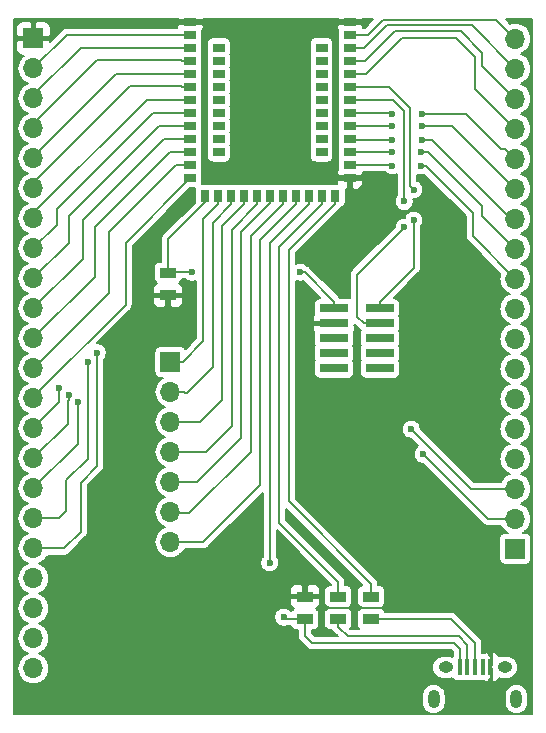
<source format=gtl>
G04 #@! TF.GenerationSoftware,KiCad,Pcbnew,(5.0.0)*
G04 #@! TF.CreationDate,2018-09-13T11:25:45+02:00*
G04 #@! TF.ProjectId,HolyIoT-NRF52840-Breakout,486F6C79496F542D4E52463532383430,1.0*
G04 #@! TF.SameCoordinates,Original*
G04 #@! TF.FileFunction,Copper,L1,Top,Signal*
G04 #@! TF.FilePolarity,Positive*
%FSLAX46Y46*%
G04 Gerber Fmt 4.6, Leading zero omitted, Abs format (unit mm)*
G04 Created by KiCad (PCBNEW (5.0.0)) date 09/13/18 11:25:45*
%MOMM*%
%LPD*%
G01*
G04 APERTURE LIST*
G04 #@! TA.AperFunction,ComponentPad*
%ADD10R,1.700000X1.700000*%
G04 #@! TD*
G04 #@! TA.AperFunction,ComponentPad*
%ADD11O,1.700000X1.700000*%
G04 #@! TD*
G04 #@! TA.AperFunction,SMDPad,CuDef*
%ADD12R,0.800000X1.000000*%
G04 #@! TD*
G04 #@! TA.AperFunction,SMDPad,CuDef*
%ADD13R,1.000000X0.800000*%
G04 #@! TD*
G04 #@! TA.AperFunction,SMDPad,CuDef*
%ADD14R,2.400000X0.740000*%
G04 #@! TD*
G04 #@! TA.AperFunction,SMDPad,CuDef*
%ADD15R,1.397000X0.889000*%
G04 #@! TD*
G04 #@! TA.AperFunction,SMDPad,CuDef*
%ADD16R,0.400000X1.350000*%
G04 #@! TD*
G04 #@! TA.AperFunction,ComponentPad*
%ADD17O,1.250000X0.950000*%
G04 #@! TD*
G04 #@! TA.AperFunction,ComponentPad*
%ADD18O,1.000000X1.550000*%
G04 #@! TD*
G04 #@! TA.AperFunction,ViaPad*
%ADD19C,0.600000*%
G04 #@! TD*
G04 #@! TA.AperFunction,Conductor*
%ADD20C,0.200000*%
G04 #@! TD*
G04 APERTURE END LIST*
D10*
G04 #@! TO.P,J2,1*
G04 #@! TO.N,Net-(J2-Pad1)*
X139000000Y-127400000D03*
D11*
G04 #@! TO.P,J2,2*
G04 #@! TO.N,Net-(J2-Pad2)*
X139000000Y-124860000D03*
G04 #@! TO.P,J2,3*
G04 #@! TO.N,Net-(J2-Pad3)*
X139000000Y-122320000D03*
G04 #@! TO.P,J2,4*
G04 #@! TO.N,Net-(J2-Pad4)*
X139000000Y-119780000D03*
G04 #@! TO.P,J2,5*
G04 #@! TO.N,Net-(J2-Pad5)*
X139000000Y-117240000D03*
G04 #@! TO.P,J2,6*
G04 #@! TO.N,Net-(J2-Pad6)*
X139000000Y-114700000D03*
G04 #@! TO.P,J2,7*
G04 #@! TO.N,Net-(J2-Pad7)*
X139000000Y-112160000D03*
G04 #@! TO.P,J2,8*
G04 #@! TO.N,Net-(J2-Pad8)*
X139000000Y-109620000D03*
G04 #@! TO.P,J2,9*
G04 #@! TO.N,Net-(J2-Pad9)*
X139000000Y-107080000D03*
G04 #@! TO.P,J2,10*
G04 #@! TO.N,Net-(J2-Pad10)*
X139000000Y-104540000D03*
G04 #@! TO.P,J2,11*
G04 #@! TO.N,Net-(J2-Pad11)*
X139000000Y-102000000D03*
G04 #@! TO.P,J2,12*
G04 #@! TO.N,Net-(J2-Pad12)*
X139000000Y-99460000D03*
G04 #@! TO.P,J2,13*
G04 #@! TO.N,Net-(J2-Pad13)*
X139000000Y-96920000D03*
G04 #@! TO.P,J2,14*
G04 #@! TO.N,Net-(J2-Pad14)*
X139000000Y-94380000D03*
G04 #@! TO.P,J2,15*
G04 #@! TO.N,Net-(J2-Pad15)*
X139000000Y-91840000D03*
G04 #@! TO.P,J2,16*
G04 #@! TO.N,Net-(J2-Pad16)*
X139000000Y-89300000D03*
G04 #@! TO.P,J2,17*
G04 #@! TO.N,Net-(J2-Pad17)*
X139000000Y-86760000D03*
G04 #@! TO.P,J2,18*
G04 #@! TO.N,Net-(J2-Pad18)*
X139000000Y-84220000D03*
G04 #@! TD*
D12*
G04 #@! TO.P,U1,47*
G04 #@! TO.N,Net-(C1-Pad1)*
X121550000Y-97500000D03*
G04 #@! TO.P,U1,45*
G04 #@! TO.N,Net-(R2-Pad1)*
X123750000Y-97500000D03*
G04 #@! TO.P,U1,46*
G04 #@! TO.N,Net-(R1-Pad1)*
X122650000Y-97500000D03*
G04 #@! TO.P,U1,48*
G04 #@! TO.N,Net-(J3-Pad7)*
X120450000Y-97500000D03*
G04 #@! TO.P,U1,55*
G04 #@! TO.N,V_NRF*
X112750000Y-97500000D03*
G04 #@! TO.P,U1,49*
G04 #@! TO.N,Net-(J3-Pad6)*
X119350000Y-97500000D03*
G04 #@! TO.P,U1,50*
G04 #@! TO.N,Net-(J3-Pad5)*
X118250000Y-97500000D03*
G04 #@! TO.P,U1,51*
G04 #@! TO.N,Net-(J3-Pad4)*
X117150000Y-97500000D03*
G04 #@! TO.P,U1,52*
G04 #@! TO.N,Net-(J3-Pad3)*
X116050000Y-97500000D03*
G04 #@! TO.P,U1,53*
G04 #@! TO.N,Net-(J3-Pad2)*
X114950000Y-97500000D03*
G04 #@! TO.P,U1,54*
G04 #@! TO.N,Net-(J3-Pad1)*
X113850000Y-97500000D03*
D13*
G04 #@! TO.P,U1,40*
G04 #@! TO.N,Net-(J2-Pad13)*
X125000000Y-91600000D03*
G04 #@! TO.P,U1,42*
G04 #@! TO.N,Net-(J2-Pad11)*
X125000000Y-93800000D03*
G04 #@! TO.P,U1,41*
G04 #@! TO.N,Net-(J2-Pad12)*
X125000000Y-92700000D03*
G04 #@! TO.P,U1,39*
G04 #@! TO.N,Net-(J2-Pad14)*
X125000000Y-90500000D03*
G04 #@! TO.P,U1,44*
G04 #@! TO.N,GND*
X125000000Y-96000000D03*
G04 #@! TO.P,U1,43*
G04 #@! TO.N,Net-(J2-Pad10)*
X125000000Y-94900000D03*
G04 #@! TO.P,U1,32*
G04 #@! TO.N,GND*
X125000000Y-82800000D03*
G04 #@! TO.P,U1,38*
G04 #@! TO.N,SWDCLK*
X125000000Y-89400000D03*
G04 #@! TO.P,U1,37*
G04 #@! TO.N,SWDIO*
X125000000Y-88300000D03*
G04 #@! TO.P,U1,36*
G04 #@! TO.N,Net-(J2-Pad15)*
X125000000Y-87200000D03*
G04 #@! TO.P,U1,35*
G04 #@! TO.N,Net-(J2-Pad16)*
X125000000Y-86100000D03*
G04 #@! TO.P,U1,34*
G04 #@! TO.N,Net-(J2-Pad17)*
X125000000Y-85000000D03*
G04 #@! TO.P,U1,33*
G04 #@! TO.N,Net-(J2-Pad18)*
X125000000Y-83900000D03*
G04 #@! TO.P,U1,13*
G04 #@! TO.N,Net-(J1-Pad13)*
X111500000Y-96000000D03*
G04 #@! TO.P,U1,12*
G04 #@! TO.N,Net-(J1-Pad12)*
X111500000Y-94900000D03*
G04 #@! TO.P,U1,11*
G04 #@! TO.N,Net-(J1-Pad11)*
X111500000Y-93800000D03*
G04 #@! TO.P,U1,10*
G04 #@! TO.N,Net-(J1-Pad10)*
X111500000Y-92700000D03*
G04 #@! TO.P,U1,9*
G04 #@! TO.N,Net-(J1-Pad9)*
X111500000Y-91600000D03*
G04 #@! TO.P,U1,8*
G04 #@! TO.N,Net-(J1-Pad8)*
X111500000Y-90500000D03*
G04 #@! TO.P,U1,27*
G04 #@! TO.N,Net-(J2-Pad5)*
X122600000Y-89400000D03*
G04 #@! TO.P,U1,25*
G04 #@! TO.N,Net-(J2-Pad7)*
X122600000Y-87200000D03*
G04 #@! TO.P,U1,24*
G04 #@! TO.N,Net-(J2-Pad8)*
X122600000Y-86100000D03*
G04 #@! TO.P,U1,29*
G04 #@! TO.N,Net-(J2-Pad3)*
X122600000Y-91600000D03*
G04 #@! TO.P,U1,30*
G04 #@! TO.N,Net-(J2-Pad2)*
X122600000Y-92700000D03*
G04 #@! TO.P,U1,31*
G04 #@! TO.N,Net-(J2-Pad1)*
X122600000Y-93800000D03*
G04 #@! TO.P,U1,28*
G04 #@! TO.N,Net-(J2-Pad4)*
X122600000Y-90500000D03*
G04 #@! TO.P,U1,23*
G04 #@! TO.N,Net-(J2-Pad9)*
X122600000Y-85000000D03*
G04 #@! TO.P,U1,26*
G04 #@! TO.N,Net-(J2-Pad6)*
X122600000Y-88300000D03*
G04 #@! TO.P,U1,22*
G04 #@! TO.N,Net-(J1-Pad22)*
X113900000Y-93800000D03*
G04 #@! TO.P,U1,21*
G04 #@! TO.N,Net-(J1-Pad21)*
X113900000Y-92700000D03*
G04 #@! TO.P,U1,20*
G04 #@! TO.N,Net-(J1-Pad20)*
X113900000Y-91600000D03*
G04 #@! TO.P,U1,19*
G04 #@! TO.N,Net-(J1-Pad19)*
X113900000Y-90500000D03*
G04 #@! TO.P,U1,18*
G04 #@! TO.N,Net-(J1-Pad18)*
X113900000Y-89400000D03*
G04 #@! TO.P,U1,17*
G04 #@! TO.N,Net-(J1-Pad17)*
X113900000Y-88300000D03*
G04 #@! TO.P,U1,16*
G04 #@! TO.N,Net-(J1-Pad16)*
X113900000Y-87200000D03*
G04 #@! TO.P,U1,15*
G04 #@! TO.N,Net-(J1-Pad15)*
X113900000Y-86100000D03*
G04 #@! TO.P,U1,14*
G04 #@! TO.N,Net-(J1-Pad14)*
X113900000Y-85000000D03*
G04 #@! TO.P,U1,7*
G04 #@! TO.N,Net-(J1-Pad7)*
X111500000Y-89400000D03*
G04 #@! TO.P,U1,6*
G04 #@! TO.N,Net-(J1-Pad6)*
X111500000Y-88300000D03*
G04 #@! TO.P,U1,5*
G04 #@! TO.N,Net-(J1-Pad5)*
X111500000Y-87200000D03*
G04 #@! TO.P,U1,4*
G04 #@! TO.N,Net-(J1-Pad4)*
X111500000Y-86100000D03*
G04 #@! TO.P,U1,3*
G04 #@! TO.N,Net-(J1-Pad3)*
X111500000Y-85000000D03*
G04 #@! TO.P,U1,2*
G04 #@! TO.N,Net-(J1-Pad2)*
X111500000Y-83900000D03*
G04 #@! TO.P,U1,1*
G04 #@! TO.N,GND*
X111500000Y-82800000D03*
G04 #@! TD*
D14*
G04 #@! TO.P,J4,1*
G04 #@! TO.N,V_NRF*
X123650000Y-107060000D03*
G04 #@! TO.P,J4,2*
G04 #@! TO.N,SWDIO*
X127550000Y-107060000D03*
G04 #@! TO.P,J4,3*
G04 #@! TO.N,GND*
X123650000Y-108330000D03*
G04 #@! TO.P,J4,4*
G04 #@! TO.N,SWDCLK*
X127550000Y-108330000D03*
G04 #@! TO.P,J4,5*
G04 #@! TO.N,N/C*
X123650000Y-109600000D03*
G04 #@! TO.P,J4,6*
X127550000Y-109600000D03*
G04 #@! TO.P,J4,7*
X123650000Y-110870000D03*
G04 #@! TO.P,J4,8*
X127550000Y-110870000D03*
G04 #@! TO.P,J4,9*
X123650000Y-112140000D03*
G04 #@! TO.P,J4,10*
X127550000Y-112140000D03*
G04 #@! TD*
D15*
G04 #@! TO.P,R2,2*
G04 #@! TO.N,Net-(P1-Pad3)*
X126800000Y-133352500D03*
G04 #@! TO.P,R2,1*
G04 #@! TO.N,Net-(R2-Pad1)*
X126800000Y-131447500D03*
G04 #@! TD*
G04 #@! TO.P,R1,1*
G04 #@! TO.N,Net-(R1-Pad1)*
X124000000Y-131447500D03*
G04 #@! TO.P,R1,2*
G04 #@! TO.N,Net-(P1-Pad2)*
X124000000Y-133352500D03*
G04 #@! TD*
G04 #@! TO.P,C1,1*
G04 #@! TO.N,Net-(C1-Pad1)*
X121200000Y-133352500D03*
G04 #@! TO.P,C1,2*
G04 #@! TO.N,GND*
X121200000Y-131447500D03*
G04 #@! TD*
D10*
G04 #@! TO.P,J1,1*
G04 #@! TO.N,GND*
X98200000Y-84200000D03*
D11*
G04 #@! TO.P,J1,2*
G04 #@! TO.N,Net-(J1-Pad2)*
X98200000Y-86740000D03*
G04 #@! TO.P,J1,3*
G04 #@! TO.N,Net-(J1-Pad3)*
X98200000Y-89280000D03*
G04 #@! TO.P,J1,4*
G04 #@! TO.N,Net-(J1-Pad4)*
X98200000Y-91820000D03*
G04 #@! TO.P,J1,5*
G04 #@! TO.N,Net-(J1-Pad5)*
X98200000Y-94360000D03*
G04 #@! TO.P,J1,6*
G04 #@! TO.N,Net-(J1-Pad6)*
X98200000Y-96900000D03*
G04 #@! TO.P,J1,7*
G04 #@! TO.N,Net-(J1-Pad7)*
X98200000Y-99440000D03*
G04 #@! TO.P,J1,8*
G04 #@! TO.N,Net-(J1-Pad8)*
X98200000Y-101980000D03*
G04 #@! TO.P,J1,9*
G04 #@! TO.N,Net-(J1-Pad9)*
X98200000Y-104520000D03*
G04 #@! TO.P,J1,10*
G04 #@! TO.N,Net-(J1-Pad10)*
X98200000Y-107060000D03*
G04 #@! TO.P,J1,11*
G04 #@! TO.N,Net-(J1-Pad11)*
X98200000Y-109600000D03*
G04 #@! TO.P,J1,12*
G04 #@! TO.N,Net-(J1-Pad12)*
X98200000Y-112140000D03*
G04 #@! TO.P,J1,13*
G04 #@! TO.N,Net-(J1-Pad13)*
X98200000Y-114680000D03*
G04 #@! TO.P,J1,14*
G04 #@! TO.N,Net-(J1-Pad14)*
X98200000Y-117220000D03*
G04 #@! TO.P,J1,15*
G04 #@! TO.N,Net-(J1-Pad15)*
X98200000Y-119760000D03*
G04 #@! TO.P,J1,16*
G04 #@! TO.N,Net-(J1-Pad16)*
X98200000Y-122300000D03*
G04 #@! TO.P,J1,17*
G04 #@! TO.N,Net-(J1-Pad17)*
X98200000Y-124840000D03*
G04 #@! TO.P,J1,18*
G04 #@! TO.N,Net-(J1-Pad18)*
X98200000Y-127380000D03*
G04 #@! TO.P,J1,19*
G04 #@! TO.N,Net-(J1-Pad19)*
X98200000Y-129920000D03*
G04 #@! TO.P,J1,20*
G04 #@! TO.N,Net-(J1-Pad20)*
X98200000Y-132460000D03*
G04 #@! TO.P,J1,21*
G04 #@! TO.N,Net-(J1-Pad21)*
X98200000Y-135000000D03*
G04 #@! TO.P,J1,22*
G04 #@! TO.N,Net-(J1-Pad22)*
X98200000Y-137540000D03*
G04 #@! TD*
D16*
G04 #@! TO.P,P1,1*
G04 #@! TO.N,Net-(C1-Pad1)*
X134299100Y-137437460D03*
G04 #@! TO.P,P1,2*
G04 #@! TO.N,Net-(P1-Pad2)*
X134949100Y-137437460D03*
G04 #@! TO.P,P1,3*
G04 #@! TO.N,Net-(P1-Pad3)*
X135599100Y-137437460D03*
G04 #@! TO.P,P1,4*
G04 #@! TO.N,N/C*
X136249100Y-137437460D03*
G04 #@! TO.P,P1,5*
G04 #@! TO.N,GND*
X136899100Y-137437460D03*
D17*
G04 #@! TO.P,P1,6*
G04 #@! TO.N,N/C*
X133099100Y-137437460D03*
X138099100Y-137437460D03*
D18*
X132099100Y-140137460D03*
X139099100Y-140137460D03*
G04 #@! TD*
D10*
G04 #@! TO.P,J3,1*
G04 #@! TO.N,Net-(J3-Pad1)*
X109800000Y-111600000D03*
D11*
G04 #@! TO.P,J3,2*
G04 #@! TO.N,Net-(J3-Pad2)*
X109800000Y-114140000D03*
G04 #@! TO.P,J3,3*
G04 #@! TO.N,Net-(J3-Pad3)*
X109800000Y-116680000D03*
G04 #@! TO.P,J3,4*
G04 #@! TO.N,Net-(J3-Pad4)*
X109800000Y-119220000D03*
G04 #@! TO.P,J3,5*
G04 #@! TO.N,Net-(J3-Pad5)*
X109800000Y-121760000D03*
G04 #@! TO.P,J3,6*
G04 #@! TO.N,Net-(J3-Pad6)*
X109800000Y-124300000D03*
G04 #@! TO.P,J3,7*
G04 #@! TO.N,Net-(J3-Pad7)*
X109800000Y-126840000D03*
G04 #@! TD*
D15*
G04 #@! TO.P,C2,1*
G04 #@! TO.N,V_NRF*
X109600000Y-104047500D03*
G04 #@! TO.P,C2,2*
G04 #@! TO.N,GND*
X109600000Y-105952500D03*
G04 #@! TD*
D19*
G04 #@! TO.N,Net-(J2-Pad2)*
X122600000Y-92600000D03*
X131200000Y-119400000D03*
G04 #@! TO.N,Net-(J2-Pad3)*
X122599998Y-91600000D03*
X130200000Y-117300000D03*
G04 #@! TO.N,Net-(J2-Pad4)*
X122600000Y-90400000D03*
G04 #@! TO.N,Net-(J2-Pad5)*
X122599998Y-89400000D03*
G04 #@! TO.N,Net-(J2-Pad6)*
X122600000Y-88200000D03*
G04 #@! TO.N,Net-(J2-Pad7)*
X122599998Y-87200000D03*
G04 #@! TO.N,Net-(J2-Pad8)*
X122600000Y-86000000D03*
G04 #@! TO.N,Net-(J2-Pad9)*
X122600000Y-85000000D03*
G04 #@! TO.N,GND*
X110600000Y-98400000D03*
X113800000Y-95600000D03*
G04 #@! TO.N,Net-(J2-Pad11)*
X131000000Y-93800000D03*
X128600000Y-93800000D03*
G04 #@! TO.N,Net-(J2-Pad10)*
X131000000Y-95000000D03*
X128600000Y-95000006D03*
G04 #@! TO.N,Net-(J2-Pad12)*
X128600000Y-92800000D03*
X131100000Y-92800000D03*
G04 #@! TO.N,Net-(J2-Pad14)*
X128599996Y-90600000D03*
X131100000Y-90600000D03*
G04 #@! TO.N,Net-(J1-Pad22)*
X113800000Y-93800000D03*
G04 #@! TO.N,Net-(J1-Pad21)*
X114000000Y-92600000D03*
G04 #@! TO.N,Net-(J1-Pad20)*
X113799999Y-91500012D03*
G04 #@! TO.N,Net-(J1-Pad19)*
X113799998Y-90400000D03*
G04 #@! TO.N,Net-(J1-Pad18)*
X113800000Y-89400000D03*
X103600000Y-110800000D03*
G04 #@! TO.N,Net-(J1-Pad17)*
X113800000Y-88200000D03*
X102800000Y-111600000D03*
G04 #@! TO.N,Net-(J1-Pad16)*
X113800000Y-87200000D03*
X102000000Y-115000000D03*
G04 #@! TO.N,Net-(J1-Pad15)*
X113800000Y-86200000D03*
X101200000Y-114400000D03*
G04 #@! TO.N,Net-(J1-Pad14)*
X113799998Y-85000000D03*
X100400000Y-113800016D03*
G04 #@! TO.N,Net-(C1-Pad1)*
X119400000Y-133200000D03*
X118200000Y-128600000D03*
G04 #@! TO.N,SWDCLK*
X129600000Y-98000000D03*
X129595005Y-100202497D03*
G04 #@! TO.N,SWDIO*
X130400000Y-97000000D03*
X130400000Y-99600000D03*
G04 #@! TO.N,V_NRF*
X111600000Y-104000000D03*
X120799994Y-104000000D03*
G04 #@! TO.N,Net-(J2-Pad1)*
X122600000Y-93800000D03*
G04 #@! TO.N,Net-(J2-Pad13)*
X131100000Y-91600000D03*
X128600000Y-91600000D03*
G04 #@! TD*
D20*
G04 #@! TO.N,Net-(J1-Pad2)*
X101040000Y-83900000D02*
X98200000Y-86740000D01*
X111500000Y-83900000D02*
X101040000Y-83900000D01*
G04 #@! TO.N,Net-(J1-Pad3)*
X98200000Y-89000000D02*
X98200000Y-89280000D01*
X102200000Y-85000000D02*
X98200000Y-89000000D01*
X111500000Y-85000000D02*
X102200000Y-85000000D01*
G04 #@! TO.N,Net-(J1-Pad4)*
X110800000Y-86100000D02*
X110700000Y-86000000D01*
X98200000Y-91400000D02*
X98200000Y-91820000D01*
X103600000Y-86000000D02*
X98200000Y-91400000D01*
X110700000Y-86000000D02*
X103600000Y-86000000D01*
X111500000Y-86100000D02*
X110800000Y-86100000D01*
G04 #@! TO.N,Net-(J1-Pad5)*
X98200000Y-94200000D02*
X98200000Y-94360000D01*
X105200000Y-87200000D02*
X98200000Y-94200000D01*
X111500000Y-87200000D02*
X105200000Y-87200000D01*
G04 #@! TO.N,Net-(J1-Pad6)*
X98200000Y-96400000D02*
X98200000Y-96900000D01*
X110700000Y-88200000D02*
X106400000Y-88200000D01*
X106400000Y-88200000D02*
X98200000Y-96400000D01*
X110800000Y-88300000D02*
X110700000Y-88200000D01*
X111500000Y-88300000D02*
X110800000Y-88300000D01*
G04 #@! TO.N,Net-(J1-Pad7)*
X98200000Y-99000000D02*
X98200000Y-99440000D01*
X107800000Y-89400000D02*
X98200000Y-99000000D01*
X111500000Y-89400000D02*
X107800000Y-89400000D01*
G04 #@! TO.N,Net-(J1-Pad8)*
X100200000Y-98600000D02*
X100200000Y-99980000D01*
X100200000Y-99980000D02*
X98200000Y-101980000D01*
X108300000Y-90500000D02*
X100200000Y-98600000D01*
X111500000Y-90500000D02*
X108300000Y-90500000D01*
G04 #@! TO.N,Net-(J1-Pad9)*
X101200000Y-101520000D02*
X98200000Y-104520000D01*
X101200000Y-99200000D02*
X101200000Y-101520000D01*
X108800000Y-91600000D02*
X101200000Y-99200000D01*
X111500000Y-91600000D02*
X108800000Y-91600000D01*
G04 #@! TO.N,Net-(J1-Pad10)*
X102400000Y-102860000D02*
X98200000Y-107060000D01*
X102400000Y-99600000D02*
X102400000Y-102860000D01*
X109300000Y-92700000D02*
X102400000Y-99600000D01*
X111500000Y-92700000D02*
X109300000Y-92700000D01*
G04 #@! TO.N,Net-(J1-Pad11)*
X103400000Y-104400000D02*
X98200000Y-109600000D01*
X103400000Y-100200000D02*
X103400000Y-104400000D01*
X109800000Y-93800000D02*
X103400000Y-100200000D01*
X111500000Y-93800000D02*
X109800000Y-93800000D01*
G04 #@! TO.N,Net-(J1-Pad12)*
X104600000Y-105740000D02*
X98600000Y-111740000D01*
X104600000Y-100600000D02*
X104600000Y-105740000D01*
X110300000Y-94900000D02*
X104600000Y-100600000D01*
X98600000Y-111740000D02*
X98200000Y-112140000D01*
X111500000Y-94900000D02*
X110300000Y-94900000D01*
G04 #@! TO.N,Net-(J1-Pad13)*
X98200000Y-114563996D02*
X98200000Y-114680000D01*
X106000000Y-106763996D02*
X98200000Y-114563996D01*
X106000000Y-101500000D02*
X106000000Y-106763996D01*
X111500000Y-96000000D02*
X106000000Y-101500000D01*
G04 #@! TO.N,Net-(J2-Pad2)*
X131499999Y-119699999D02*
X131200000Y-119400000D01*
X136660000Y-124860000D02*
X131499999Y-119699999D01*
X139000000Y-124860000D02*
X136660000Y-124860000D01*
G04 #@! TO.N,Net-(J2-Pad3)*
X135220000Y-122320000D02*
X130499999Y-117599999D01*
X130499999Y-117599999D02*
X130200000Y-117300000D01*
X139000000Y-122320000D02*
X135220000Y-122320000D01*
G04 #@! TO.N,Net-(J3-Pad1)*
X112600000Y-109850000D02*
X112600000Y-99450000D01*
X113850000Y-98200000D02*
X113850000Y-97500000D01*
X110850000Y-111600000D02*
X112600000Y-109850000D01*
X112600000Y-99450000D02*
X113850000Y-98200000D01*
X109800000Y-111600000D02*
X110850000Y-111600000D01*
G04 #@! TO.N,Net-(J3-Pad2)*
X111200000Y-114200000D02*
X113400000Y-112000000D01*
X114950000Y-98250000D02*
X114950000Y-97500000D01*
X113400000Y-112000000D02*
X113400000Y-99800000D01*
X111062081Y-114200000D02*
X111200000Y-114200000D01*
X113400000Y-99800000D02*
X114950000Y-98250000D01*
X111002081Y-114140000D02*
X111062081Y-114200000D01*
X109800000Y-114140000D02*
X111002081Y-114140000D01*
G04 #@! TO.N,Net-(J3-Pad3)*
X112320000Y-116680000D02*
X109800000Y-116680000D01*
X114200000Y-100050000D02*
X114200000Y-114800000D01*
X116050000Y-98200000D02*
X114200000Y-100050000D01*
X114200000Y-114800000D02*
X112320000Y-116680000D01*
X116050000Y-98200000D02*
X116050000Y-97500000D01*
G04 #@! TO.N,Net-(J3-Pad4)*
X117150000Y-98250000D02*
X117150000Y-97500000D01*
X115000000Y-100400000D02*
X117150000Y-98250000D01*
X115000000Y-117000000D02*
X115000000Y-100400000D01*
X112780000Y-119220000D02*
X115000000Y-117000000D01*
X109800000Y-119220000D02*
X112780000Y-119220000D01*
G04 #@! TO.N,Net-(J3-Pad5)*
X118250000Y-98150000D02*
X118250000Y-97500000D01*
X115800000Y-118000000D02*
X115800000Y-100600000D01*
X115800000Y-100600000D02*
X118250000Y-98150000D01*
X112040000Y-121760000D02*
X115800000Y-118000000D01*
X109800000Y-121760000D02*
X112040000Y-121760000D01*
G04 #@! TO.N,Net-(J3-Pad6)*
X119350000Y-98200000D02*
X119350000Y-97500000D01*
X116600000Y-100950000D02*
X119350000Y-98200000D01*
X116600000Y-119200000D02*
X116600000Y-100950000D01*
X109800000Y-124300000D02*
X109900000Y-124400000D01*
X111400000Y-124400000D02*
X116600000Y-119200000D01*
X109900000Y-124400000D02*
X111400000Y-124400000D01*
G04 #@! TO.N,Net-(J3-Pad7)*
X117400000Y-101250000D02*
X120450000Y-98200000D01*
X120450000Y-98200000D02*
X120450000Y-97500000D01*
X117400000Y-122000000D02*
X117400000Y-101250000D01*
X112560000Y-126840000D02*
X117400000Y-122000000D01*
X109800000Y-126840000D02*
X112560000Y-126840000D01*
G04 #@! TO.N,Net-(J2-Pad11)*
X128000000Y-93800000D02*
X128600000Y-93800000D01*
X128000000Y-93800000D02*
X125000000Y-93800000D01*
X131600000Y-93800000D02*
X131000000Y-93800000D01*
X136200000Y-98400000D02*
X131600000Y-93800000D01*
X139000000Y-102000000D02*
X136200000Y-99200000D01*
X136200000Y-99200000D02*
X136200000Y-98400000D01*
G04 #@! TO.N,Net-(J2-Pad10)*
X125000000Y-94900000D02*
X128499994Y-94900000D01*
X128499994Y-94900000D02*
X128600000Y-95000006D01*
X131400000Y-95000000D02*
X131000000Y-95000000D01*
X135400000Y-99000000D02*
X131400000Y-95000000D01*
X139000000Y-104540000D02*
X135400000Y-100940000D01*
X135400000Y-100940000D02*
X135400000Y-99000000D01*
G04 #@! TO.N,Net-(J2-Pad12)*
X125000000Y-92700000D02*
X125100000Y-92800000D01*
X125100000Y-92800000D02*
X128600000Y-92800000D01*
X138600000Y-99460000D02*
X139000000Y-99460000D01*
X131100000Y-92800000D02*
X131940000Y-92800000D01*
X131940000Y-92800000D02*
X138600000Y-99460000D01*
G04 #@! TO.N,Net-(J2-Pad18)*
X137379978Y-82599978D02*
X139000000Y-84220000D01*
X127800022Y-82599978D02*
X137379978Y-82599978D01*
X125000000Y-83900000D02*
X126500000Y-83900000D01*
X126500000Y-83900000D02*
X127800022Y-82599978D01*
G04 #@! TO.N,Net-(J2-Pad16)*
X126300000Y-86100000D02*
X125000000Y-86100000D01*
X128800000Y-83600000D02*
X126300000Y-86100000D01*
X134400000Y-83600000D02*
X128800000Y-83600000D01*
X136200000Y-85400000D02*
X134400000Y-83600000D01*
X139000000Y-89300000D02*
X136200000Y-86500000D01*
X136200000Y-86500000D02*
X136200000Y-85400000D01*
G04 #@! TO.N,Net-(J2-Pad15)*
X126400000Y-87200000D02*
X125000000Y-87200000D01*
X129400000Y-84200000D02*
X126400000Y-87200000D01*
X134000000Y-84200000D02*
X129400000Y-84200000D01*
X135600000Y-85800000D02*
X134000000Y-84200000D01*
X139000000Y-91840000D02*
X135600000Y-88440000D01*
X135600000Y-88440000D02*
X135600000Y-85800000D01*
G04 #@! TO.N,Net-(J2-Pad14)*
X131100000Y-90600000D02*
X134820000Y-90600000D01*
X128499996Y-90500000D02*
X128599996Y-90600000D01*
X125000000Y-90500000D02*
X128499996Y-90500000D01*
X137750001Y-93530001D02*
X134820000Y-90600000D01*
X138150001Y-93530001D02*
X137750001Y-93530001D01*
X139000000Y-94380000D02*
X138150001Y-93530001D01*
G04 #@! TO.N,Net-(J2-Pad17)*
X135339989Y-83099989D02*
X139000000Y-86760000D01*
X128100011Y-83099989D02*
X135339989Y-83099989D01*
X125000000Y-85000000D02*
X126200000Y-85000000D01*
X126200000Y-85000000D02*
X128100011Y-83099989D01*
G04 #@! TO.N,Net-(J1-Pad18)*
X100820000Y-127380000D02*
X98200000Y-127380000D01*
X102200000Y-126000000D02*
X100820000Y-127380000D01*
X102200000Y-121800000D02*
X102200000Y-126000000D01*
X103600000Y-110800000D02*
X103600000Y-120400000D01*
X103600000Y-120400000D02*
X102200000Y-121800000D01*
G04 #@! TO.N,Net-(J1-Pad17)*
X100360000Y-124840000D02*
X98200000Y-124840000D01*
X101000000Y-124200000D02*
X100360000Y-124840000D01*
X101000000Y-121600000D02*
X101000000Y-124200000D01*
X102800000Y-111600000D02*
X102800000Y-119800000D01*
X102800000Y-119800000D02*
X101000000Y-121600000D01*
G04 #@! TO.N,Net-(J1-Pad16)*
X102000000Y-115424264D02*
X102000000Y-115000000D01*
X102000000Y-118500000D02*
X102000000Y-115424264D01*
X98200000Y-122300000D02*
X102000000Y-118500000D01*
G04 #@! TO.N,Net-(J1-Pad15)*
X101099998Y-114924266D02*
X101200000Y-114824264D01*
X101099998Y-116860002D02*
X101099998Y-114924266D01*
X98200000Y-119760000D02*
X101099998Y-116860002D01*
X101200000Y-114824264D02*
X101200000Y-114400000D01*
G04 #@! TO.N,Net-(J1-Pad14)*
X100400000Y-115020000D02*
X100400000Y-114224280D01*
X98200000Y-117220000D02*
X100400000Y-115020000D01*
X100400000Y-114224280D02*
X100400000Y-113800016D01*
G04 #@! TO.N,Net-(C1-Pad1)*
X134299100Y-137437460D02*
X134299100Y-135899100D01*
X134299100Y-135899100D02*
X133800000Y-135400000D01*
X133800000Y-135400000D02*
X121800000Y-135400000D01*
X121200000Y-134800000D02*
X121200000Y-133352500D01*
X121800000Y-135400000D02*
X121200000Y-134800000D01*
X118200000Y-101550000D02*
X118200000Y-128600000D01*
X121550000Y-98200000D02*
X118200000Y-101550000D01*
X121550000Y-97500000D02*
X121550000Y-98200000D01*
X119552500Y-133352500D02*
X119400000Y-133200000D01*
X121200000Y-133352500D02*
X119552500Y-133352500D01*
G04 #@! TO.N,Net-(R1-Pad1)*
X124000000Y-130200000D02*
X124000000Y-131447500D01*
X119000000Y-101850000D02*
X119000000Y-125200000D01*
X122650000Y-98200000D02*
X119000000Y-101850000D01*
X119000000Y-125200000D02*
X124000000Y-130200000D01*
X122650000Y-97500000D02*
X122650000Y-98200000D01*
G04 #@! TO.N,Net-(R2-Pad1)*
X126800000Y-130400000D02*
X126800000Y-131447500D01*
X119800000Y-123400000D02*
X126800000Y-130400000D01*
X119800000Y-102150000D02*
X119800000Y-123400000D01*
X123750000Y-98200000D02*
X119800000Y-102150000D01*
X123750000Y-97500000D02*
X123750000Y-98200000D01*
G04 #@! TO.N,SWDCLK*
X125000000Y-89400000D02*
X128636004Y-89400000D01*
X129600000Y-90363996D02*
X129600000Y-97575736D01*
X128636004Y-89400000D02*
X129600000Y-90363996D01*
X129600000Y-97575736D02*
X129600000Y-98000000D01*
X129295006Y-100502496D02*
X129595005Y-100202497D01*
X125600000Y-107780000D02*
X125600000Y-104197502D01*
X125600000Y-104197502D02*
X129295006Y-100502496D01*
X127550000Y-108330000D02*
X126150000Y-108330000D01*
X126150000Y-108330000D02*
X125600000Y-107780000D01*
G04 #@! TO.N,SWDIO*
X125000000Y-88300000D02*
X128300000Y-88300000D01*
X128300000Y-88300000D02*
X130100001Y-90100001D01*
X130100001Y-90100001D02*
X130100001Y-96700001D01*
X130100001Y-96700001D02*
X130400000Y-97000000D01*
X127550000Y-106490000D02*
X130400000Y-103640000D01*
X130400000Y-100024264D02*
X130400000Y-99600000D01*
X130400000Y-103640000D02*
X130400000Y-100024264D01*
X127550000Y-107060000D02*
X127550000Y-106490000D01*
G04 #@! TO.N,V_NRF*
X112750000Y-98050000D02*
X112750000Y-97500000D01*
X109600000Y-101200000D02*
X112750000Y-98050000D01*
X109600000Y-104047500D02*
X109600000Y-101200000D01*
X109647500Y-104000000D02*
X109600000Y-104047500D01*
X111600000Y-104000000D02*
X109647500Y-104000000D01*
X121160000Y-104000000D02*
X120799994Y-104000000D01*
X123650000Y-107060000D02*
X123650000Y-106490000D01*
X123650000Y-106490000D02*
X121160000Y-104000000D01*
G04 #@! TO.N,Net-(J2-Pad13)*
X131100000Y-91600000D02*
X133280000Y-91600000D01*
X125000000Y-91600000D02*
X128600000Y-91600000D01*
X133680000Y-91600000D02*
X133280000Y-91600000D01*
X139000000Y-96920000D02*
X133680000Y-91600000D01*
G04 #@! TO.N,Net-(P1-Pad2)*
X124000000Y-133352500D02*
X124000000Y-133997000D01*
X124000000Y-133997000D02*
X124803000Y-134800000D01*
X124803000Y-134800000D02*
X134200000Y-134800000D01*
X134949100Y-135549100D02*
X134949100Y-137437460D01*
X134200000Y-134800000D02*
X134949100Y-135549100D01*
G04 #@! TO.N,Net-(P1-Pad3)*
X135599100Y-137437460D02*
X135599100Y-135399100D01*
X133552500Y-133352500D02*
X126800000Y-133352500D01*
X135599100Y-135399100D02*
X133552500Y-133352500D01*
G04 #@! TD*
G04 #@! TO.N,GND*
G36*
X110544000Y-82646000D02*
X111346000Y-82646000D01*
X111346000Y-82626000D01*
X111654000Y-82626000D01*
X111654000Y-82646000D01*
X112456000Y-82646000D01*
X112527000Y-82575000D01*
X123973000Y-82575000D01*
X124044000Y-82646000D01*
X124846000Y-82646000D01*
X124846000Y-82626000D01*
X125154000Y-82626000D01*
X125154000Y-82646000D01*
X125956000Y-82646000D01*
X126027000Y-82575000D01*
X126976472Y-82575000D01*
X126251473Y-83300000D01*
X126100020Y-83300000D01*
X126108000Y-83259883D01*
X126108000Y-83106000D01*
X125956000Y-82954000D01*
X125154000Y-82954000D01*
X125154000Y-82974000D01*
X124846000Y-82974000D01*
X124846000Y-82954000D01*
X124044000Y-82954000D01*
X123892000Y-83106000D01*
X123892000Y-83259883D01*
X123915365Y-83377347D01*
X123961197Y-83487996D01*
X123997581Y-83542448D01*
X123997581Y-84300000D01*
X124007235Y-84398017D01*
X124023004Y-84450000D01*
X124007235Y-84501983D01*
X123997581Y-84600000D01*
X123997581Y-85400000D01*
X124007235Y-85498017D01*
X124023004Y-85550000D01*
X124007235Y-85601983D01*
X123997581Y-85700000D01*
X123997581Y-86500000D01*
X124007235Y-86598017D01*
X124023004Y-86650000D01*
X124007235Y-86701983D01*
X123997581Y-86800000D01*
X123997581Y-87600000D01*
X124007235Y-87698017D01*
X124023004Y-87750000D01*
X124007235Y-87801983D01*
X123997581Y-87900000D01*
X123997581Y-88700000D01*
X124007235Y-88798017D01*
X124023004Y-88850000D01*
X124007235Y-88901983D01*
X123997581Y-89000000D01*
X123997581Y-89800000D01*
X124007235Y-89898017D01*
X124023004Y-89950000D01*
X124007235Y-90001983D01*
X123997581Y-90100000D01*
X123997581Y-90900000D01*
X124007235Y-90998017D01*
X124023004Y-91050000D01*
X124007235Y-91101983D01*
X123997581Y-91200000D01*
X123997581Y-92000000D01*
X124007235Y-92098017D01*
X124023004Y-92150000D01*
X124007235Y-92201983D01*
X123997581Y-92300000D01*
X123997581Y-93100000D01*
X124007235Y-93198017D01*
X124023004Y-93250000D01*
X124007235Y-93301983D01*
X123997581Y-93400000D01*
X123997581Y-94200000D01*
X124007235Y-94298017D01*
X124023004Y-94350000D01*
X124007235Y-94401983D01*
X123997581Y-94500000D01*
X123997581Y-95257552D01*
X123961197Y-95312004D01*
X123915365Y-95422653D01*
X123892000Y-95540117D01*
X123892000Y-95694000D01*
X124044000Y-95846000D01*
X124846000Y-95846000D01*
X124846000Y-95826000D01*
X125154000Y-95826000D01*
X125154000Y-95846000D01*
X125956000Y-95846000D01*
X126108000Y-95694000D01*
X126108000Y-95540117D01*
X126100020Y-95500000D01*
X127971933Y-95500000D01*
X127978599Y-95509976D01*
X128090030Y-95621407D01*
X128221058Y-95708957D01*
X128366649Y-95769263D01*
X128521207Y-95800006D01*
X128678793Y-95800006D01*
X128833351Y-95769263D01*
X128978942Y-95708957D01*
X129000001Y-95694886D01*
X129000001Y-97468628D01*
X128978599Y-97490030D01*
X128891049Y-97621058D01*
X128830743Y-97766649D01*
X128800000Y-97921207D01*
X128800000Y-98078793D01*
X128830743Y-98233351D01*
X128891049Y-98378942D01*
X128978599Y-98509970D01*
X129090030Y-98621401D01*
X129221058Y-98708951D01*
X129366649Y-98769257D01*
X129521207Y-98800000D01*
X129678793Y-98800000D01*
X129833351Y-98769257D01*
X129978942Y-98708951D01*
X130109970Y-98621401D01*
X130221401Y-98509970D01*
X130308951Y-98378942D01*
X130369257Y-98233351D01*
X130400000Y-98078793D01*
X130400000Y-97921207D01*
X130375891Y-97800000D01*
X130478793Y-97800000D01*
X130633351Y-97769257D01*
X130778942Y-97708951D01*
X130909970Y-97621401D01*
X131021401Y-97509970D01*
X131108951Y-97378942D01*
X131169257Y-97233351D01*
X131200000Y-97078793D01*
X131200000Y-96921207D01*
X131169257Y-96766649D01*
X131108951Y-96621058D01*
X131021401Y-96490030D01*
X130909970Y-96378599D01*
X130778942Y-96291049D01*
X130700001Y-96258350D01*
X130700001Y-95741650D01*
X130766649Y-95769257D01*
X130921207Y-95800000D01*
X131078793Y-95800000D01*
X131233351Y-95769257D01*
X131295137Y-95743664D01*
X134800001Y-99248529D01*
X134800000Y-100910526D01*
X134797097Y-100940000D01*
X134800000Y-100969473D01*
X134808682Y-101057620D01*
X134842990Y-101170720D01*
X134898704Y-101274954D01*
X134973683Y-101366317D01*
X134996586Y-101385113D01*
X137720107Y-104108635D01*
X137669533Y-104275354D01*
X137643468Y-104540000D01*
X137669533Y-104804646D01*
X137746728Y-105059122D01*
X137872085Y-105293649D01*
X138040787Y-105499213D01*
X138246351Y-105667915D01*
X138480878Y-105793272D01*
X138536022Y-105810000D01*
X138480878Y-105826728D01*
X138246351Y-105952085D01*
X138040787Y-106120787D01*
X137872085Y-106326351D01*
X137746728Y-106560878D01*
X137669533Y-106815354D01*
X137643468Y-107080000D01*
X137669533Y-107344646D01*
X137746728Y-107599122D01*
X137872085Y-107833649D01*
X138040787Y-108039213D01*
X138246351Y-108207915D01*
X138480878Y-108333272D01*
X138536022Y-108350000D01*
X138480878Y-108366728D01*
X138246351Y-108492085D01*
X138040787Y-108660787D01*
X137872085Y-108866351D01*
X137746728Y-109100878D01*
X137669533Y-109355354D01*
X137643468Y-109620000D01*
X137669533Y-109884646D01*
X137746728Y-110139122D01*
X137872085Y-110373649D01*
X138040787Y-110579213D01*
X138246351Y-110747915D01*
X138480878Y-110873272D01*
X138536022Y-110890000D01*
X138480878Y-110906728D01*
X138246351Y-111032085D01*
X138040787Y-111200787D01*
X137872085Y-111406351D01*
X137746728Y-111640878D01*
X137669533Y-111895354D01*
X137643468Y-112160000D01*
X137669533Y-112424646D01*
X137746728Y-112679122D01*
X137872085Y-112913649D01*
X138040787Y-113119213D01*
X138246351Y-113287915D01*
X138480878Y-113413272D01*
X138536022Y-113430000D01*
X138480878Y-113446728D01*
X138246351Y-113572085D01*
X138040787Y-113740787D01*
X137872085Y-113946351D01*
X137746728Y-114180878D01*
X137669533Y-114435354D01*
X137643468Y-114700000D01*
X137669533Y-114964646D01*
X137746728Y-115219122D01*
X137872085Y-115453649D01*
X138040787Y-115659213D01*
X138246351Y-115827915D01*
X138480878Y-115953272D01*
X138536022Y-115970000D01*
X138480878Y-115986728D01*
X138246351Y-116112085D01*
X138040787Y-116280787D01*
X137872085Y-116486351D01*
X137746728Y-116720878D01*
X137669533Y-116975354D01*
X137643468Y-117240000D01*
X137669533Y-117504646D01*
X137746728Y-117759122D01*
X137872085Y-117993649D01*
X138040787Y-118199213D01*
X138246351Y-118367915D01*
X138480878Y-118493272D01*
X138536022Y-118510000D01*
X138480878Y-118526728D01*
X138246351Y-118652085D01*
X138040787Y-118820787D01*
X137872085Y-119026351D01*
X137746728Y-119260878D01*
X137669533Y-119515354D01*
X137643468Y-119780000D01*
X137669533Y-120044646D01*
X137746728Y-120299122D01*
X137872085Y-120533649D01*
X138040787Y-120739213D01*
X138246351Y-120907915D01*
X138480878Y-121033272D01*
X138536022Y-121050000D01*
X138480878Y-121066728D01*
X138246351Y-121192085D01*
X138040787Y-121360787D01*
X137872085Y-121566351D01*
X137789958Y-121720000D01*
X135468529Y-121720000D01*
X131000000Y-117251473D01*
X131000000Y-117221207D01*
X130969257Y-117066649D01*
X130908951Y-116921058D01*
X130821401Y-116790030D01*
X130709970Y-116678599D01*
X130578942Y-116591049D01*
X130433351Y-116530743D01*
X130278793Y-116500000D01*
X130121207Y-116500000D01*
X129966649Y-116530743D01*
X129821058Y-116591049D01*
X129690030Y-116678599D01*
X129578599Y-116790030D01*
X129491049Y-116921058D01*
X129430743Y-117066649D01*
X129400000Y-117221207D01*
X129400000Y-117378793D01*
X129430743Y-117533351D01*
X129491049Y-117678942D01*
X129578599Y-117809970D01*
X129690030Y-117921401D01*
X129821058Y-118008951D01*
X129966649Y-118069257D01*
X130121207Y-118100000D01*
X130151473Y-118100000D01*
X130773979Y-118722506D01*
X130690030Y-118778599D01*
X130578599Y-118890030D01*
X130491049Y-119021058D01*
X130430743Y-119166649D01*
X130400000Y-119321207D01*
X130400000Y-119478793D01*
X130430743Y-119633351D01*
X130491049Y-119778942D01*
X130578599Y-119909970D01*
X130690030Y-120021401D01*
X130821058Y-120108951D01*
X130966649Y-120169257D01*
X131121207Y-120200000D01*
X131151473Y-120200000D01*
X136214896Y-125263425D01*
X136233683Y-125286317D01*
X136325045Y-125361296D01*
X136429279Y-125417010D01*
X136505068Y-125440000D01*
X136542378Y-125451318D01*
X136659999Y-125462903D01*
X136689473Y-125460000D01*
X137789958Y-125460000D01*
X137872085Y-125613649D01*
X138040787Y-125819213D01*
X138246351Y-125987915D01*
X138357978Y-126047581D01*
X138150000Y-126047581D01*
X138051983Y-126057235D01*
X137957733Y-126085825D01*
X137870871Y-126132254D01*
X137794736Y-126194736D01*
X137732254Y-126270871D01*
X137685825Y-126357733D01*
X137657235Y-126451983D01*
X137647581Y-126550000D01*
X137647581Y-128250000D01*
X137657235Y-128348017D01*
X137685825Y-128442267D01*
X137732254Y-128529129D01*
X137794736Y-128605264D01*
X137870871Y-128667746D01*
X137957733Y-128714175D01*
X138051983Y-128742765D01*
X138150000Y-128752419D01*
X139850000Y-128752419D01*
X139948017Y-128742765D01*
X140042267Y-128714175D01*
X140129129Y-128667746D01*
X140205264Y-128605264D01*
X140267746Y-128529129D01*
X140314175Y-128442267D01*
X140342765Y-128348017D01*
X140352419Y-128250000D01*
X140352419Y-126550000D01*
X140342765Y-126451983D01*
X140314175Y-126357733D01*
X140267746Y-126270871D01*
X140205264Y-126194736D01*
X140129129Y-126132254D01*
X140042267Y-126085825D01*
X139948017Y-126057235D01*
X139850000Y-126047581D01*
X139642022Y-126047581D01*
X139753649Y-125987915D01*
X139959213Y-125819213D01*
X140127915Y-125613649D01*
X140253272Y-125379122D01*
X140330467Y-125124646D01*
X140356532Y-124860000D01*
X140330467Y-124595354D01*
X140253272Y-124340878D01*
X140127915Y-124106351D01*
X139959213Y-123900787D01*
X139753649Y-123732085D01*
X139519122Y-123606728D01*
X139463978Y-123590000D01*
X139519122Y-123573272D01*
X139753649Y-123447915D01*
X139959213Y-123279213D01*
X140127915Y-123073649D01*
X140253272Y-122839122D01*
X140330467Y-122584646D01*
X140356532Y-122320000D01*
X140330467Y-122055354D01*
X140253272Y-121800878D01*
X140127915Y-121566351D01*
X139959213Y-121360787D01*
X139753649Y-121192085D01*
X139519122Y-121066728D01*
X139463978Y-121050000D01*
X139519122Y-121033272D01*
X139753649Y-120907915D01*
X139959213Y-120739213D01*
X140127915Y-120533649D01*
X140253272Y-120299122D01*
X140330467Y-120044646D01*
X140356532Y-119780000D01*
X140330467Y-119515354D01*
X140253272Y-119260878D01*
X140127915Y-119026351D01*
X139959213Y-118820787D01*
X139753649Y-118652085D01*
X139519122Y-118526728D01*
X139463978Y-118510000D01*
X139519122Y-118493272D01*
X139753649Y-118367915D01*
X139959213Y-118199213D01*
X140127915Y-117993649D01*
X140253272Y-117759122D01*
X140330467Y-117504646D01*
X140356532Y-117240000D01*
X140330467Y-116975354D01*
X140253272Y-116720878D01*
X140127915Y-116486351D01*
X139959213Y-116280787D01*
X139753649Y-116112085D01*
X139519122Y-115986728D01*
X139463978Y-115970000D01*
X139519122Y-115953272D01*
X139753649Y-115827915D01*
X139959213Y-115659213D01*
X140127915Y-115453649D01*
X140253272Y-115219122D01*
X140330467Y-114964646D01*
X140356532Y-114700000D01*
X140330467Y-114435354D01*
X140253272Y-114180878D01*
X140127915Y-113946351D01*
X139959213Y-113740787D01*
X139753649Y-113572085D01*
X139519122Y-113446728D01*
X139463978Y-113430000D01*
X139519122Y-113413272D01*
X139753649Y-113287915D01*
X139959213Y-113119213D01*
X140127915Y-112913649D01*
X140253272Y-112679122D01*
X140330467Y-112424646D01*
X140356532Y-112160000D01*
X140330467Y-111895354D01*
X140253272Y-111640878D01*
X140127915Y-111406351D01*
X139959213Y-111200787D01*
X139753649Y-111032085D01*
X139519122Y-110906728D01*
X139463978Y-110890000D01*
X139519122Y-110873272D01*
X139753649Y-110747915D01*
X139959213Y-110579213D01*
X140127915Y-110373649D01*
X140253272Y-110139122D01*
X140330467Y-109884646D01*
X140356532Y-109620000D01*
X140330467Y-109355354D01*
X140253272Y-109100878D01*
X140127915Y-108866351D01*
X139959213Y-108660787D01*
X139753649Y-108492085D01*
X139519122Y-108366728D01*
X139463978Y-108350000D01*
X139519122Y-108333272D01*
X139753649Y-108207915D01*
X139959213Y-108039213D01*
X140127915Y-107833649D01*
X140253272Y-107599122D01*
X140330467Y-107344646D01*
X140356532Y-107080000D01*
X140330467Y-106815354D01*
X140253272Y-106560878D01*
X140127915Y-106326351D01*
X139959213Y-106120787D01*
X139753649Y-105952085D01*
X139519122Y-105826728D01*
X139463978Y-105810000D01*
X139519122Y-105793272D01*
X139753649Y-105667915D01*
X139959213Y-105499213D01*
X140127915Y-105293649D01*
X140253272Y-105059122D01*
X140330467Y-104804646D01*
X140356532Y-104540000D01*
X140330467Y-104275354D01*
X140253272Y-104020878D01*
X140127915Y-103786351D01*
X139959213Y-103580787D01*
X139753649Y-103412085D01*
X139519122Y-103286728D01*
X139463978Y-103270000D01*
X139519122Y-103253272D01*
X139753649Y-103127915D01*
X139959213Y-102959213D01*
X140127915Y-102753649D01*
X140253272Y-102519122D01*
X140330467Y-102264646D01*
X140356532Y-102000000D01*
X140330467Y-101735354D01*
X140253272Y-101480878D01*
X140127915Y-101246351D01*
X139959213Y-101040787D01*
X139753649Y-100872085D01*
X139519122Y-100746728D01*
X139463978Y-100730000D01*
X139519122Y-100713272D01*
X139753649Y-100587915D01*
X139959213Y-100419213D01*
X140127915Y-100213649D01*
X140253272Y-99979122D01*
X140330467Y-99724646D01*
X140356532Y-99460000D01*
X140330467Y-99195354D01*
X140253272Y-98940878D01*
X140127915Y-98706351D01*
X139959213Y-98500787D01*
X139753649Y-98332085D01*
X139519122Y-98206728D01*
X139463978Y-98190000D01*
X139519122Y-98173272D01*
X139753649Y-98047915D01*
X139959213Y-97879213D01*
X140127915Y-97673649D01*
X140253272Y-97439122D01*
X140330467Y-97184646D01*
X140356532Y-96920000D01*
X140330467Y-96655354D01*
X140253272Y-96400878D01*
X140127915Y-96166351D01*
X139959213Y-95960787D01*
X139753649Y-95792085D01*
X139519122Y-95666728D01*
X139463978Y-95650000D01*
X139519122Y-95633272D01*
X139753649Y-95507915D01*
X139959213Y-95339213D01*
X140127915Y-95133649D01*
X140253272Y-94899122D01*
X140330467Y-94644646D01*
X140356532Y-94380000D01*
X140330467Y-94115354D01*
X140253272Y-93860878D01*
X140127915Y-93626351D01*
X139959213Y-93420787D01*
X139753649Y-93252085D01*
X139519122Y-93126728D01*
X139463978Y-93110000D01*
X139519122Y-93093272D01*
X139753649Y-92967915D01*
X139959213Y-92799213D01*
X140127915Y-92593649D01*
X140253272Y-92359122D01*
X140330467Y-92104646D01*
X140356532Y-91840000D01*
X140330467Y-91575354D01*
X140253272Y-91320878D01*
X140127915Y-91086351D01*
X139959213Y-90880787D01*
X139753649Y-90712085D01*
X139519122Y-90586728D01*
X139463978Y-90570000D01*
X139519122Y-90553272D01*
X139753649Y-90427915D01*
X139959213Y-90259213D01*
X140127915Y-90053649D01*
X140253272Y-89819122D01*
X140330467Y-89564646D01*
X140356532Y-89300000D01*
X140330467Y-89035354D01*
X140253272Y-88780878D01*
X140127915Y-88546351D01*
X139959213Y-88340787D01*
X139753649Y-88172085D01*
X139519122Y-88046728D01*
X139463978Y-88030000D01*
X139519122Y-88013272D01*
X139753649Y-87887915D01*
X139959213Y-87719213D01*
X140127915Y-87513649D01*
X140253272Y-87279122D01*
X140330467Y-87024646D01*
X140356532Y-86760000D01*
X140330467Y-86495354D01*
X140253272Y-86240878D01*
X140127915Y-86006351D01*
X139959213Y-85800787D01*
X139753649Y-85632085D01*
X139519122Y-85506728D01*
X139463978Y-85490000D01*
X139519122Y-85473272D01*
X139753649Y-85347915D01*
X139959213Y-85179213D01*
X140127915Y-84973649D01*
X140253272Y-84739122D01*
X140330467Y-84484646D01*
X140356532Y-84220000D01*
X140330467Y-83955354D01*
X140253272Y-83700878D01*
X140127915Y-83466351D01*
X139959213Y-83260787D01*
X139753649Y-83092085D01*
X139519122Y-82966728D01*
X139264646Y-82889533D01*
X139066321Y-82870000D01*
X138933679Y-82870000D01*
X138735354Y-82889533D01*
X138568635Y-82940107D01*
X138203527Y-82575000D01*
X140425001Y-82575000D01*
X140425000Y-141425000D01*
X96575000Y-141425000D01*
X96575000Y-139813341D01*
X131099100Y-139813341D01*
X131099100Y-140461580D01*
X131113570Y-140608494D01*
X131170751Y-140796995D01*
X131263609Y-140970718D01*
X131388573Y-141122988D01*
X131540843Y-141247952D01*
X131714566Y-141340809D01*
X131903067Y-141397990D01*
X132099100Y-141417298D01*
X132295134Y-141397990D01*
X132483635Y-141340809D01*
X132657358Y-141247952D01*
X132809628Y-141122988D01*
X132934592Y-140970718D01*
X133027449Y-140796995D01*
X133084630Y-140608493D01*
X133099100Y-140461579D01*
X133099100Y-139813341D01*
X138099100Y-139813341D01*
X138099100Y-140461580D01*
X138113570Y-140608494D01*
X138170751Y-140796995D01*
X138263609Y-140970718D01*
X138388573Y-141122988D01*
X138540843Y-141247952D01*
X138714566Y-141340809D01*
X138903067Y-141397990D01*
X139099100Y-141417298D01*
X139295134Y-141397990D01*
X139483635Y-141340809D01*
X139657358Y-141247952D01*
X139809628Y-141122988D01*
X139934592Y-140970718D01*
X140027449Y-140796995D01*
X140084630Y-140608493D01*
X140099100Y-140461579D01*
X140099100Y-139813340D01*
X140084630Y-139666426D01*
X140027449Y-139477925D01*
X139934592Y-139304202D01*
X139809628Y-139151932D01*
X139657358Y-139026968D01*
X139483634Y-138934111D01*
X139295133Y-138876930D01*
X139099100Y-138857622D01*
X138903066Y-138876930D01*
X138714565Y-138934111D01*
X138540842Y-139026968D01*
X138388572Y-139151932D01*
X138263608Y-139304202D01*
X138170751Y-139477926D01*
X138113570Y-139666427D01*
X138099100Y-139813341D01*
X133099100Y-139813341D01*
X133099100Y-139813340D01*
X133084630Y-139666426D01*
X133027449Y-139477925D01*
X132934592Y-139304202D01*
X132809628Y-139151932D01*
X132657358Y-139026968D01*
X132483634Y-138934111D01*
X132295133Y-138876930D01*
X132099100Y-138857622D01*
X131903066Y-138876930D01*
X131714565Y-138934111D01*
X131540842Y-139026968D01*
X131388572Y-139151932D01*
X131263608Y-139304202D01*
X131170751Y-139477926D01*
X131113570Y-139666427D01*
X131099100Y-139813341D01*
X96575000Y-139813341D01*
X96575000Y-84506000D01*
X96742000Y-84506000D01*
X96742000Y-85109883D01*
X96765365Y-85227347D01*
X96811197Y-85337996D01*
X96877735Y-85437577D01*
X96962422Y-85522264D01*
X97062004Y-85588803D01*
X97172653Y-85634635D01*
X97290117Y-85658000D01*
X97390403Y-85658000D01*
X97240787Y-85780787D01*
X97072085Y-85986351D01*
X96946728Y-86220878D01*
X96869533Y-86475354D01*
X96843468Y-86740000D01*
X96869533Y-87004646D01*
X96946728Y-87259122D01*
X97072085Y-87493649D01*
X97240787Y-87699213D01*
X97446351Y-87867915D01*
X97680878Y-87993272D01*
X97736022Y-88010000D01*
X97680878Y-88026728D01*
X97446351Y-88152085D01*
X97240787Y-88320787D01*
X97072085Y-88526351D01*
X96946728Y-88760878D01*
X96869533Y-89015354D01*
X96843468Y-89280000D01*
X96869533Y-89544646D01*
X96946728Y-89799122D01*
X97072085Y-90033649D01*
X97240787Y-90239213D01*
X97446351Y-90407915D01*
X97680878Y-90533272D01*
X97736022Y-90550000D01*
X97680878Y-90566728D01*
X97446351Y-90692085D01*
X97240787Y-90860787D01*
X97072085Y-91066351D01*
X96946728Y-91300878D01*
X96869533Y-91555354D01*
X96843468Y-91820000D01*
X96869533Y-92084646D01*
X96946728Y-92339122D01*
X97072085Y-92573649D01*
X97240787Y-92779213D01*
X97446351Y-92947915D01*
X97680878Y-93073272D01*
X97736022Y-93090000D01*
X97680878Y-93106728D01*
X97446351Y-93232085D01*
X97240787Y-93400787D01*
X97072085Y-93606351D01*
X96946728Y-93840878D01*
X96869533Y-94095354D01*
X96843468Y-94360000D01*
X96869533Y-94624646D01*
X96946728Y-94879122D01*
X97072085Y-95113649D01*
X97240787Y-95319213D01*
X97446351Y-95487915D01*
X97680878Y-95613272D01*
X97736022Y-95630000D01*
X97680878Y-95646728D01*
X97446351Y-95772085D01*
X97240787Y-95940787D01*
X97072085Y-96146351D01*
X96946728Y-96380878D01*
X96869533Y-96635354D01*
X96843468Y-96900000D01*
X96869533Y-97164646D01*
X96946728Y-97419122D01*
X97072085Y-97653649D01*
X97240787Y-97859213D01*
X97446351Y-98027915D01*
X97680878Y-98153272D01*
X97736022Y-98170000D01*
X97680878Y-98186728D01*
X97446351Y-98312085D01*
X97240787Y-98480787D01*
X97072085Y-98686351D01*
X96946728Y-98920878D01*
X96869533Y-99175354D01*
X96843468Y-99440000D01*
X96869533Y-99704646D01*
X96946728Y-99959122D01*
X97072085Y-100193649D01*
X97240787Y-100399213D01*
X97446351Y-100567915D01*
X97680878Y-100693272D01*
X97736022Y-100710000D01*
X97680878Y-100726728D01*
X97446351Y-100852085D01*
X97240787Y-101020787D01*
X97072085Y-101226351D01*
X96946728Y-101460878D01*
X96869533Y-101715354D01*
X96843468Y-101980000D01*
X96869533Y-102244646D01*
X96946728Y-102499122D01*
X97072085Y-102733649D01*
X97240787Y-102939213D01*
X97446351Y-103107915D01*
X97680878Y-103233272D01*
X97736022Y-103250000D01*
X97680878Y-103266728D01*
X97446351Y-103392085D01*
X97240787Y-103560787D01*
X97072085Y-103766351D01*
X96946728Y-104000878D01*
X96869533Y-104255354D01*
X96843468Y-104520000D01*
X96869533Y-104784646D01*
X96946728Y-105039122D01*
X97072085Y-105273649D01*
X97240787Y-105479213D01*
X97446351Y-105647915D01*
X97680878Y-105773272D01*
X97736022Y-105790000D01*
X97680878Y-105806728D01*
X97446351Y-105932085D01*
X97240787Y-106100787D01*
X97072085Y-106306351D01*
X96946728Y-106540878D01*
X96869533Y-106795354D01*
X96843468Y-107060000D01*
X96869533Y-107324646D01*
X96946728Y-107579122D01*
X97072085Y-107813649D01*
X97240787Y-108019213D01*
X97446351Y-108187915D01*
X97680878Y-108313272D01*
X97736022Y-108330000D01*
X97680878Y-108346728D01*
X97446351Y-108472085D01*
X97240787Y-108640787D01*
X97072085Y-108846351D01*
X96946728Y-109080878D01*
X96869533Y-109335354D01*
X96843468Y-109600000D01*
X96869533Y-109864646D01*
X96946728Y-110119122D01*
X97072085Y-110353649D01*
X97240787Y-110559213D01*
X97446351Y-110727915D01*
X97680878Y-110853272D01*
X97736022Y-110870000D01*
X97680878Y-110886728D01*
X97446351Y-111012085D01*
X97240787Y-111180787D01*
X97072085Y-111386351D01*
X96946728Y-111620878D01*
X96869533Y-111875354D01*
X96843468Y-112140000D01*
X96869533Y-112404646D01*
X96946728Y-112659122D01*
X97072085Y-112893649D01*
X97240787Y-113099213D01*
X97446351Y-113267915D01*
X97680878Y-113393272D01*
X97736022Y-113410000D01*
X97680878Y-113426728D01*
X97446351Y-113552085D01*
X97240787Y-113720787D01*
X97072085Y-113926351D01*
X96946728Y-114160878D01*
X96869533Y-114415354D01*
X96843468Y-114680000D01*
X96869533Y-114944646D01*
X96946728Y-115199122D01*
X97072085Y-115433649D01*
X97240787Y-115639213D01*
X97446351Y-115807915D01*
X97680878Y-115933272D01*
X97736022Y-115950000D01*
X97680878Y-115966728D01*
X97446351Y-116092085D01*
X97240787Y-116260787D01*
X97072085Y-116466351D01*
X96946728Y-116700878D01*
X96869533Y-116955354D01*
X96843468Y-117220000D01*
X96869533Y-117484646D01*
X96946728Y-117739122D01*
X97072085Y-117973649D01*
X97240787Y-118179213D01*
X97446351Y-118347915D01*
X97680878Y-118473272D01*
X97736022Y-118490000D01*
X97680878Y-118506728D01*
X97446351Y-118632085D01*
X97240787Y-118800787D01*
X97072085Y-119006351D01*
X96946728Y-119240878D01*
X96869533Y-119495354D01*
X96843468Y-119760000D01*
X96869533Y-120024646D01*
X96946728Y-120279122D01*
X97072085Y-120513649D01*
X97240787Y-120719213D01*
X97446351Y-120887915D01*
X97680878Y-121013272D01*
X97736022Y-121030000D01*
X97680878Y-121046728D01*
X97446351Y-121172085D01*
X97240787Y-121340787D01*
X97072085Y-121546351D01*
X96946728Y-121780878D01*
X96869533Y-122035354D01*
X96843468Y-122300000D01*
X96869533Y-122564646D01*
X96946728Y-122819122D01*
X97072085Y-123053649D01*
X97240787Y-123259213D01*
X97446351Y-123427915D01*
X97680878Y-123553272D01*
X97736022Y-123570000D01*
X97680878Y-123586728D01*
X97446351Y-123712085D01*
X97240787Y-123880787D01*
X97072085Y-124086351D01*
X96946728Y-124320878D01*
X96869533Y-124575354D01*
X96843468Y-124840000D01*
X96869533Y-125104646D01*
X96946728Y-125359122D01*
X97072085Y-125593649D01*
X97240787Y-125799213D01*
X97446351Y-125967915D01*
X97680878Y-126093272D01*
X97736022Y-126110000D01*
X97680878Y-126126728D01*
X97446351Y-126252085D01*
X97240787Y-126420787D01*
X97072085Y-126626351D01*
X96946728Y-126860878D01*
X96869533Y-127115354D01*
X96843468Y-127380000D01*
X96869533Y-127644646D01*
X96946728Y-127899122D01*
X97072085Y-128133649D01*
X97240787Y-128339213D01*
X97446351Y-128507915D01*
X97680878Y-128633272D01*
X97736022Y-128650000D01*
X97680878Y-128666728D01*
X97446351Y-128792085D01*
X97240787Y-128960787D01*
X97072085Y-129166351D01*
X96946728Y-129400878D01*
X96869533Y-129655354D01*
X96843468Y-129920000D01*
X96869533Y-130184646D01*
X96946728Y-130439122D01*
X97072085Y-130673649D01*
X97240787Y-130879213D01*
X97446351Y-131047915D01*
X97680878Y-131173272D01*
X97736022Y-131190000D01*
X97680878Y-131206728D01*
X97446351Y-131332085D01*
X97240787Y-131500787D01*
X97072085Y-131706351D01*
X96946728Y-131940878D01*
X96869533Y-132195354D01*
X96843468Y-132460000D01*
X96869533Y-132724646D01*
X96946728Y-132979122D01*
X97072085Y-133213649D01*
X97240787Y-133419213D01*
X97446351Y-133587915D01*
X97680878Y-133713272D01*
X97736022Y-133730000D01*
X97680878Y-133746728D01*
X97446351Y-133872085D01*
X97240787Y-134040787D01*
X97072085Y-134246351D01*
X96946728Y-134480878D01*
X96869533Y-134735354D01*
X96843468Y-135000000D01*
X96869533Y-135264646D01*
X96946728Y-135519122D01*
X97072085Y-135753649D01*
X97240787Y-135959213D01*
X97446351Y-136127915D01*
X97680878Y-136253272D01*
X97736022Y-136270000D01*
X97680878Y-136286728D01*
X97446351Y-136412085D01*
X97240787Y-136580787D01*
X97072085Y-136786351D01*
X96946728Y-137020878D01*
X96869533Y-137275354D01*
X96843468Y-137540000D01*
X96869533Y-137804646D01*
X96946728Y-138059122D01*
X97072085Y-138293649D01*
X97240787Y-138499213D01*
X97446351Y-138667915D01*
X97680878Y-138793272D01*
X97935354Y-138870467D01*
X98133679Y-138890000D01*
X98266321Y-138890000D01*
X98464646Y-138870467D01*
X98719122Y-138793272D01*
X98953649Y-138667915D01*
X99159213Y-138499213D01*
X99327915Y-138293649D01*
X99453272Y-138059122D01*
X99530467Y-137804646D01*
X99556532Y-137540000D01*
X99530467Y-137275354D01*
X99453272Y-137020878D01*
X99327915Y-136786351D01*
X99159213Y-136580787D01*
X98953649Y-136412085D01*
X98719122Y-136286728D01*
X98663978Y-136270000D01*
X98719122Y-136253272D01*
X98953649Y-136127915D01*
X99159213Y-135959213D01*
X99327915Y-135753649D01*
X99453272Y-135519122D01*
X99530467Y-135264646D01*
X99556532Y-135000000D01*
X99530467Y-134735354D01*
X99453272Y-134480878D01*
X99327915Y-134246351D01*
X99159213Y-134040787D01*
X98953649Y-133872085D01*
X98719122Y-133746728D01*
X98663978Y-133730000D01*
X98719122Y-133713272D01*
X98953649Y-133587915D01*
X99159213Y-133419213D01*
X99327915Y-133213649D01*
X99377326Y-133121207D01*
X118600000Y-133121207D01*
X118600000Y-133278793D01*
X118630743Y-133433351D01*
X118691049Y-133578942D01*
X118778599Y-133709970D01*
X118890030Y-133821401D01*
X119021058Y-133908951D01*
X119166649Y-133969257D01*
X119321207Y-134000000D01*
X119478793Y-134000000D01*
X119633351Y-133969257D01*
X119673806Y-133952500D01*
X120026172Y-133952500D01*
X120037325Y-133989267D01*
X120083754Y-134076129D01*
X120146236Y-134152264D01*
X120222371Y-134214746D01*
X120309233Y-134261175D01*
X120403483Y-134289765D01*
X120501500Y-134299419D01*
X120600000Y-134299419D01*
X120600000Y-134770526D01*
X120597097Y-134800000D01*
X120600000Y-134829473D01*
X120608682Y-134917620D01*
X120642990Y-135030720D01*
X120698704Y-135134954D01*
X120773683Y-135226317D01*
X120796586Y-135245113D01*
X121354891Y-135803419D01*
X121373683Y-135826317D01*
X121465045Y-135901296D01*
X121569279Y-135957010D01*
X121679412Y-135990418D01*
X121682379Y-135991318D01*
X121799999Y-136002903D01*
X121829473Y-136000000D01*
X133551473Y-136000000D01*
X133699101Y-136147628D01*
X133699101Y-136461707D01*
X133681354Y-136483331D01*
X133648247Y-136545269D01*
X133624021Y-136532320D01*
X133440233Y-136476568D01*
X133296992Y-136462460D01*
X132901208Y-136462460D01*
X132757967Y-136476568D01*
X132574179Y-136532320D01*
X132404798Y-136622855D01*
X132256335Y-136744695D01*
X132134495Y-136893158D01*
X132043960Y-137062539D01*
X131988208Y-137246327D01*
X131969383Y-137437460D01*
X131988208Y-137628593D01*
X132043960Y-137812381D01*
X132134495Y-137981762D01*
X132256335Y-138130225D01*
X132404798Y-138252065D01*
X132574179Y-138342600D01*
X132757967Y-138398352D01*
X132901208Y-138412460D01*
X133296992Y-138412460D01*
X133440233Y-138398352D01*
X133624021Y-138342600D01*
X133648247Y-138329651D01*
X133681354Y-138391589D01*
X133743836Y-138467724D01*
X133819971Y-138530206D01*
X133906833Y-138576635D01*
X134001083Y-138605225D01*
X134099100Y-138614879D01*
X134499100Y-138614879D01*
X134597117Y-138605225D01*
X134624100Y-138597040D01*
X134651083Y-138605225D01*
X134749100Y-138614879D01*
X135149100Y-138614879D01*
X135247117Y-138605225D01*
X135274100Y-138597040D01*
X135301083Y-138605225D01*
X135399100Y-138614879D01*
X135799100Y-138614879D01*
X135897117Y-138605225D01*
X135924100Y-138597040D01*
X135951083Y-138605225D01*
X136049100Y-138614879D01*
X136356652Y-138614879D01*
X136411104Y-138651263D01*
X136521753Y-138697095D01*
X136639217Y-138720460D01*
X136647100Y-138720460D01*
X136799100Y-138568460D01*
X136799100Y-138472044D01*
X136804364Y-138467724D01*
X136866846Y-138391589D01*
X136913275Y-138304727D01*
X136941865Y-138210477D01*
X136951519Y-138112460D01*
X136951519Y-137437460D01*
X136969383Y-137437460D01*
X136988208Y-137628593D01*
X136999100Y-137664499D01*
X136999100Y-138568460D01*
X137151100Y-138720460D01*
X137158983Y-138720460D01*
X137276447Y-138697095D01*
X137387096Y-138651263D01*
X137486677Y-138584725D01*
X137571364Y-138500038D01*
X137637903Y-138400456D01*
X137652079Y-138366231D01*
X137757967Y-138398352D01*
X137901208Y-138412460D01*
X138296992Y-138412460D01*
X138440233Y-138398352D01*
X138624021Y-138342600D01*
X138793402Y-138252065D01*
X138941865Y-138130225D01*
X139063705Y-137981762D01*
X139154240Y-137812381D01*
X139209992Y-137628593D01*
X139228817Y-137437460D01*
X139209992Y-137246327D01*
X139154240Y-137062539D01*
X139063705Y-136893158D01*
X138941865Y-136744695D01*
X138793402Y-136622855D01*
X138624021Y-136532320D01*
X138440233Y-136476568D01*
X138296992Y-136462460D01*
X137901208Y-136462460D01*
X137757967Y-136476568D01*
X137652079Y-136508689D01*
X137637903Y-136474464D01*
X137571364Y-136374882D01*
X137486677Y-136290195D01*
X137387096Y-136223657D01*
X137276447Y-136177825D01*
X137158983Y-136154460D01*
X137151100Y-136154460D01*
X136999100Y-136306460D01*
X136999100Y-137210421D01*
X136988208Y-137246327D01*
X136969383Y-137437460D01*
X136951519Y-137437460D01*
X136951519Y-136762460D01*
X136941865Y-136664443D01*
X136913275Y-136570193D01*
X136866846Y-136483331D01*
X136804364Y-136407196D01*
X136799100Y-136402876D01*
X136799100Y-136306460D01*
X136647100Y-136154460D01*
X136639217Y-136154460D01*
X136521753Y-136177825D01*
X136411104Y-136223657D01*
X136356652Y-136260041D01*
X136199100Y-136260041D01*
X136199100Y-135428565D01*
X136202002Y-135399099D01*
X136199100Y-135369633D01*
X136199100Y-135369626D01*
X136190418Y-135281479D01*
X136156110Y-135168379D01*
X136100396Y-135064145D01*
X136025417Y-134972783D01*
X136002519Y-134953991D01*
X133997613Y-132949086D01*
X133978817Y-132926183D01*
X133887455Y-132851204D01*
X133783221Y-132795490D01*
X133670121Y-132761182D01*
X133581974Y-132752500D01*
X133552500Y-132749597D01*
X133523026Y-132752500D01*
X127973828Y-132752500D01*
X127962675Y-132715733D01*
X127916246Y-132628871D01*
X127853764Y-132552736D01*
X127777629Y-132490254D01*
X127690767Y-132443825D01*
X127596517Y-132415235D01*
X127498500Y-132405581D01*
X126101500Y-132405581D01*
X126003483Y-132415235D01*
X125909233Y-132443825D01*
X125822371Y-132490254D01*
X125746236Y-132552736D01*
X125683754Y-132628871D01*
X125637325Y-132715733D01*
X125608735Y-132809983D01*
X125599081Y-132908000D01*
X125599081Y-133797000D01*
X125608735Y-133895017D01*
X125637325Y-133989267D01*
X125683754Y-134076129D01*
X125746236Y-134152264D01*
X125804403Y-134200000D01*
X125051528Y-134200000D01*
X125026317Y-134174789D01*
X125053764Y-134152264D01*
X125116246Y-134076129D01*
X125162675Y-133989267D01*
X125191265Y-133895017D01*
X125200919Y-133797000D01*
X125200919Y-132908000D01*
X125191265Y-132809983D01*
X125162675Y-132715733D01*
X125116246Y-132628871D01*
X125053764Y-132552736D01*
X124977629Y-132490254D01*
X124890767Y-132443825D01*
X124796517Y-132415235D01*
X124698500Y-132405581D01*
X123301500Y-132405581D01*
X123203483Y-132415235D01*
X123109233Y-132443825D01*
X123022371Y-132490254D01*
X122946236Y-132552736D01*
X122883754Y-132628871D01*
X122837325Y-132715733D01*
X122808735Y-132809983D01*
X122799081Y-132908000D01*
X122799081Y-133797000D01*
X122808735Y-133895017D01*
X122837325Y-133989267D01*
X122883754Y-134076129D01*
X122946236Y-134152264D01*
X123022371Y-134214746D01*
X123109233Y-134261175D01*
X123203483Y-134289765D01*
X123301500Y-134299419D01*
X123481314Y-134299419D01*
X123498705Y-134331955D01*
X123573684Y-134423317D01*
X123596581Y-134442108D01*
X123954473Y-134800000D01*
X122048528Y-134800000D01*
X121800000Y-134551473D01*
X121800000Y-134299419D01*
X121898500Y-134299419D01*
X121996517Y-134289765D01*
X122090767Y-134261175D01*
X122177629Y-134214746D01*
X122253764Y-134152264D01*
X122316246Y-134076129D01*
X122362675Y-133989267D01*
X122391265Y-133895017D01*
X122400919Y-133797000D01*
X122400919Y-132908000D01*
X122391265Y-132809983D01*
X122362675Y-132715733D01*
X122316246Y-132628871D01*
X122253764Y-132552736D01*
X122177629Y-132490254D01*
X122118836Y-132458828D01*
X122186496Y-132430803D01*
X122286077Y-132364265D01*
X122370764Y-132279578D01*
X122437303Y-132179996D01*
X122483135Y-132069347D01*
X122506500Y-131951883D01*
X122506500Y-131753500D01*
X122354500Y-131601500D01*
X121354000Y-131601500D01*
X121354000Y-131621500D01*
X121046000Y-131621500D01*
X121046000Y-131601500D01*
X120045500Y-131601500D01*
X119893500Y-131753500D01*
X119893500Y-131951883D01*
X119916865Y-132069347D01*
X119962697Y-132179996D01*
X120029236Y-132279578D01*
X120113923Y-132364265D01*
X120213504Y-132430803D01*
X120281164Y-132458828D01*
X120222371Y-132490254D01*
X120146236Y-132552736D01*
X120083754Y-132628871D01*
X120037881Y-132714694D01*
X120021401Y-132690030D01*
X119909970Y-132578599D01*
X119778942Y-132491049D01*
X119633351Y-132430743D01*
X119478793Y-132400000D01*
X119321207Y-132400000D01*
X119166649Y-132430743D01*
X119021058Y-132491049D01*
X118890030Y-132578599D01*
X118778599Y-132690030D01*
X118691049Y-132821058D01*
X118630743Y-132966649D01*
X118600000Y-133121207D01*
X99377326Y-133121207D01*
X99453272Y-132979122D01*
X99530467Y-132724646D01*
X99556532Y-132460000D01*
X99530467Y-132195354D01*
X99453272Y-131940878D01*
X99327915Y-131706351D01*
X99159213Y-131500787D01*
X98953649Y-131332085D01*
X98719122Y-131206728D01*
X98663978Y-131190000D01*
X98719122Y-131173272D01*
X98953649Y-131047915D01*
X99081345Y-130943117D01*
X119893500Y-130943117D01*
X119893500Y-131141500D01*
X120045500Y-131293500D01*
X121046000Y-131293500D01*
X121046000Y-130547000D01*
X121354000Y-130547000D01*
X121354000Y-131293500D01*
X122354500Y-131293500D01*
X122506500Y-131141500D01*
X122506500Y-130943117D01*
X122483135Y-130825653D01*
X122437303Y-130715004D01*
X122370764Y-130615422D01*
X122286077Y-130530735D01*
X122186496Y-130464197D01*
X122075847Y-130418365D01*
X121958383Y-130395000D01*
X121506000Y-130395000D01*
X121354000Y-130547000D01*
X121046000Y-130547000D01*
X120894000Y-130395000D01*
X120441617Y-130395000D01*
X120324153Y-130418365D01*
X120213504Y-130464197D01*
X120113923Y-130530735D01*
X120029236Y-130615422D01*
X119962697Y-130715004D01*
X119916865Y-130825653D01*
X119893500Y-130943117D01*
X99081345Y-130943117D01*
X99159213Y-130879213D01*
X99327915Y-130673649D01*
X99453272Y-130439122D01*
X99530467Y-130184646D01*
X99556532Y-129920000D01*
X99530467Y-129655354D01*
X99453272Y-129400878D01*
X99327915Y-129166351D01*
X99159213Y-128960787D01*
X98953649Y-128792085D01*
X98719122Y-128666728D01*
X98663978Y-128650000D01*
X98719122Y-128633272D01*
X98953649Y-128507915D01*
X99159213Y-128339213D01*
X99327915Y-128133649D01*
X99410042Y-127980000D01*
X100790526Y-127980000D01*
X100820000Y-127982903D01*
X100849474Y-127980000D01*
X100937621Y-127971318D01*
X101050721Y-127937010D01*
X101154955Y-127881296D01*
X101246317Y-127806317D01*
X101265113Y-127783414D01*
X102603419Y-126445109D01*
X102626317Y-126426317D01*
X102701296Y-126334955D01*
X102757010Y-126230721D01*
X102791318Y-126117621D01*
X102800000Y-126029474D01*
X102802903Y-126000000D01*
X102800000Y-125970526D01*
X102800000Y-122048527D01*
X104003419Y-120845109D01*
X104026317Y-120826317D01*
X104101296Y-120734955D01*
X104157010Y-120630721D01*
X104191318Y-120517621D01*
X104200000Y-120429474D01*
X104202903Y-120400000D01*
X104200000Y-120370526D01*
X104200000Y-111331371D01*
X104221401Y-111309970D01*
X104308951Y-111178942D01*
X104369257Y-111033351D01*
X104400000Y-110878793D01*
X104400000Y-110721207D01*
X104369257Y-110566649D01*
X104308951Y-110421058D01*
X104221401Y-110290030D01*
X104109970Y-110178599D01*
X103978942Y-110091049D01*
X103833351Y-110030743D01*
X103678793Y-110000000D01*
X103612524Y-110000000D01*
X106403419Y-107209105D01*
X106426317Y-107190313D01*
X106501296Y-107098951D01*
X106551514Y-107005000D01*
X106557010Y-106994718D01*
X106591318Y-106881617D01*
X106602903Y-106763996D01*
X106600000Y-106734522D01*
X106600000Y-106258500D01*
X108293500Y-106258500D01*
X108293500Y-106456883D01*
X108316865Y-106574347D01*
X108362697Y-106684996D01*
X108429236Y-106784578D01*
X108513923Y-106869265D01*
X108613504Y-106935803D01*
X108724153Y-106981635D01*
X108841617Y-107005000D01*
X109294000Y-107005000D01*
X109446000Y-106853000D01*
X109446000Y-106106500D01*
X109754000Y-106106500D01*
X109754000Y-106853000D01*
X109906000Y-107005000D01*
X110358383Y-107005000D01*
X110475847Y-106981635D01*
X110586496Y-106935803D01*
X110686077Y-106869265D01*
X110770764Y-106784578D01*
X110837303Y-106684996D01*
X110883135Y-106574347D01*
X110906500Y-106456883D01*
X110906500Y-106258500D01*
X110754500Y-106106500D01*
X109754000Y-106106500D01*
X109446000Y-106106500D01*
X108445500Y-106106500D01*
X108293500Y-106258500D01*
X106600000Y-106258500D01*
X106600000Y-101748527D01*
X111446109Y-96902419D01*
X111857192Y-96902419D01*
X111847581Y-97000000D01*
X111847581Y-98000000D01*
X111856896Y-98094576D01*
X109196582Y-100754891D01*
X109173684Y-100773683D01*
X109098705Y-100865045D01*
X109054578Y-100947601D01*
X109042991Y-100969279D01*
X109008682Y-101082380D01*
X108997097Y-101200000D01*
X109000001Y-101229483D01*
X109000000Y-103100581D01*
X108901500Y-103100581D01*
X108803483Y-103110235D01*
X108709233Y-103138825D01*
X108622371Y-103185254D01*
X108546236Y-103247736D01*
X108483754Y-103323871D01*
X108437325Y-103410733D01*
X108408735Y-103504983D01*
X108399081Y-103603000D01*
X108399081Y-104492000D01*
X108408735Y-104590017D01*
X108437325Y-104684267D01*
X108483754Y-104771129D01*
X108546236Y-104847264D01*
X108622371Y-104909746D01*
X108681164Y-104941172D01*
X108613504Y-104969197D01*
X108513923Y-105035735D01*
X108429236Y-105120422D01*
X108362697Y-105220004D01*
X108316865Y-105330653D01*
X108293500Y-105448117D01*
X108293500Y-105646500D01*
X108445500Y-105798500D01*
X109446000Y-105798500D01*
X109446000Y-105778500D01*
X109754000Y-105778500D01*
X109754000Y-105798500D01*
X110754500Y-105798500D01*
X110906500Y-105646500D01*
X110906500Y-105448117D01*
X110883135Y-105330653D01*
X110837303Y-105220004D01*
X110770764Y-105120422D01*
X110686077Y-105035735D01*
X110586496Y-104969197D01*
X110518836Y-104941172D01*
X110577629Y-104909746D01*
X110653764Y-104847264D01*
X110716246Y-104771129D01*
X110762675Y-104684267D01*
X110788237Y-104600000D01*
X111068629Y-104600000D01*
X111090030Y-104621401D01*
X111221058Y-104708951D01*
X111366649Y-104769257D01*
X111521207Y-104800000D01*
X111678793Y-104800000D01*
X111833351Y-104769257D01*
X111978942Y-104708951D01*
X112000000Y-104694880D01*
X112000000Y-109601472D01*
X111089640Y-110511832D01*
X111067746Y-110470871D01*
X111005264Y-110394736D01*
X110929129Y-110332254D01*
X110842267Y-110285825D01*
X110748017Y-110257235D01*
X110650000Y-110247581D01*
X108950000Y-110247581D01*
X108851983Y-110257235D01*
X108757733Y-110285825D01*
X108670871Y-110332254D01*
X108594736Y-110394736D01*
X108532254Y-110470871D01*
X108485825Y-110557733D01*
X108457235Y-110651983D01*
X108447581Y-110750000D01*
X108447581Y-112450000D01*
X108457235Y-112548017D01*
X108485825Y-112642267D01*
X108532254Y-112729129D01*
X108594736Y-112805264D01*
X108670871Y-112867746D01*
X108757733Y-112914175D01*
X108851983Y-112942765D01*
X108950000Y-112952419D01*
X109157978Y-112952419D01*
X109046351Y-113012085D01*
X108840787Y-113180787D01*
X108672085Y-113386351D01*
X108546728Y-113620878D01*
X108469533Y-113875354D01*
X108443468Y-114140000D01*
X108469533Y-114404646D01*
X108546728Y-114659122D01*
X108672085Y-114893649D01*
X108840787Y-115099213D01*
X109046351Y-115267915D01*
X109280878Y-115393272D01*
X109336022Y-115410000D01*
X109280878Y-115426728D01*
X109046351Y-115552085D01*
X108840787Y-115720787D01*
X108672085Y-115926351D01*
X108546728Y-116160878D01*
X108469533Y-116415354D01*
X108443468Y-116680000D01*
X108469533Y-116944646D01*
X108546728Y-117199122D01*
X108672085Y-117433649D01*
X108840787Y-117639213D01*
X109046351Y-117807915D01*
X109280878Y-117933272D01*
X109336022Y-117950000D01*
X109280878Y-117966728D01*
X109046351Y-118092085D01*
X108840787Y-118260787D01*
X108672085Y-118466351D01*
X108546728Y-118700878D01*
X108469533Y-118955354D01*
X108443468Y-119220000D01*
X108469533Y-119484646D01*
X108546728Y-119739122D01*
X108672085Y-119973649D01*
X108840787Y-120179213D01*
X109046351Y-120347915D01*
X109280878Y-120473272D01*
X109336022Y-120490000D01*
X109280878Y-120506728D01*
X109046351Y-120632085D01*
X108840787Y-120800787D01*
X108672085Y-121006351D01*
X108546728Y-121240878D01*
X108469533Y-121495354D01*
X108443468Y-121760000D01*
X108469533Y-122024646D01*
X108546728Y-122279122D01*
X108672085Y-122513649D01*
X108840787Y-122719213D01*
X109046351Y-122887915D01*
X109280878Y-123013272D01*
X109336022Y-123030000D01*
X109280878Y-123046728D01*
X109046351Y-123172085D01*
X108840787Y-123340787D01*
X108672085Y-123546351D01*
X108546728Y-123780878D01*
X108469533Y-124035354D01*
X108443468Y-124300000D01*
X108469533Y-124564646D01*
X108546728Y-124819122D01*
X108672085Y-125053649D01*
X108840787Y-125259213D01*
X109046351Y-125427915D01*
X109280878Y-125553272D01*
X109336022Y-125570000D01*
X109280878Y-125586728D01*
X109046351Y-125712085D01*
X108840787Y-125880787D01*
X108672085Y-126086351D01*
X108546728Y-126320878D01*
X108469533Y-126575354D01*
X108443468Y-126840000D01*
X108469533Y-127104646D01*
X108546728Y-127359122D01*
X108672085Y-127593649D01*
X108840787Y-127799213D01*
X109046351Y-127967915D01*
X109280878Y-128093272D01*
X109535354Y-128170467D01*
X109733679Y-128190000D01*
X109866321Y-128190000D01*
X110064646Y-128170467D01*
X110319122Y-128093272D01*
X110553649Y-127967915D01*
X110759213Y-127799213D01*
X110927915Y-127593649D01*
X111010042Y-127440000D01*
X112530526Y-127440000D01*
X112560000Y-127442903D01*
X112589474Y-127440000D01*
X112677621Y-127431318D01*
X112790721Y-127397010D01*
X112894955Y-127341296D01*
X112986317Y-127266317D01*
X113005113Y-127243414D01*
X117600001Y-122648527D01*
X117600001Y-128068628D01*
X117578599Y-128090030D01*
X117491049Y-128221058D01*
X117430743Y-128366649D01*
X117400000Y-128521207D01*
X117400000Y-128678793D01*
X117430743Y-128833351D01*
X117491049Y-128978942D01*
X117578599Y-129109970D01*
X117690030Y-129221401D01*
X117821058Y-129308951D01*
X117966649Y-129369257D01*
X118121207Y-129400000D01*
X118278793Y-129400000D01*
X118433351Y-129369257D01*
X118578942Y-129308951D01*
X118709970Y-129221401D01*
X118821401Y-129109970D01*
X118908951Y-128978942D01*
X118969257Y-128833351D01*
X119000000Y-128678793D01*
X119000000Y-128521207D01*
X118969257Y-128366649D01*
X118908951Y-128221058D01*
X118821401Y-128090030D01*
X118800000Y-128068629D01*
X118800000Y-125848527D01*
X123400000Y-130448528D01*
X123400000Y-130500581D01*
X123301500Y-130500581D01*
X123203483Y-130510235D01*
X123109233Y-130538825D01*
X123022371Y-130585254D01*
X122946236Y-130647736D01*
X122883754Y-130723871D01*
X122837325Y-130810733D01*
X122808735Y-130904983D01*
X122799081Y-131003000D01*
X122799081Y-131892000D01*
X122808735Y-131990017D01*
X122837325Y-132084267D01*
X122883754Y-132171129D01*
X122946236Y-132247264D01*
X123022371Y-132309746D01*
X123109233Y-132356175D01*
X123203483Y-132384765D01*
X123301500Y-132394419D01*
X124698500Y-132394419D01*
X124796517Y-132384765D01*
X124890767Y-132356175D01*
X124977629Y-132309746D01*
X125053764Y-132247264D01*
X125116246Y-132171129D01*
X125162675Y-132084267D01*
X125191265Y-131990017D01*
X125200919Y-131892000D01*
X125200919Y-131003000D01*
X125191265Y-130904983D01*
X125162675Y-130810733D01*
X125116246Y-130723871D01*
X125053764Y-130647736D01*
X124977629Y-130585254D01*
X124890767Y-130538825D01*
X124796517Y-130510235D01*
X124698500Y-130500581D01*
X124600000Y-130500581D01*
X124600000Y-130229474D01*
X124602903Y-130200000D01*
X124591318Y-130082379D01*
X124557010Y-129969278D01*
X124519287Y-129898704D01*
X124501296Y-129865045D01*
X124426317Y-129773683D01*
X124403420Y-129754892D01*
X119600000Y-124951473D01*
X119600000Y-124048527D01*
X126056487Y-130505015D01*
X126003483Y-130510235D01*
X125909233Y-130538825D01*
X125822371Y-130585254D01*
X125746236Y-130647736D01*
X125683754Y-130723871D01*
X125637325Y-130810733D01*
X125608735Y-130904983D01*
X125599081Y-131003000D01*
X125599081Y-131892000D01*
X125608735Y-131990017D01*
X125637325Y-132084267D01*
X125683754Y-132171129D01*
X125746236Y-132247264D01*
X125822371Y-132309746D01*
X125909233Y-132356175D01*
X126003483Y-132384765D01*
X126101500Y-132394419D01*
X127498500Y-132394419D01*
X127596517Y-132384765D01*
X127690767Y-132356175D01*
X127777629Y-132309746D01*
X127853764Y-132247264D01*
X127916246Y-132171129D01*
X127962675Y-132084267D01*
X127991265Y-131990017D01*
X128000919Y-131892000D01*
X128000919Y-131003000D01*
X127991265Y-130904983D01*
X127962675Y-130810733D01*
X127916246Y-130723871D01*
X127853764Y-130647736D01*
X127777629Y-130585254D01*
X127690767Y-130538825D01*
X127596517Y-130510235D01*
X127498500Y-130500581D01*
X127400000Y-130500581D01*
X127400000Y-130429474D01*
X127402903Y-130400000D01*
X127391318Y-130282379D01*
X127357010Y-130169279D01*
X127301296Y-130065045D01*
X127226317Y-129973683D01*
X127203420Y-129954892D01*
X120400000Y-123151473D01*
X120400000Y-104694885D01*
X120421052Y-104708951D01*
X120566643Y-104769257D01*
X120721201Y-104800000D01*
X120878787Y-104800000D01*
X121033345Y-104769257D01*
X121066851Y-104755378D01*
X122499053Y-106187581D01*
X122450000Y-106187581D01*
X122351983Y-106197235D01*
X122257733Y-106225825D01*
X122170871Y-106272254D01*
X122094736Y-106334736D01*
X122032254Y-106410871D01*
X121985825Y-106497733D01*
X121957235Y-106591983D01*
X121947581Y-106690000D01*
X121947581Y-107430000D01*
X121957235Y-107528017D01*
X121972900Y-107579659D01*
X121911197Y-107672004D01*
X121865365Y-107782653D01*
X121842000Y-107900117D01*
X121842000Y-108024000D01*
X121994000Y-108176000D01*
X123496000Y-108176000D01*
X123496000Y-108156000D01*
X123804000Y-108156000D01*
X123804000Y-108176000D01*
X123824000Y-108176000D01*
X123824000Y-108484000D01*
X123804000Y-108484000D01*
X123804000Y-108504000D01*
X123496000Y-108504000D01*
X123496000Y-108484000D01*
X121994000Y-108484000D01*
X121842000Y-108636000D01*
X121842000Y-108759883D01*
X121865365Y-108877347D01*
X121911197Y-108987996D01*
X121972900Y-109080341D01*
X121957235Y-109131983D01*
X121947581Y-109230000D01*
X121947581Y-109970000D01*
X121957235Y-110068017D01*
X121985825Y-110162267D01*
X122024702Y-110235000D01*
X121985825Y-110307733D01*
X121957235Y-110401983D01*
X121947581Y-110500000D01*
X121947581Y-111240000D01*
X121957235Y-111338017D01*
X121985825Y-111432267D01*
X122024702Y-111505000D01*
X121985825Y-111577733D01*
X121957235Y-111671983D01*
X121947581Y-111770000D01*
X121947581Y-112510000D01*
X121957235Y-112608017D01*
X121985825Y-112702267D01*
X122032254Y-112789129D01*
X122094736Y-112865264D01*
X122170871Y-112927746D01*
X122257733Y-112974175D01*
X122351983Y-113002765D01*
X122450000Y-113012419D01*
X124850000Y-113012419D01*
X124948017Y-113002765D01*
X125042267Y-112974175D01*
X125129129Y-112927746D01*
X125205264Y-112865264D01*
X125267746Y-112789129D01*
X125314175Y-112702267D01*
X125342765Y-112608017D01*
X125352419Y-112510000D01*
X125352419Y-111770000D01*
X125342765Y-111671983D01*
X125314175Y-111577733D01*
X125275298Y-111505000D01*
X125314175Y-111432267D01*
X125342765Y-111338017D01*
X125352419Y-111240000D01*
X125352419Y-110500000D01*
X125342765Y-110401983D01*
X125314175Y-110307733D01*
X125275298Y-110235000D01*
X125314175Y-110162267D01*
X125342765Y-110068017D01*
X125352419Y-109970000D01*
X125352419Y-109230000D01*
X125342765Y-109131983D01*
X125327100Y-109080341D01*
X125388803Y-108987996D01*
X125434635Y-108877347D01*
X125458000Y-108759883D01*
X125458000Y-108636000D01*
X125306002Y-108484002D01*
X125455473Y-108484002D01*
X125704895Y-108733424D01*
X125723683Y-108756317D01*
X125815045Y-108831296D01*
X125877448Y-108864651D01*
X125885825Y-108892267D01*
X125924702Y-108965000D01*
X125885825Y-109037733D01*
X125857235Y-109131983D01*
X125847581Y-109230000D01*
X125847581Y-109970000D01*
X125857235Y-110068017D01*
X125885825Y-110162267D01*
X125924702Y-110235000D01*
X125885825Y-110307733D01*
X125857235Y-110401983D01*
X125847581Y-110500000D01*
X125847581Y-111240000D01*
X125857235Y-111338017D01*
X125885825Y-111432267D01*
X125924702Y-111505000D01*
X125885825Y-111577733D01*
X125857235Y-111671983D01*
X125847581Y-111770000D01*
X125847581Y-112510000D01*
X125857235Y-112608017D01*
X125885825Y-112702267D01*
X125932254Y-112789129D01*
X125994736Y-112865264D01*
X126070871Y-112927746D01*
X126157733Y-112974175D01*
X126251983Y-113002765D01*
X126350000Y-113012419D01*
X128750000Y-113012419D01*
X128848017Y-113002765D01*
X128942267Y-112974175D01*
X129029129Y-112927746D01*
X129105264Y-112865264D01*
X129167746Y-112789129D01*
X129214175Y-112702267D01*
X129242765Y-112608017D01*
X129252419Y-112510000D01*
X129252419Y-111770000D01*
X129242765Y-111671983D01*
X129214175Y-111577733D01*
X129175298Y-111505000D01*
X129214175Y-111432267D01*
X129242765Y-111338017D01*
X129252419Y-111240000D01*
X129252419Y-110500000D01*
X129242765Y-110401983D01*
X129214175Y-110307733D01*
X129175298Y-110235000D01*
X129214175Y-110162267D01*
X129242765Y-110068017D01*
X129252419Y-109970000D01*
X129252419Y-109230000D01*
X129242765Y-109131983D01*
X129214175Y-109037733D01*
X129175298Y-108965000D01*
X129214175Y-108892267D01*
X129242765Y-108798017D01*
X129252419Y-108700000D01*
X129252419Y-107960000D01*
X129242765Y-107861983D01*
X129214175Y-107767733D01*
X129175298Y-107695000D01*
X129214175Y-107622267D01*
X129242765Y-107528017D01*
X129252419Y-107430000D01*
X129252419Y-106690000D01*
X129242765Y-106591983D01*
X129214175Y-106497733D01*
X129167746Y-106410871D01*
X129105264Y-106334736D01*
X129029129Y-106272254D01*
X128942267Y-106225825D01*
X128848017Y-106197235D01*
X128750000Y-106187581D01*
X128700946Y-106187581D01*
X130803420Y-104085108D01*
X130826317Y-104066317D01*
X130901296Y-103974955D01*
X130957010Y-103870721D01*
X130991318Y-103757621D01*
X131000000Y-103669474D01*
X131000000Y-103669473D01*
X131002903Y-103640000D01*
X131000000Y-103610526D01*
X131000000Y-100131371D01*
X131021401Y-100109970D01*
X131108951Y-99978942D01*
X131169257Y-99833351D01*
X131200000Y-99678793D01*
X131200000Y-99521207D01*
X131169257Y-99366649D01*
X131108951Y-99221058D01*
X131021401Y-99090030D01*
X130909970Y-98978599D01*
X130778942Y-98891049D01*
X130633351Y-98830743D01*
X130478793Y-98800000D01*
X130321207Y-98800000D01*
X130166649Y-98830743D01*
X130021058Y-98891049D01*
X129890030Y-98978599D01*
X129778599Y-99090030D01*
X129691049Y-99221058D01*
X129630743Y-99366649D01*
X129623613Y-99402497D01*
X129516212Y-99402497D01*
X129361654Y-99433240D01*
X129216063Y-99493546D01*
X129085035Y-99581096D01*
X128973604Y-99692527D01*
X128886054Y-99823555D01*
X128825748Y-99969146D01*
X128795005Y-100123704D01*
X128795005Y-100153969D01*
X125196582Y-103752393D01*
X125173684Y-103771185D01*
X125098705Y-103862547D01*
X125067351Y-103921207D01*
X125042991Y-103966781D01*
X125008682Y-104079882D01*
X124997097Y-104197502D01*
X125000001Y-104226986D01*
X125000000Y-106213004D01*
X124948017Y-106197235D01*
X124850000Y-106187581D01*
X124168687Y-106187581D01*
X124151296Y-106155045D01*
X124076317Y-106063683D01*
X124053419Y-106044891D01*
X121605113Y-103596586D01*
X121586317Y-103573683D01*
X121494955Y-103498704D01*
X121390721Y-103442990D01*
X121367229Y-103435864D01*
X121309964Y-103378599D01*
X121178936Y-103291049D01*
X121033345Y-103230743D01*
X120878787Y-103200000D01*
X120721201Y-103200000D01*
X120566643Y-103230743D01*
X120421052Y-103291049D01*
X120400000Y-103305115D01*
X120400000Y-102398527D01*
X124153419Y-98645109D01*
X124176317Y-98626317D01*
X124251296Y-98534955D01*
X124278845Y-98483413D01*
X124342267Y-98464175D01*
X124429129Y-98417746D01*
X124505264Y-98355264D01*
X124567746Y-98279129D01*
X124614175Y-98192267D01*
X124642765Y-98098017D01*
X124652419Y-98000000D01*
X124652419Y-97008000D01*
X124694000Y-97008000D01*
X124846000Y-96856000D01*
X124846000Y-96154000D01*
X125154000Y-96154000D01*
X125154000Y-96856000D01*
X125306000Y-97008000D01*
X125559883Y-97008000D01*
X125677347Y-96984635D01*
X125787996Y-96938803D01*
X125887578Y-96872264D01*
X125972265Y-96787577D01*
X126038803Y-96687996D01*
X126084635Y-96577347D01*
X126108000Y-96459883D01*
X126108000Y-96306000D01*
X125956000Y-96154000D01*
X125154000Y-96154000D01*
X124846000Y-96154000D01*
X124044000Y-96154000D01*
X123892000Y-96306000D01*
X123892000Y-96459883D01*
X123899499Y-96497581D01*
X123350000Y-96497581D01*
X123251983Y-96507235D01*
X123200000Y-96523004D01*
X123148017Y-96507235D01*
X123050000Y-96497581D01*
X122250000Y-96497581D01*
X122151983Y-96507235D01*
X122100000Y-96523004D01*
X122048017Y-96507235D01*
X121950000Y-96497581D01*
X121150000Y-96497581D01*
X121051983Y-96507235D01*
X121000000Y-96523004D01*
X120948017Y-96507235D01*
X120850000Y-96497581D01*
X120050000Y-96497581D01*
X119951983Y-96507235D01*
X119900000Y-96523004D01*
X119848017Y-96507235D01*
X119750000Y-96497581D01*
X118950000Y-96497581D01*
X118851983Y-96507235D01*
X118800000Y-96523004D01*
X118748017Y-96507235D01*
X118650000Y-96497581D01*
X117850000Y-96497581D01*
X117751983Y-96507235D01*
X117700000Y-96523004D01*
X117648017Y-96507235D01*
X117550000Y-96497581D01*
X116750000Y-96497581D01*
X116651983Y-96507235D01*
X116600000Y-96523004D01*
X116548017Y-96507235D01*
X116450000Y-96497581D01*
X115650000Y-96497581D01*
X115551983Y-96507235D01*
X115500000Y-96523004D01*
X115448017Y-96507235D01*
X115350000Y-96497581D01*
X114550000Y-96497581D01*
X114451983Y-96507235D01*
X114400000Y-96523004D01*
X114348017Y-96507235D01*
X114250000Y-96497581D01*
X113450000Y-96497581D01*
X113351983Y-96507235D01*
X113300000Y-96523004D01*
X113248017Y-96507235D01*
X113150000Y-96497581D01*
X112492808Y-96497581D01*
X112502419Y-96400000D01*
X112502419Y-95600000D01*
X112492765Y-95501983D01*
X112476996Y-95450000D01*
X112492765Y-95398017D01*
X112502419Y-95300000D01*
X112502419Y-94500000D01*
X112492765Y-94401983D01*
X112476996Y-94350000D01*
X112492765Y-94298017D01*
X112502419Y-94200000D01*
X112502419Y-93400000D01*
X112492765Y-93301983D01*
X112476996Y-93250000D01*
X112492765Y-93198017D01*
X112502419Y-93100000D01*
X112502419Y-92300000D01*
X112492765Y-92201983D01*
X112476996Y-92150000D01*
X112492765Y-92098017D01*
X112502419Y-92000000D01*
X112502419Y-91200000D01*
X112492765Y-91101983D01*
X112476996Y-91050000D01*
X112492765Y-90998017D01*
X112502419Y-90900000D01*
X112502419Y-90100000D01*
X112492765Y-90001983D01*
X112476996Y-89950000D01*
X112492765Y-89898017D01*
X112502419Y-89800000D01*
X112502419Y-89000000D01*
X112492765Y-88901983D01*
X112476996Y-88850000D01*
X112492765Y-88798017D01*
X112502419Y-88700000D01*
X112502419Y-87900000D01*
X112492765Y-87801983D01*
X112476996Y-87750000D01*
X112492765Y-87698017D01*
X112502419Y-87600000D01*
X112502419Y-86800000D01*
X112492765Y-86701983D01*
X112476996Y-86650000D01*
X112492765Y-86598017D01*
X112502419Y-86500000D01*
X112502419Y-85700000D01*
X112492765Y-85601983D01*
X112476996Y-85550000D01*
X112492765Y-85498017D01*
X112502419Y-85400000D01*
X112502419Y-84600000D01*
X112897581Y-84600000D01*
X112897581Y-85400000D01*
X112907235Y-85498017D01*
X112923004Y-85550000D01*
X112907235Y-85601983D01*
X112897581Y-85700000D01*
X112897581Y-86500000D01*
X112907235Y-86598017D01*
X112923004Y-86650000D01*
X112907235Y-86701983D01*
X112897581Y-86800000D01*
X112897581Y-87600000D01*
X112907235Y-87698017D01*
X112923004Y-87750000D01*
X112907235Y-87801983D01*
X112897581Y-87900000D01*
X112897581Y-88700000D01*
X112907235Y-88798017D01*
X112923004Y-88850000D01*
X112907235Y-88901983D01*
X112897581Y-89000000D01*
X112897581Y-89800000D01*
X112907235Y-89898017D01*
X112923004Y-89950000D01*
X112907235Y-90001983D01*
X112897581Y-90100000D01*
X112897581Y-90900000D01*
X112907235Y-90998017D01*
X112923004Y-91050000D01*
X112907235Y-91101983D01*
X112897581Y-91200000D01*
X112897581Y-92000000D01*
X112907235Y-92098017D01*
X112923004Y-92150000D01*
X112907235Y-92201983D01*
X112897581Y-92300000D01*
X112897581Y-93100000D01*
X112907235Y-93198017D01*
X112923004Y-93250000D01*
X112907235Y-93301983D01*
X112897581Y-93400000D01*
X112897581Y-94200000D01*
X112907235Y-94298017D01*
X112935825Y-94392267D01*
X112982254Y-94479129D01*
X113044736Y-94555264D01*
X113120871Y-94617746D01*
X113207733Y-94664175D01*
X113301983Y-94692765D01*
X113400000Y-94702419D01*
X114400000Y-94702419D01*
X114498017Y-94692765D01*
X114592267Y-94664175D01*
X114679129Y-94617746D01*
X114755264Y-94555264D01*
X114817746Y-94479129D01*
X114864175Y-94392267D01*
X114892765Y-94298017D01*
X114902419Y-94200000D01*
X114902419Y-93400000D01*
X114892765Y-93301983D01*
X114876996Y-93250000D01*
X114892765Y-93198017D01*
X114902419Y-93100000D01*
X114902419Y-92300000D01*
X114892765Y-92201983D01*
X114876996Y-92150000D01*
X114892765Y-92098017D01*
X114902419Y-92000000D01*
X114902419Y-91200000D01*
X114892765Y-91101983D01*
X114876996Y-91050000D01*
X114892765Y-90998017D01*
X114902419Y-90900000D01*
X114902419Y-90100000D01*
X114892765Y-90001983D01*
X114876996Y-89950000D01*
X114892765Y-89898017D01*
X114902419Y-89800000D01*
X114902419Y-89000000D01*
X114892765Y-88901983D01*
X114876996Y-88850000D01*
X114892765Y-88798017D01*
X114902419Y-88700000D01*
X114902419Y-87900000D01*
X114892765Y-87801983D01*
X114876996Y-87750000D01*
X114892765Y-87698017D01*
X114902419Y-87600000D01*
X114902419Y-86800000D01*
X114892765Y-86701983D01*
X114876996Y-86650000D01*
X114892765Y-86598017D01*
X114902419Y-86500000D01*
X114902419Y-85700000D01*
X114892765Y-85601983D01*
X114876996Y-85550000D01*
X114892765Y-85498017D01*
X114902419Y-85400000D01*
X114902419Y-84600000D01*
X121597581Y-84600000D01*
X121597581Y-85400000D01*
X121607235Y-85498017D01*
X121623004Y-85550000D01*
X121607235Y-85601983D01*
X121597581Y-85700000D01*
X121597581Y-86500000D01*
X121607235Y-86598017D01*
X121623004Y-86650000D01*
X121607235Y-86701983D01*
X121597581Y-86800000D01*
X121597581Y-87600000D01*
X121607235Y-87698017D01*
X121623004Y-87750000D01*
X121607235Y-87801983D01*
X121597581Y-87900000D01*
X121597581Y-88700000D01*
X121607235Y-88798017D01*
X121623004Y-88850000D01*
X121607235Y-88901983D01*
X121597581Y-89000000D01*
X121597581Y-89800000D01*
X121607235Y-89898017D01*
X121623004Y-89950000D01*
X121607235Y-90001983D01*
X121597581Y-90100000D01*
X121597581Y-90900000D01*
X121607235Y-90998017D01*
X121623004Y-91050000D01*
X121607235Y-91101983D01*
X121597581Y-91200000D01*
X121597581Y-92000000D01*
X121607235Y-92098017D01*
X121623004Y-92150000D01*
X121607235Y-92201983D01*
X121597581Y-92300000D01*
X121597581Y-93100000D01*
X121607235Y-93198017D01*
X121623004Y-93250000D01*
X121607235Y-93301983D01*
X121597581Y-93400000D01*
X121597581Y-94200000D01*
X121607235Y-94298017D01*
X121635825Y-94392267D01*
X121682254Y-94479129D01*
X121744736Y-94555264D01*
X121820871Y-94617746D01*
X121907733Y-94664175D01*
X122001983Y-94692765D01*
X122100000Y-94702419D01*
X123100000Y-94702419D01*
X123198017Y-94692765D01*
X123292267Y-94664175D01*
X123379129Y-94617746D01*
X123455264Y-94555264D01*
X123517746Y-94479129D01*
X123564175Y-94392267D01*
X123592765Y-94298017D01*
X123602419Y-94200000D01*
X123602419Y-93400000D01*
X123592765Y-93301983D01*
X123576996Y-93250000D01*
X123592765Y-93198017D01*
X123602419Y-93100000D01*
X123602419Y-92300000D01*
X123592765Y-92201983D01*
X123576996Y-92150000D01*
X123592765Y-92098017D01*
X123602419Y-92000000D01*
X123602419Y-91200000D01*
X123592765Y-91101983D01*
X123576996Y-91050000D01*
X123592765Y-90998017D01*
X123602419Y-90900000D01*
X123602419Y-90100000D01*
X123592765Y-90001983D01*
X123576996Y-89950000D01*
X123592765Y-89898017D01*
X123602419Y-89800000D01*
X123602419Y-89000000D01*
X123592765Y-88901983D01*
X123576996Y-88850000D01*
X123592765Y-88798017D01*
X123602419Y-88700000D01*
X123602419Y-87900000D01*
X123592765Y-87801983D01*
X123576996Y-87750000D01*
X123592765Y-87698017D01*
X123602419Y-87600000D01*
X123602419Y-86800000D01*
X123592765Y-86701983D01*
X123576996Y-86650000D01*
X123592765Y-86598017D01*
X123602419Y-86500000D01*
X123602419Y-85700000D01*
X123592765Y-85601983D01*
X123576996Y-85550000D01*
X123592765Y-85498017D01*
X123602419Y-85400000D01*
X123602419Y-84600000D01*
X123592765Y-84501983D01*
X123564175Y-84407733D01*
X123517746Y-84320871D01*
X123455264Y-84244736D01*
X123379129Y-84182254D01*
X123292267Y-84135825D01*
X123198017Y-84107235D01*
X123100000Y-84097581D01*
X122100000Y-84097581D01*
X122001983Y-84107235D01*
X121907733Y-84135825D01*
X121820871Y-84182254D01*
X121744736Y-84244736D01*
X121682254Y-84320871D01*
X121635825Y-84407733D01*
X121607235Y-84501983D01*
X121597581Y-84600000D01*
X114902419Y-84600000D01*
X114892765Y-84501983D01*
X114864175Y-84407733D01*
X114817746Y-84320871D01*
X114755264Y-84244736D01*
X114679129Y-84182254D01*
X114592267Y-84135825D01*
X114498017Y-84107235D01*
X114400000Y-84097581D01*
X113400000Y-84097581D01*
X113301983Y-84107235D01*
X113207733Y-84135825D01*
X113120871Y-84182254D01*
X113044736Y-84244736D01*
X112982254Y-84320871D01*
X112935825Y-84407733D01*
X112907235Y-84501983D01*
X112897581Y-84600000D01*
X112502419Y-84600000D01*
X112492765Y-84501983D01*
X112476996Y-84450000D01*
X112492765Y-84398017D01*
X112502419Y-84300000D01*
X112502419Y-83542448D01*
X112538803Y-83487996D01*
X112584635Y-83377347D01*
X112608000Y-83259883D01*
X112608000Y-83106000D01*
X112456000Y-82954000D01*
X111654000Y-82954000D01*
X111654000Y-82974000D01*
X111346000Y-82974000D01*
X111346000Y-82954000D01*
X110544000Y-82954000D01*
X110392000Y-83106000D01*
X110392000Y-83259883D01*
X110399980Y-83300000D01*
X101069476Y-83300000D01*
X101040000Y-83297097D01*
X100922379Y-83308681D01*
X100809279Y-83342990D01*
X100705045Y-83398704D01*
X100613683Y-83473683D01*
X100594894Y-83496578D01*
X99621736Y-84469736D01*
X99506000Y-84354000D01*
X98354000Y-84354000D01*
X98354000Y-84374000D01*
X98046000Y-84374000D01*
X98046000Y-84354000D01*
X96894000Y-84354000D01*
X96742000Y-84506000D01*
X96575000Y-84506000D01*
X96575000Y-83290117D01*
X96742000Y-83290117D01*
X96742000Y-83894000D01*
X96894000Y-84046000D01*
X98046000Y-84046000D01*
X98046000Y-82894000D01*
X98354000Y-82894000D01*
X98354000Y-84046000D01*
X99506000Y-84046000D01*
X99658000Y-83894000D01*
X99658000Y-83290117D01*
X99634635Y-83172653D01*
X99588803Y-83062004D01*
X99522265Y-82962423D01*
X99437578Y-82877736D01*
X99337996Y-82811197D01*
X99227347Y-82765365D01*
X99109883Y-82742000D01*
X98506000Y-82742000D01*
X98354000Y-82894000D01*
X98046000Y-82894000D01*
X97894000Y-82742000D01*
X97290117Y-82742000D01*
X97172653Y-82765365D01*
X97062004Y-82811197D01*
X96962422Y-82877736D01*
X96877735Y-82962423D01*
X96811197Y-83062004D01*
X96765365Y-83172653D01*
X96742000Y-83290117D01*
X96575000Y-83290117D01*
X96575000Y-82575000D01*
X110473000Y-82575000D01*
X110544000Y-82646000D01*
X110544000Y-82646000D01*
G37*
X110544000Y-82646000D02*
X111346000Y-82646000D01*
X111346000Y-82626000D01*
X111654000Y-82626000D01*
X111654000Y-82646000D01*
X112456000Y-82646000D01*
X112527000Y-82575000D01*
X123973000Y-82575000D01*
X124044000Y-82646000D01*
X124846000Y-82646000D01*
X124846000Y-82626000D01*
X125154000Y-82626000D01*
X125154000Y-82646000D01*
X125956000Y-82646000D01*
X126027000Y-82575000D01*
X126976472Y-82575000D01*
X126251473Y-83300000D01*
X126100020Y-83300000D01*
X126108000Y-83259883D01*
X126108000Y-83106000D01*
X125956000Y-82954000D01*
X125154000Y-82954000D01*
X125154000Y-82974000D01*
X124846000Y-82974000D01*
X124846000Y-82954000D01*
X124044000Y-82954000D01*
X123892000Y-83106000D01*
X123892000Y-83259883D01*
X123915365Y-83377347D01*
X123961197Y-83487996D01*
X123997581Y-83542448D01*
X123997581Y-84300000D01*
X124007235Y-84398017D01*
X124023004Y-84450000D01*
X124007235Y-84501983D01*
X123997581Y-84600000D01*
X123997581Y-85400000D01*
X124007235Y-85498017D01*
X124023004Y-85550000D01*
X124007235Y-85601983D01*
X123997581Y-85700000D01*
X123997581Y-86500000D01*
X124007235Y-86598017D01*
X124023004Y-86650000D01*
X124007235Y-86701983D01*
X123997581Y-86800000D01*
X123997581Y-87600000D01*
X124007235Y-87698017D01*
X124023004Y-87750000D01*
X124007235Y-87801983D01*
X123997581Y-87900000D01*
X123997581Y-88700000D01*
X124007235Y-88798017D01*
X124023004Y-88850000D01*
X124007235Y-88901983D01*
X123997581Y-89000000D01*
X123997581Y-89800000D01*
X124007235Y-89898017D01*
X124023004Y-89950000D01*
X124007235Y-90001983D01*
X123997581Y-90100000D01*
X123997581Y-90900000D01*
X124007235Y-90998017D01*
X124023004Y-91050000D01*
X124007235Y-91101983D01*
X123997581Y-91200000D01*
X123997581Y-92000000D01*
X124007235Y-92098017D01*
X124023004Y-92150000D01*
X124007235Y-92201983D01*
X123997581Y-92300000D01*
X123997581Y-93100000D01*
X124007235Y-93198017D01*
X124023004Y-93250000D01*
X124007235Y-93301983D01*
X123997581Y-93400000D01*
X123997581Y-94200000D01*
X124007235Y-94298017D01*
X124023004Y-94350000D01*
X124007235Y-94401983D01*
X123997581Y-94500000D01*
X123997581Y-95257552D01*
X123961197Y-95312004D01*
X123915365Y-95422653D01*
X123892000Y-95540117D01*
X123892000Y-95694000D01*
X124044000Y-95846000D01*
X124846000Y-95846000D01*
X124846000Y-95826000D01*
X125154000Y-95826000D01*
X125154000Y-95846000D01*
X125956000Y-95846000D01*
X126108000Y-95694000D01*
X126108000Y-95540117D01*
X126100020Y-95500000D01*
X127971933Y-95500000D01*
X127978599Y-95509976D01*
X128090030Y-95621407D01*
X128221058Y-95708957D01*
X128366649Y-95769263D01*
X128521207Y-95800006D01*
X128678793Y-95800006D01*
X128833351Y-95769263D01*
X128978942Y-95708957D01*
X129000001Y-95694886D01*
X129000001Y-97468628D01*
X128978599Y-97490030D01*
X128891049Y-97621058D01*
X128830743Y-97766649D01*
X128800000Y-97921207D01*
X128800000Y-98078793D01*
X128830743Y-98233351D01*
X128891049Y-98378942D01*
X128978599Y-98509970D01*
X129090030Y-98621401D01*
X129221058Y-98708951D01*
X129366649Y-98769257D01*
X129521207Y-98800000D01*
X129678793Y-98800000D01*
X129833351Y-98769257D01*
X129978942Y-98708951D01*
X130109970Y-98621401D01*
X130221401Y-98509970D01*
X130308951Y-98378942D01*
X130369257Y-98233351D01*
X130400000Y-98078793D01*
X130400000Y-97921207D01*
X130375891Y-97800000D01*
X130478793Y-97800000D01*
X130633351Y-97769257D01*
X130778942Y-97708951D01*
X130909970Y-97621401D01*
X131021401Y-97509970D01*
X131108951Y-97378942D01*
X131169257Y-97233351D01*
X131200000Y-97078793D01*
X131200000Y-96921207D01*
X131169257Y-96766649D01*
X131108951Y-96621058D01*
X131021401Y-96490030D01*
X130909970Y-96378599D01*
X130778942Y-96291049D01*
X130700001Y-96258350D01*
X130700001Y-95741650D01*
X130766649Y-95769257D01*
X130921207Y-95800000D01*
X131078793Y-95800000D01*
X131233351Y-95769257D01*
X131295137Y-95743664D01*
X134800001Y-99248529D01*
X134800000Y-100910526D01*
X134797097Y-100940000D01*
X134800000Y-100969473D01*
X134808682Y-101057620D01*
X134842990Y-101170720D01*
X134898704Y-101274954D01*
X134973683Y-101366317D01*
X134996586Y-101385113D01*
X137720107Y-104108635D01*
X137669533Y-104275354D01*
X137643468Y-104540000D01*
X137669533Y-104804646D01*
X137746728Y-105059122D01*
X137872085Y-105293649D01*
X138040787Y-105499213D01*
X138246351Y-105667915D01*
X138480878Y-105793272D01*
X138536022Y-105810000D01*
X138480878Y-105826728D01*
X138246351Y-105952085D01*
X138040787Y-106120787D01*
X137872085Y-106326351D01*
X137746728Y-106560878D01*
X137669533Y-106815354D01*
X137643468Y-107080000D01*
X137669533Y-107344646D01*
X137746728Y-107599122D01*
X137872085Y-107833649D01*
X138040787Y-108039213D01*
X138246351Y-108207915D01*
X138480878Y-108333272D01*
X138536022Y-108350000D01*
X138480878Y-108366728D01*
X138246351Y-108492085D01*
X138040787Y-108660787D01*
X137872085Y-108866351D01*
X137746728Y-109100878D01*
X137669533Y-109355354D01*
X137643468Y-109620000D01*
X137669533Y-109884646D01*
X137746728Y-110139122D01*
X137872085Y-110373649D01*
X138040787Y-110579213D01*
X138246351Y-110747915D01*
X138480878Y-110873272D01*
X138536022Y-110890000D01*
X138480878Y-110906728D01*
X138246351Y-111032085D01*
X138040787Y-111200787D01*
X137872085Y-111406351D01*
X137746728Y-111640878D01*
X137669533Y-111895354D01*
X137643468Y-112160000D01*
X137669533Y-112424646D01*
X137746728Y-112679122D01*
X137872085Y-112913649D01*
X138040787Y-113119213D01*
X138246351Y-113287915D01*
X138480878Y-113413272D01*
X138536022Y-113430000D01*
X138480878Y-113446728D01*
X138246351Y-113572085D01*
X138040787Y-113740787D01*
X137872085Y-113946351D01*
X137746728Y-114180878D01*
X137669533Y-114435354D01*
X137643468Y-114700000D01*
X137669533Y-114964646D01*
X137746728Y-115219122D01*
X137872085Y-115453649D01*
X138040787Y-115659213D01*
X138246351Y-115827915D01*
X138480878Y-115953272D01*
X138536022Y-115970000D01*
X138480878Y-115986728D01*
X138246351Y-116112085D01*
X138040787Y-116280787D01*
X137872085Y-116486351D01*
X137746728Y-116720878D01*
X137669533Y-116975354D01*
X137643468Y-117240000D01*
X137669533Y-117504646D01*
X137746728Y-117759122D01*
X137872085Y-117993649D01*
X138040787Y-118199213D01*
X138246351Y-118367915D01*
X138480878Y-118493272D01*
X138536022Y-118510000D01*
X138480878Y-118526728D01*
X138246351Y-118652085D01*
X138040787Y-118820787D01*
X137872085Y-119026351D01*
X137746728Y-119260878D01*
X137669533Y-119515354D01*
X137643468Y-119780000D01*
X137669533Y-120044646D01*
X137746728Y-120299122D01*
X137872085Y-120533649D01*
X138040787Y-120739213D01*
X138246351Y-120907915D01*
X138480878Y-121033272D01*
X138536022Y-121050000D01*
X138480878Y-121066728D01*
X138246351Y-121192085D01*
X138040787Y-121360787D01*
X137872085Y-121566351D01*
X137789958Y-121720000D01*
X135468529Y-121720000D01*
X131000000Y-117251473D01*
X131000000Y-117221207D01*
X130969257Y-117066649D01*
X130908951Y-116921058D01*
X130821401Y-116790030D01*
X130709970Y-116678599D01*
X130578942Y-116591049D01*
X130433351Y-116530743D01*
X130278793Y-116500000D01*
X130121207Y-116500000D01*
X129966649Y-116530743D01*
X129821058Y-116591049D01*
X129690030Y-116678599D01*
X129578599Y-116790030D01*
X129491049Y-116921058D01*
X129430743Y-117066649D01*
X129400000Y-117221207D01*
X129400000Y-117378793D01*
X129430743Y-117533351D01*
X129491049Y-117678942D01*
X129578599Y-117809970D01*
X129690030Y-117921401D01*
X129821058Y-118008951D01*
X129966649Y-118069257D01*
X130121207Y-118100000D01*
X130151473Y-118100000D01*
X130773979Y-118722506D01*
X130690030Y-118778599D01*
X130578599Y-118890030D01*
X130491049Y-119021058D01*
X130430743Y-119166649D01*
X130400000Y-119321207D01*
X130400000Y-119478793D01*
X130430743Y-119633351D01*
X130491049Y-119778942D01*
X130578599Y-119909970D01*
X130690030Y-120021401D01*
X130821058Y-120108951D01*
X130966649Y-120169257D01*
X131121207Y-120200000D01*
X131151473Y-120200000D01*
X136214896Y-125263425D01*
X136233683Y-125286317D01*
X136325045Y-125361296D01*
X136429279Y-125417010D01*
X136505068Y-125440000D01*
X136542378Y-125451318D01*
X136659999Y-125462903D01*
X136689473Y-125460000D01*
X137789958Y-125460000D01*
X137872085Y-125613649D01*
X138040787Y-125819213D01*
X138246351Y-125987915D01*
X138357978Y-126047581D01*
X138150000Y-126047581D01*
X138051983Y-126057235D01*
X137957733Y-126085825D01*
X137870871Y-126132254D01*
X137794736Y-126194736D01*
X137732254Y-126270871D01*
X137685825Y-126357733D01*
X137657235Y-126451983D01*
X137647581Y-126550000D01*
X137647581Y-128250000D01*
X137657235Y-128348017D01*
X137685825Y-128442267D01*
X137732254Y-128529129D01*
X137794736Y-128605264D01*
X137870871Y-128667746D01*
X137957733Y-128714175D01*
X138051983Y-128742765D01*
X138150000Y-128752419D01*
X139850000Y-128752419D01*
X139948017Y-128742765D01*
X140042267Y-128714175D01*
X140129129Y-128667746D01*
X140205264Y-128605264D01*
X140267746Y-128529129D01*
X140314175Y-128442267D01*
X140342765Y-128348017D01*
X140352419Y-128250000D01*
X140352419Y-126550000D01*
X140342765Y-126451983D01*
X140314175Y-126357733D01*
X140267746Y-126270871D01*
X140205264Y-126194736D01*
X140129129Y-126132254D01*
X140042267Y-126085825D01*
X139948017Y-126057235D01*
X139850000Y-126047581D01*
X139642022Y-126047581D01*
X139753649Y-125987915D01*
X139959213Y-125819213D01*
X140127915Y-125613649D01*
X140253272Y-125379122D01*
X140330467Y-125124646D01*
X140356532Y-124860000D01*
X140330467Y-124595354D01*
X140253272Y-124340878D01*
X140127915Y-124106351D01*
X139959213Y-123900787D01*
X139753649Y-123732085D01*
X139519122Y-123606728D01*
X139463978Y-123590000D01*
X139519122Y-123573272D01*
X139753649Y-123447915D01*
X139959213Y-123279213D01*
X140127915Y-123073649D01*
X140253272Y-122839122D01*
X140330467Y-122584646D01*
X140356532Y-122320000D01*
X140330467Y-122055354D01*
X140253272Y-121800878D01*
X140127915Y-121566351D01*
X139959213Y-121360787D01*
X139753649Y-121192085D01*
X139519122Y-121066728D01*
X139463978Y-121050000D01*
X139519122Y-121033272D01*
X139753649Y-120907915D01*
X139959213Y-120739213D01*
X140127915Y-120533649D01*
X140253272Y-120299122D01*
X140330467Y-120044646D01*
X140356532Y-119780000D01*
X140330467Y-119515354D01*
X140253272Y-119260878D01*
X140127915Y-119026351D01*
X139959213Y-118820787D01*
X139753649Y-118652085D01*
X139519122Y-118526728D01*
X139463978Y-118510000D01*
X139519122Y-118493272D01*
X139753649Y-118367915D01*
X139959213Y-118199213D01*
X140127915Y-117993649D01*
X140253272Y-117759122D01*
X140330467Y-117504646D01*
X140356532Y-117240000D01*
X140330467Y-116975354D01*
X140253272Y-116720878D01*
X140127915Y-116486351D01*
X139959213Y-116280787D01*
X139753649Y-116112085D01*
X139519122Y-115986728D01*
X139463978Y-115970000D01*
X139519122Y-115953272D01*
X139753649Y-115827915D01*
X139959213Y-115659213D01*
X140127915Y-115453649D01*
X140253272Y-115219122D01*
X140330467Y-114964646D01*
X140356532Y-114700000D01*
X140330467Y-114435354D01*
X140253272Y-114180878D01*
X140127915Y-113946351D01*
X139959213Y-113740787D01*
X139753649Y-113572085D01*
X139519122Y-113446728D01*
X139463978Y-113430000D01*
X139519122Y-113413272D01*
X139753649Y-113287915D01*
X139959213Y-113119213D01*
X140127915Y-112913649D01*
X140253272Y-112679122D01*
X140330467Y-112424646D01*
X140356532Y-112160000D01*
X140330467Y-111895354D01*
X140253272Y-111640878D01*
X140127915Y-111406351D01*
X139959213Y-111200787D01*
X139753649Y-111032085D01*
X139519122Y-110906728D01*
X139463978Y-110890000D01*
X139519122Y-110873272D01*
X139753649Y-110747915D01*
X139959213Y-110579213D01*
X140127915Y-110373649D01*
X140253272Y-110139122D01*
X140330467Y-109884646D01*
X140356532Y-109620000D01*
X140330467Y-109355354D01*
X140253272Y-109100878D01*
X140127915Y-108866351D01*
X139959213Y-108660787D01*
X139753649Y-108492085D01*
X139519122Y-108366728D01*
X139463978Y-108350000D01*
X139519122Y-108333272D01*
X139753649Y-108207915D01*
X139959213Y-108039213D01*
X140127915Y-107833649D01*
X140253272Y-107599122D01*
X140330467Y-107344646D01*
X140356532Y-107080000D01*
X140330467Y-106815354D01*
X140253272Y-106560878D01*
X140127915Y-106326351D01*
X139959213Y-106120787D01*
X139753649Y-105952085D01*
X139519122Y-105826728D01*
X139463978Y-105810000D01*
X139519122Y-105793272D01*
X139753649Y-105667915D01*
X139959213Y-105499213D01*
X140127915Y-105293649D01*
X140253272Y-105059122D01*
X140330467Y-104804646D01*
X140356532Y-104540000D01*
X140330467Y-104275354D01*
X140253272Y-104020878D01*
X140127915Y-103786351D01*
X139959213Y-103580787D01*
X139753649Y-103412085D01*
X139519122Y-103286728D01*
X139463978Y-103270000D01*
X139519122Y-103253272D01*
X139753649Y-103127915D01*
X139959213Y-102959213D01*
X140127915Y-102753649D01*
X140253272Y-102519122D01*
X140330467Y-102264646D01*
X140356532Y-102000000D01*
X140330467Y-101735354D01*
X140253272Y-101480878D01*
X140127915Y-101246351D01*
X139959213Y-101040787D01*
X139753649Y-100872085D01*
X139519122Y-100746728D01*
X139463978Y-100730000D01*
X139519122Y-100713272D01*
X139753649Y-100587915D01*
X139959213Y-100419213D01*
X140127915Y-100213649D01*
X140253272Y-99979122D01*
X140330467Y-99724646D01*
X140356532Y-99460000D01*
X140330467Y-99195354D01*
X140253272Y-98940878D01*
X140127915Y-98706351D01*
X139959213Y-98500787D01*
X139753649Y-98332085D01*
X139519122Y-98206728D01*
X139463978Y-98190000D01*
X139519122Y-98173272D01*
X139753649Y-98047915D01*
X139959213Y-97879213D01*
X140127915Y-97673649D01*
X140253272Y-97439122D01*
X140330467Y-97184646D01*
X140356532Y-96920000D01*
X140330467Y-96655354D01*
X140253272Y-96400878D01*
X140127915Y-96166351D01*
X139959213Y-95960787D01*
X139753649Y-95792085D01*
X139519122Y-95666728D01*
X139463978Y-95650000D01*
X139519122Y-95633272D01*
X139753649Y-95507915D01*
X139959213Y-95339213D01*
X140127915Y-95133649D01*
X140253272Y-94899122D01*
X140330467Y-94644646D01*
X140356532Y-94380000D01*
X140330467Y-94115354D01*
X140253272Y-93860878D01*
X140127915Y-93626351D01*
X139959213Y-93420787D01*
X139753649Y-93252085D01*
X139519122Y-93126728D01*
X139463978Y-93110000D01*
X139519122Y-93093272D01*
X139753649Y-92967915D01*
X139959213Y-92799213D01*
X140127915Y-92593649D01*
X140253272Y-92359122D01*
X140330467Y-92104646D01*
X140356532Y-91840000D01*
X140330467Y-91575354D01*
X140253272Y-91320878D01*
X140127915Y-91086351D01*
X139959213Y-90880787D01*
X139753649Y-90712085D01*
X139519122Y-90586728D01*
X139463978Y-90570000D01*
X139519122Y-90553272D01*
X139753649Y-90427915D01*
X139959213Y-90259213D01*
X140127915Y-90053649D01*
X140253272Y-89819122D01*
X140330467Y-89564646D01*
X140356532Y-89300000D01*
X140330467Y-89035354D01*
X140253272Y-88780878D01*
X140127915Y-88546351D01*
X139959213Y-88340787D01*
X139753649Y-88172085D01*
X139519122Y-88046728D01*
X139463978Y-88030000D01*
X139519122Y-88013272D01*
X139753649Y-87887915D01*
X139959213Y-87719213D01*
X140127915Y-87513649D01*
X140253272Y-87279122D01*
X140330467Y-87024646D01*
X140356532Y-86760000D01*
X140330467Y-86495354D01*
X140253272Y-86240878D01*
X140127915Y-86006351D01*
X139959213Y-85800787D01*
X139753649Y-85632085D01*
X139519122Y-85506728D01*
X139463978Y-85490000D01*
X139519122Y-85473272D01*
X139753649Y-85347915D01*
X139959213Y-85179213D01*
X140127915Y-84973649D01*
X140253272Y-84739122D01*
X140330467Y-84484646D01*
X140356532Y-84220000D01*
X140330467Y-83955354D01*
X140253272Y-83700878D01*
X140127915Y-83466351D01*
X139959213Y-83260787D01*
X139753649Y-83092085D01*
X139519122Y-82966728D01*
X139264646Y-82889533D01*
X139066321Y-82870000D01*
X138933679Y-82870000D01*
X138735354Y-82889533D01*
X138568635Y-82940107D01*
X138203527Y-82575000D01*
X140425001Y-82575000D01*
X140425000Y-141425000D01*
X96575000Y-141425000D01*
X96575000Y-139813341D01*
X131099100Y-139813341D01*
X131099100Y-140461580D01*
X131113570Y-140608494D01*
X131170751Y-140796995D01*
X131263609Y-140970718D01*
X131388573Y-141122988D01*
X131540843Y-141247952D01*
X131714566Y-141340809D01*
X131903067Y-141397990D01*
X132099100Y-141417298D01*
X132295134Y-141397990D01*
X132483635Y-141340809D01*
X132657358Y-141247952D01*
X132809628Y-141122988D01*
X132934592Y-140970718D01*
X133027449Y-140796995D01*
X133084630Y-140608493D01*
X133099100Y-140461579D01*
X133099100Y-139813341D01*
X138099100Y-139813341D01*
X138099100Y-140461580D01*
X138113570Y-140608494D01*
X138170751Y-140796995D01*
X138263609Y-140970718D01*
X138388573Y-141122988D01*
X138540843Y-141247952D01*
X138714566Y-141340809D01*
X138903067Y-141397990D01*
X139099100Y-141417298D01*
X139295134Y-141397990D01*
X139483635Y-141340809D01*
X139657358Y-141247952D01*
X139809628Y-141122988D01*
X139934592Y-140970718D01*
X140027449Y-140796995D01*
X140084630Y-140608493D01*
X140099100Y-140461579D01*
X140099100Y-139813340D01*
X140084630Y-139666426D01*
X140027449Y-139477925D01*
X139934592Y-139304202D01*
X139809628Y-139151932D01*
X139657358Y-139026968D01*
X139483634Y-138934111D01*
X139295133Y-138876930D01*
X139099100Y-138857622D01*
X138903066Y-138876930D01*
X138714565Y-138934111D01*
X138540842Y-139026968D01*
X138388572Y-139151932D01*
X138263608Y-139304202D01*
X138170751Y-139477926D01*
X138113570Y-139666427D01*
X138099100Y-139813341D01*
X133099100Y-139813341D01*
X133099100Y-139813340D01*
X133084630Y-139666426D01*
X133027449Y-139477925D01*
X132934592Y-139304202D01*
X132809628Y-139151932D01*
X132657358Y-139026968D01*
X132483634Y-138934111D01*
X132295133Y-138876930D01*
X132099100Y-138857622D01*
X131903066Y-138876930D01*
X131714565Y-138934111D01*
X131540842Y-139026968D01*
X131388572Y-139151932D01*
X131263608Y-139304202D01*
X131170751Y-139477926D01*
X131113570Y-139666427D01*
X131099100Y-139813341D01*
X96575000Y-139813341D01*
X96575000Y-84506000D01*
X96742000Y-84506000D01*
X96742000Y-85109883D01*
X96765365Y-85227347D01*
X96811197Y-85337996D01*
X96877735Y-85437577D01*
X96962422Y-85522264D01*
X97062004Y-85588803D01*
X97172653Y-85634635D01*
X97290117Y-85658000D01*
X97390403Y-85658000D01*
X97240787Y-85780787D01*
X97072085Y-85986351D01*
X96946728Y-86220878D01*
X96869533Y-86475354D01*
X96843468Y-86740000D01*
X96869533Y-87004646D01*
X96946728Y-87259122D01*
X97072085Y-87493649D01*
X97240787Y-87699213D01*
X97446351Y-87867915D01*
X97680878Y-87993272D01*
X97736022Y-88010000D01*
X97680878Y-88026728D01*
X97446351Y-88152085D01*
X97240787Y-88320787D01*
X97072085Y-88526351D01*
X96946728Y-88760878D01*
X96869533Y-89015354D01*
X96843468Y-89280000D01*
X96869533Y-89544646D01*
X96946728Y-89799122D01*
X97072085Y-90033649D01*
X97240787Y-90239213D01*
X97446351Y-90407915D01*
X97680878Y-90533272D01*
X97736022Y-90550000D01*
X97680878Y-90566728D01*
X97446351Y-90692085D01*
X97240787Y-90860787D01*
X97072085Y-91066351D01*
X96946728Y-91300878D01*
X96869533Y-91555354D01*
X96843468Y-91820000D01*
X96869533Y-92084646D01*
X96946728Y-92339122D01*
X97072085Y-92573649D01*
X97240787Y-92779213D01*
X97446351Y-92947915D01*
X97680878Y-93073272D01*
X97736022Y-93090000D01*
X97680878Y-93106728D01*
X97446351Y-93232085D01*
X97240787Y-93400787D01*
X97072085Y-93606351D01*
X96946728Y-93840878D01*
X96869533Y-94095354D01*
X96843468Y-94360000D01*
X96869533Y-94624646D01*
X96946728Y-94879122D01*
X97072085Y-95113649D01*
X97240787Y-95319213D01*
X97446351Y-95487915D01*
X97680878Y-95613272D01*
X97736022Y-95630000D01*
X97680878Y-95646728D01*
X97446351Y-95772085D01*
X97240787Y-95940787D01*
X97072085Y-96146351D01*
X96946728Y-96380878D01*
X96869533Y-96635354D01*
X96843468Y-96900000D01*
X96869533Y-97164646D01*
X96946728Y-97419122D01*
X97072085Y-97653649D01*
X97240787Y-97859213D01*
X97446351Y-98027915D01*
X97680878Y-98153272D01*
X97736022Y-98170000D01*
X97680878Y-98186728D01*
X97446351Y-98312085D01*
X97240787Y-98480787D01*
X97072085Y-98686351D01*
X96946728Y-98920878D01*
X96869533Y-99175354D01*
X96843468Y-99440000D01*
X96869533Y-99704646D01*
X96946728Y-99959122D01*
X97072085Y-100193649D01*
X97240787Y-100399213D01*
X97446351Y-100567915D01*
X97680878Y-100693272D01*
X97736022Y-100710000D01*
X97680878Y-100726728D01*
X97446351Y-100852085D01*
X97240787Y-101020787D01*
X97072085Y-101226351D01*
X96946728Y-101460878D01*
X96869533Y-101715354D01*
X96843468Y-101980000D01*
X96869533Y-102244646D01*
X96946728Y-102499122D01*
X97072085Y-102733649D01*
X97240787Y-102939213D01*
X97446351Y-103107915D01*
X97680878Y-103233272D01*
X97736022Y-103250000D01*
X97680878Y-103266728D01*
X97446351Y-103392085D01*
X97240787Y-103560787D01*
X97072085Y-103766351D01*
X96946728Y-104000878D01*
X96869533Y-104255354D01*
X96843468Y-104520000D01*
X96869533Y-104784646D01*
X96946728Y-105039122D01*
X97072085Y-105273649D01*
X97240787Y-105479213D01*
X97446351Y-105647915D01*
X97680878Y-105773272D01*
X97736022Y-105790000D01*
X97680878Y-105806728D01*
X97446351Y-105932085D01*
X97240787Y-106100787D01*
X97072085Y-106306351D01*
X96946728Y-106540878D01*
X96869533Y-106795354D01*
X96843468Y-107060000D01*
X96869533Y-107324646D01*
X96946728Y-107579122D01*
X97072085Y-107813649D01*
X97240787Y-108019213D01*
X97446351Y-108187915D01*
X97680878Y-108313272D01*
X97736022Y-108330000D01*
X97680878Y-108346728D01*
X97446351Y-108472085D01*
X97240787Y-108640787D01*
X97072085Y-108846351D01*
X96946728Y-109080878D01*
X96869533Y-109335354D01*
X96843468Y-109600000D01*
X96869533Y-109864646D01*
X96946728Y-110119122D01*
X97072085Y-110353649D01*
X97240787Y-110559213D01*
X97446351Y-110727915D01*
X97680878Y-110853272D01*
X97736022Y-110870000D01*
X97680878Y-110886728D01*
X97446351Y-111012085D01*
X97240787Y-111180787D01*
X97072085Y-111386351D01*
X96946728Y-111620878D01*
X96869533Y-111875354D01*
X96843468Y-112140000D01*
X96869533Y-112404646D01*
X96946728Y-112659122D01*
X97072085Y-112893649D01*
X97240787Y-113099213D01*
X97446351Y-113267915D01*
X97680878Y-113393272D01*
X97736022Y-113410000D01*
X97680878Y-113426728D01*
X97446351Y-113552085D01*
X97240787Y-113720787D01*
X97072085Y-113926351D01*
X96946728Y-114160878D01*
X96869533Y-114415354D01*
X96843468Y-114680000D01*
X96869533Y-114944646D01*
X96946728Y-115199122D01*
X97072085Y-115433649D01*
X97240787Y-115639213D01*
X97446351Y-115807915D01*
X97680878Y-115933272D01*
X97736022Y-115950000D01*
X97680878Y-115966728D01*
X97446351Y-116092085D01*
X97240787Y-116260787D01*
X97072085Y-116466351D01*
X96946728Y-116700878D01*
X96869533Y-116955354D01*
X96843468Y-117220000D01*
X96869533Y-117484646D01*
X96946728Y-117739122D01*
X97072085Y-117973649D01*
X97240787Y-118179213D01*
X97446351Y-118347915D01*
X97680878Y-118473272D01*
X97736022Y-118490000D01*
X97680878Y-118506728D01*
X97446351Y-118632085D01*
X97240787Y-118800787D01*
X97072085Y-119006351D01*
X96946728Y-119240878D01*
X96869533Y-119495354D01*
X96843468Y-119760000D01*
X96869533Y-120024646D01*
X96946728Y-120279122D01*
X97072085Y-120513649D01*
X97240787Y-120719213D01*
X97446351Y-120887915D01*
X97680878Y-121013272D01*
X97736022Y-121030000D01*
X97680878Y-121046728D01*
X97446351Y-121172085D01*
X97240787Y-121340787D01*
X97072085Y-121546351D01*
X96946728Y-121780878D01*
X96869533Y-122035354D01*
X96843468Y-122300000D01*
X96869533Y-122564646D01*
X96946728Y-122819122D01*
X97072085Y-123053649D01*
X97240787Y-123259213D01*
X97446351Y-123427915D01*
X97680878Y-123553272D01*
X97736022Y-123570000D01*
X97680878Y-123586728D01*
X97446351Y-123712085D01*
X97240787Y-123880787D01*
X97072085Y-124086351D01*
X96946728Y-124320878D01*
X96869533Y-124575354D01*
X96843468Y-124840000D01*
X96869533Y-125104646D01*
X96946728Y-125359122D01*
X97072085Y-125593649D01*
X97240787Y-125799213D01*
X97446351Y-125967915D01*
X97680878Y-126093272D01*
X97736022Y-126110000D01*
X97680878Y-126126728D01*
X97446351Y-126252085D01*
X97240787Y-126420787D01*
X97072085Y-126626351D01*
X96946728Y-126860878D01*
X96869533Y-127115354D01*
X96843468Y-127380000D01*
X96869533Y-127644646D01*
X96946728Y-127899122D01*
X97072085Y-128133649D01*
X97240787Y-128339213D01*
X97446351Y-128507915D01*
X97680878Y-128633272D01*
X97736022Y-128650000D01*
X97680878Y-128666728D01*
X97446351Y-128792085D01*
X97240787Y-128960787D01*
X97072085Y-129166351D01*
X96946728Y-129400878D01*
X96869533Y-129655354D01*
X96843468Y-129920000D01*
X96869533Y-130184646D01*
X96946728Y-130439122D01*
X97072085Y-130673649D01*
X97240787Y-130879213D01*
X97446351Y-131047915D01*
X97680878Y-131173272D01*
X97736022Y-131190000D01*
X97680878Y-131206728D01*
X97446351Y-131332085D01*
X97240787Y-131500787D01*
X97072085Y-131706351D01*
X96946728Y-131940878D01*
X96869533Y-132195354D01*
X96843468Y-132460000D01*
X96869533Y-132724646D01*
X96946728Y-132979122D01*
X97072085Y-133213649D01*
X97240787Y-133419213D01*
X97446351Y-133587915D01*
X97680878Y-133713272D01*
X97736022Y-133730000D01*
X97680878Y-133746728D01*
X97446351Y-133872085D01*
X97240787Y-134040787D01*
X97072085Y-134246351D01*
X96946728Y-134480878D01*
X96869533Y-134735354D01*
X96843468Y-135000000D01*
X96869533Y-135264646D01*
X96946728Y-135519122D01*
X97072085Y-135753649D01*
X97240787Y-135959213D01*
X97446351Y-136127915D01*
X97680878Y-136253272D01*
X97736022Y-136270000D01*
X97680878Y-136286728D01*
X97446351Y-136412085D01*
X97240787Y-136580787D01*
X97072085Y-136786351D01*
X96946728Y-137020878D01*
X96869533Y-137275354D01*
X96843468Y-137540000D01*
X96869533Y-137804646D01*
X96946728Y-138059122D01*
X97072085Y-138293649D01*
X97240787Y-138499213D01*
X97446351Y-138667915D01*
X97680878Y-138793272D01*
X97935354Y-138870467D01*
X98133679Y-138890000D01*
X98266321Y-138890000D01*
X98464646Y-138870467D01*
X98719122Y-138793272D01*
X98953649Y-138667915D01*
X99159213Y-138499213D01*
X99327915Y-138293649D01*
X99453272Y-138059122D01*
X99530467Y-137804646D01*
X99556532Y-137540000D01*
X99530467Y-137275354D01*
X99453272Y-137020878D01*
X99327915Y-136786351D01*
X99159213Y-136580787D01*
X98953649Y-136412085D01*
X98719122Y-136286728D01*
X98663978Y-136270000D01*
X98719122Y-136253272D01*
X98953649Y-136127915D01*
X99159213Y-135959213D01*
X99327915Y-135753649D01*
X99453272Y-135519122D01*
X99530467Y-135264646D01*
X99556532Y-135000000D01*
X99530467Y-134735354D01*
X99453272Y-134480878D01*
X99327915Y-134246351D01*
X99159213Y-134040787D01*
X98953649Y-133872085D01*
X98719122Y-133746728D01*
X98663978Y-133730000D01*
X98719122Y-133713272D01*
X98953649Y-133587915D01*
X99159213Y-133419213D01*
X99327915Y-133213649D01*
X99377326Y-133121207D01*
X118600000Y-133121207D01*
X118600000Y-133278793D01*
X118630743Y-133433351D01*
X118691049Y-133578942D01*
X118778599Y-133709970D01*
X118890030Y-133821401D01*
X119021058Y-133908951D01*
X119166649Y-133969257D01*
X119321207Y-134000000D01*
X119478793Y-134000000D01*
X119633351Y-133969257D01*
X119673806Y-133952500D01*
X120026172Y-133952500D01*
X120037325Y-133989267D01*
X120083754Y-134076129D01*
X120146236Y-134152264D01*
X120222371Y-134214746D01*
X120309233Y-134261175D01*
X120403483Y-134289765D01*
X120501500Y-134299419D01*
X120600000Y-134299419D01*
X120600000Y-134770526D01*
X120597097Y-134800000D01*
X120600000Y-134829473D01*
X120608682Y-134917620D01*
X120642990Y-135030720D01*
X120698704Y-135134954D01*
X120773683Y-135226317D01*
X120796586Y-135245113D01*
X121354891Y-135803419D01*
X121373683Y-135826317D01*
X121465045Y-135901296D01*
X121569279Y-135957010D01*
X121679412Y-135990418D01*
X121682379Y-135991318D01*
X121799999Y-136002903D01*
X121829473Y-136000000D01*
X133551473Y-136000000D01*
X133699101Y-136147628D01*
X133699101Y-136461707D01*
X133681354Y-136483331D01*
X133648247Y-136545269D01*
X133624021Y-136532320D01*
X133440233Y-136476568D01*
X133296992Y-136462460D01*
X132901208Y-136462460D01*
X132757967Y-136476568D01*
X132574179Y-136532320D01*
X132404798Y-136622855D01*
X132256335Y-136744695D01*
X132134495Y-136893158D01*
X132043960Y-137062539D01*
X131988208Y-137246327D01*
X131969383Y-137437460D01*
X131988208Y-137628593D01*
X132043960Y-137812381D01*
X132134495Y-137981762D01*
X132256335Y-138130225D01*
X132404798Y-138252065D01*
X132574179Y-138342600D01*
X132757967Y-138398352D01*
X132901208Y-138412460D01*
X133296992Y-138412460D01*
X133440233Y-138398352D01*
X133624021Y-138342600D01*
X133648247Y-138329651D01*
X133681354Y-138391589D01*
X133743836Y-138467724D01*
X133819971Y-138530206D01*
X133906833Y-138576635D01*
X134001083Y-138605225D01*
X134099100Y-138614879D01*
X134499100Y-138614879D01*
X134597117Y-138605225D01*
X134624100Y-138597040D01*
X134651083Y-138605225D01*
X134749100Y-138614879D01*
X135149100Y-138614879D01*
X135247117Y-138605225D01*
X135274100Y-138597040D01*
X135301083Y-138605225D01*
X135399100Y-138614879D01*
X135799100Y-138614879D01*
X135897117Y-138605225D01*
X135924100Y-138597040D01*
X135951083Y-138605225D01*
X136049100Y-138614879D01*
X136356652Y-138614879D01*
X136411104Y-138651263D01*
X136521753Y-138697095D01*
X136639217Y-138720460D01*
X136647100Y-138720460D01*
X136799100Y-138568460D01*
X136799100Y-138472044D01*
X136804364Y-138467724D01*
X136866846Y-138391589D01*
X136913275Y-138304727D01*
X136941865Y-138210477D01*
X136951519Y-138112460D01*
X136951519Y-137437460D01*
X136969383Y-137437460D01*
X136988208Y-137628593D01*
X136999100Y-137664499D01*
X136999100Y-138568460D01*
X137151100Y-138720460D01*
X137158983Y-138720460D01*
X137276447Y-138697095D01*
X137387096Y-138651263D01*
X137486677Y-138584725D01*
X137571364Y-138500038D01*
X137637903Y-138400456D01*
X137652079Y-138366231D01*
X137757967Y-138398352D01*
X137901208Y-138412460D01*
X138296992Y-138412460D01*
X138440233Y-138398352D01*
X138624021Y-138342600D01*
X138793402Y-138252065D01*
X138941865Y-138130225D01*
X139063705Y-137981762D01*
X139154240Y-137812381D01*
X139209992Y-137628593D01*
X139228817Y-137437460D01*
X139209992Y-137246327D01*
X139154240Y-137062539D01*
X139063705Y-136893158D01*
X138941865Y-136744695D01*
X138793402Y-136622855D01*
X138624021Y-136532320D01*
X138440233Y-136476568D01*
X138296992Y-136462460D01*
X137901208Y-136462460D01*
X137757967Y-136476568D01*
X137652079Y-136508689D01*
X137637903Y-136474464D01*
X137571364Y-136374882D01*
X137486677Y-136290195D01*
X137387096Y-136223657D01*
X137276447Y-136177825D01*
X137158983Y-136154460D01*
X137151100Y-136154460D01*
X136999100Y-136306460D01*
X136999100Y-137210421D01*
X136988208Y-137246327D01*
X136969383Y-137437460D01*
X136951519Y-137437460D01*
X136951519Y-136762460D01*
X136941865Y-136664443D01*
X136913275Y-136570193D01*
X136866846Y-136483331D01*
X136804364Y-136407196D01*
X136799100Y-136402876D01*
X136799100Y-136306460D01*
X136647100Y-136154460D01*
X136639217Y-136154460D01*
X136521753Y-136177825D01*
X136411104Y-136223657D01*
X136356652Y-136260041D01*
X136199100Y-136260041D01*
X136199100Y-135428565D01*
X136202002Y-135399099D01*
X136199100Y-135369633D01*
X136199100Y-135369626D01*
X136190418Y-135281479D01*
X136156110Y-135168379D01*
X136100396Y-135064145D01*
X136025417Y-134972783D01*
X136002519Y-134953991D01*
X133997613Y-132949086D01*
X133978817Y-132926183D01*
X133887455Y-132851204D01*
X133783221Y-132795490D01*
X133670121Y-132761182D01*
X133581974Y-132752500D01*
X133552500Y-132749597D01*
X133523026Y-132752500D01*
X127973828Y-132752500D01*
X127962675Y-132715733D01*
X127916246Y-132628871D01*
X127853764Y-132552736D01*
X127777629Y-132490254D01*
X127690767Y-132443825D01*
X127596517Y-132415235D01*
X127498500Y-132405581D01*
X126101500Y-132405581D01*
X126003483Y-132415235D01*
X125909233Y-132443825D01*
X125822371Y-132490254D01*
X125746236Y-132552736D01*
X125683754Y-132628871D01*
X125637325Y-132715733D01*
X125608735Y-132809983D01*
X125599081Y-132908000D01*
X125599081Y-133797000D01*
X125608735Y-133895017D01*
X125637325Y-133989267D01*
X125683754Y-134076129D01*
X125746236Y-134152264D01*
X125804403Y-134200000D01*
X125051528Y-134200000D01*
X125026317Y-134174789D01*
X125053764Y-134152264D01*
X125116246Y-134076129D01*
X125162675Y-133989267D01*
X125191265Y-133895017D01*
X125200919Y-133797000D01*
X125200919Y-132908000D01*
X125191265Y-132809983D01*
X125162675Y-132715733D01*
X125116246Y-132628871D01*
X125053764Y-132552736D01*
X124977629Y-132490254D01*
X124890767Y-132443825D01*
X124796517Y-132415235D01*
X124698500Y-132405581D01*
X123301500Y-132405581D01*
X123203483Y-132415235D01*
X123109233Y-132443825D01*
X123022371Y-132490254D01*
X122946236Y-132552736D01*
X122883754Y-132628871D01*
X122837325Y-132715733D01*
X122808735Y-132809983D01*
X122799081Y-132908000D01*
X122799081Y-133797000D01*
X122808735Y-133895017D01*
X122837325Y-133989267D01*
X122883754Y-134076129D01*
X122946236Y-134152264D01*
X123022371Y-134214746D01*
X123109233Y-134261175D01*
X123203483Y-134289765D01*
X123301500Y-134299419D01*
X123481314Y-134299419D01*
X123498705Y-134331955D01*
X123573684Y-134423317D01*
X123596581Y-134442108D01*
X123954473Y-134800000D01*
X122048528Y-134800000D01*
X121800000Y-134551473D01*
X121800000Y-134299419D01*
X121898500Y-134299419D01*
X121996517Y-134289765D01*
X122090767Y-134261175D01*
X122177629Y-134214746D01*
X122253764Y-134152264D01*
X122316246Y-134076129D01*
X122362675Y-133989267D01*
X122391265Y-133895017D01*
X122400919Y-133797000D01*
X122400919Y-132908000D01*
X122391265Y-132809983D01*
X122362675Y-132715733D01*
X122316246Y-132628871D01*
X122253764Y-132552736D01*
X122177629Y-132490254D01*
X122118836Y-132458828D01*
X122186496Y-132430803D01*
X122286077Y-132364265D01*
X122370764Y-132279578D01*
X122437303Y-132179996D01*
X122483135Y-132069347D01*
X122506500Y-131951883D01*
X122506500Y-131753500D01*
X122354500Y-131601500D01*
X121354000Y-131601500D01*
X121354000Y-131621500D01*
X121046000Y-131621500D01*
X121046000Y-131601500D01*
X120045500Y-131601500D01*
X119893500Y-131753500D01*
X119893500Y-131951883D01*
X119916865Y-132069347D01*
X119962697Y-132179996D01*
X120029236Y-132279578D01*
X120113923Y-132364265D01*
X120213504Y-132430803D01*
X120281164Y-132458828D01*
X120222371Y-132490254D01*
X120146236Y-132552736D01*
X120083754Y-132628871D01*
X120037881Y-132714694D01*
X120021401Y-132690030D01*
X119909970Y-132578599D01*
X119778942Y-132491049D01*
X119633351Y-132430743D01*
X119478793Y-132400000D01*
X119321207Y-132400000D01*
X119166649Y-132430743D01*
X119021058Y-132491049D01*
X118890030Y-132578599D01*
X118778599Y-132690030D01*
X118691049Y-132821058D01*
X118630743Y-132966649D01*
X118600000Y-133121207D01*
X99377326Y-133121207D01*
X99453272Y-132979122D01*
X99530467Y-132724646D01*
X99556532Y-132460000D01*
X99530467Y-132195354D01*
X99453272Y-131940878D01*
X99327915Y-131706351D01*
X99159213Y-131500787D01*
X98953649Y-131332085D01*
X98719122Y-131206728D01*
X98663978Y-131190000D01*
X98719122Y-131173272D01*
X98953649Y-131047915D01*
X99081345Y-130943117D01*
X119893500Y-130943117D01*
X119893500Y-131141500D01*
X120045500Y-131293500D01*
X121046000Y-131293500D01*
X121046000Y-130547000D01*
X121354000Y-130547000D01*
X121354000Y-131293500D01*
X122354500Y-131293500D01*
X122506500Y-131141500D01*
X122506500Y-130943117D01*
X122483135Y-130825653D01*
X122437303Y-130715004D01*
X122370764Y-130615422D01*
X122286077Y-130530735D01*
X122186496Y-130464197D01*
X122075847Y-130418365D01*
X121958383Y-130395000D01*
X121506000Y-130395000D01*
X121354000Y-130547000D01*
X121046000Y-130547000D01*
X120894000Y-130395000D01*
X120441617Y-130395000D01*
X120324153Y-130418365D01*
X120213504Y-130464197D01*
X120113923Y-130530735D01*
X120029236Y-130615422D01*
X119962697Y-130715004D01*
X119916865Y-130825653D01*
X119893500Y-130943117D01*
X99081345Y-130943117D01*
X99159213Y-130879213D01*
X99327915Y-130673649D01*
X99453272Y-130439122D01*
X99530467Y-130184646D01*
X99556532Y-129920000D01*
X99530467Y-129655354D01*
X99453272Y-129400878D01*
X99327915Y-129166351D01*
X99159213Y-128960787D01*
X98953649Y-128792085D01*
X98719122Y-128666728D01*
X98663978Y-128650000D01*
X98719122Y-128633272D01*
X98953649Y-128507915D01*
X99159213Y-128339213D01*
X99327915Y-128133649D01*
X99410042Y-127980000D01*
X100790526Y-127980000D01*
X100820000Y-127982903D01*
X100849474Y-127980000D01*
X100937621Y-127971318D01*
X101050721Y-127937010D01*
X101154955Y-127881296D01*
X101246317Y-127806317D01*
X101265113Y-127783414D01*
X102603419Y-126445109D01*
X102626317Y-126426317D01*
X102701296Y-126334955D01*
X102757010Y-126230721D01*
X102791318Y-126117621D01*
X102800000Y-126029474D01*
X102802903Y-126000000D01*
X102800000Y-125970526D01*
X102800000Y-122048527D01*
X104003419Y-120845109D01*
X104026317Y-120826317D01*
X104101296Y-120734955D01*
X104157010Y-120630721D01*
X104191318Y-120517621D01*
X104200000Y-120429474D01*
X104202903Y-120400000D01*
X104200000Y-120370526D01*
X104200000Y-111331371D01*
X104221401Y-111309970D01*
X104308951Y-111178942D01*
X104369257Y-111033351D01*
X104400000Y-110878793D01*
X104400000Y-110721207D01*
X104369257Y-110566649D01*
X104308951Y-110421058D01*
X104221401Y-110290030D01*
X104109970Y-110178599D01*
X103978942Y-110091049D01*
X103833351Y-110030743D01*
X103678793Y-110000000D01*
X103612524Y-110000000D01*
X106403419Y-107209105D01*
X106426317Y-107190313D01*
X106501296Y-107098951D01*
X106551514Y-107005000D01*
X106557010Y-106994718D01*
X106591318Y-106881617D01*
X106602903Y-106763996D01*
X106600000Y-106734522D01*
X106600000Y-106258500D01*
X108293500Y-106258500D01*
X108293500Y-106456883D01*
X108316865Y-106574347D01*
X108362697Y-106684996D01*
X108429236Y-106784578D01*
X108513923Y-106869265D01*
X108613504Y-106935803D01*
X108724153Y-106981635D01*
X108841617Y-107005000D01*
X109294000Y-107005000D01*
X109446000Y-106853000D01*
X109446000Y-106106500D01*
X109754000Y-106106500D01*
X109754000Y-106853000D01*
X109906000Y-107005000D01*
X110358383Y-107005000D01*
X110475847Y-106981635D01*
X110586496Y-106935803D01*
X110686077Y-106869265D01*
X110770764Y-106784578D01*
X110837303Y-106684996D01*
X110883135Y-106574347D01*
X110906500Y-106456883D01*
X110906500Y-106258500D01*
X110754500Y-106106500D01*
X109754000Y-106106500D01*
X109446000Y-106106500D01*
X108445500Y-106106500D01*
X108293500Y-106258500D01*
X106600000Y-106258500D01*
X106600000Y-101748527D01*
X111446109Y-96902419D01*
X111857192Y-96902419D01*
X111847581Y-97000000D01*
X111847581Y-98000000D01*
X111856896Y-98094576D01*
X109196582Y-100754891D01*
X109173684Y-100773683D01*
X109098705Y-100865045D01*
X109054578Y-100947601D01*
X109042991Y-100969279D01*
X109008682Y-101082380D01*
X108997097Y-101200000D01*
X109000001Y-101229483D01*
X109000000Y-103100581D01*
X108901500Y-103100581D01*
X108803483Y-103110235D01*
X108709233Y-103138825D01*
X108622371Y-103185254D01*
X108546236Y-103247736D01*
X108483754Y-103323871D01*
X108437325Y-103410733D01*
X108408735Y-103504983D01*
X108399081Y-103603000D01*
X108399081Y-104492000D01*
X108408735Y-104590017D01*
X108437325Y-104684267D01*
X108483754Y-104771129D01*
X108546236Y-104847264D01*
X108622371Y-104909746D01*
X108681164Y-104941172D01*
X108613504Y-104969197D01*
X108513923Y-105035735D01*
X108429236Y-105120422D01*
X108362697Y-105220004D01*
X108316865Y-105330653D01*
X108293500Y-105448117D01*
X108293500Y-105646500D01*
X108445500Y-105798500D01*
X109446000Y-105798500D01*
X109446000Y-105778500D01*
X109754000Y-105778500D01*
X109754000Y-105798500D01*
X110754500Y-105798500D01*
X110906500Y-105646500D01*
X110906500Y-105448117D01*
X110883135Y-105330653D01*
X110837303Y-105220004D01*
X110770764Y-105120422D01*
X110686077Y-105035735D01*
X110586496Y-104969197D01*
X110518836Y-104941172D01*
X110577629Y-104909746D01*
X110653764Y-104847264D01*
X110716246Y-104771129D01*
X110762675Y-104684267D01*
X110788237Y-104600000D01*
X111068629Y-104600000D01*
X111090030Y-104621401D01*
X111221058Y-104708951D01*
X111366649Y-104769257D01*
X111521207Y-104800000D01*
X111678793Y-104800000D01*
X111833351Y-104769257D01*
X111978942Y-104708951D01*
X112000000Y-104694880D01*
X112000000Y-109601472D01*
X111089640Y-110511832D01*
X111067746Y-110470871D01*
X111005264Y-110394736D01*
X110929129Y-110332254D01*
X110842267Y-110285825D01*
X110748017Y-110257235D01*
X110650000Y-110247581D01*
X108950000Y-110247581D01*
X108851983Y-110257235D01*
X108757733Y-110285825D01*
X108670871Y-110332254D01*
X108594736Y-110394736D01*
X108532254Y-110470871D01*
X108485825Y-110557733D01*
X108457235Y-110651983D01*
X108447581Y-110750000D01*
X108447581Y-112450000D01*
X108457235Y-112548017D01*
X108485825Y-112642267D01*
X108532254Y-112729129D01*
X108594736Y-112805264D01*
X108670871Y-112867746D01*
X108757733Y-112914175D01*
X108851983Y-112942765D01*
X108950000Y-112952419D01*
X109157978Y-112952419D01*
X109046351Y-113012085D01*
X108840787Y-113180787D01*
X108672085Y-113386351D01*
X108546728Y-113620878D01*
X108469533Y-113875354D01*
X108443468Y-114140000D01*
X108469533Y-114404646D01*
X108546728Y-114659122D01*
X108672085Y-114893649D01*
X108840787Y-115099213D01*
X109046351Y-115267915D01*
X109280878Y-115393272D01*
X109336022Y-115410000D01*
X109280878Y-115426728D01*
X109046351Y-115552085D01*
X108840787Y-115720787D01*
X108672085Y-115926351D01*
X108546728Y-116160878D01*
X108469533Y-116415354D01*
X108443468Y-116680000D01*
X108469533Y-116944646D01*
X108546728Y-117199122D01*
X108672085Y-117433649D01*
X108840787Y-117639213D01*
X109046351Y-117807915D01*
X109280878Y-117933272D01*
X109336022Y-117950000D01*
X109280878Y-117966728D01*
X109046351Y-118092085D01*
X108840787Y-118260787D01*
X108672085Y-118466351D01*
X108546728Y-118700878D01*
X108469533Y-118955354D01*
X108443468Y-119220000D01*
X108469533Y-119484646D01*
X108546728Y-119739122D01*
X108672085Y-119973649D01*
X108840787Y-120179213D01*
X109046351Y-120347915D01*
X109280878Y-120473272D01*
X109336022Y-120490000D01*
X109280878Y-120506728D01*
X109046351Y-120632085D01*
X108840787Y-120800787D01*
X108672085Y-121006351D01*
X108546728Y-121240878D01*
X108469533Y-121495354D01*
X108443468Y-121760000D01*
X108469533Y-122024646D01*
X108546728Y-122279122D01*
X108672085Y-122513649D01*
X108840787Y-122719213D01*
X109046351Y-122887915D01*
X109280878Y-123013272D01*
X109336022Y-123030000D01*
X109280878Y-123046728D01*
X109046351Y-123172085D01*
X108840787Y-123340787D01*
X108672085Y-123546351D01*
X108546728Y-123780878D01*
X108469533Y-124035354D01*
X108443468Y-124300000D01*
X108469533Y-124564646D01*
X108546728Y-124819122D01*
X108672085Y-125053649D01*
X108840787Y-125259213D01*
X109046351Y-125427915D01*
X109280878Y-125553272D01*
X109336022Y-125570000D01*
X109280878Y-125586728D01*
X109046351Y-125712085D01*
X108840787Y-125880787D01*
X108672085Y-126086351D01*
X108546728Y-126320878D01*
X108469533Y-126575354D01*
X108443468Y-126840000D01*
X108469533Y-127104646D01*
X108546728Y-127359122D01*
X108672085Y-127593649D01*
X108840787Y-127799213D01*
X109046351Y-127967915D01*
X109280878Y-128093272D01*
X109535354Y-128170467D01*
X109733679Y-128190000D01*
X109866321Y-128190000D01*
X110064646Y-128170467D01*
X110319122Y-128093272D01*
X110553649Y-127967915D01*
X110759213Y-127799213D01*
X110927915Y-127593649D01*
X111010042Y-127440000D01*
X112530526Y-127440000D01*
X112560000Y-127442903D01*
X112589474Y-127440000D01*
X112677621Y-127431318D01*
X112790721Y-127397010D01*
X112894955Y-127341296D01*
X112986317Y-127266317D01*
X113005113Y-127243414D01*
X117600001Y-122648527D01*
X117600001Y-128068628D01*
X117578599Y-128090030D01*
X117491049Y-128221058D01*
X117430743Y-128366649D01*
X117400000Y-128521207D01*
X117400000Y-128678793D01*
X117430743Y-128833351D01*
X117491049Y-128978942D01*
X117578599Y-129109970D01*
X117690030Y-129221401D01*
X117821058Y-129308951D01*
X117966649Y-129369257D01*
X118121207Y-129400000D01*
X118278793Y-129400000D01*
X118433351Y-129369257D01*
X118578942Y-129308951D01*
X118709970Y-129221401D01*
X118821401Y-129109970D01*
X118908951Y-128978942D01*
X118969257Y-128833351D01*
X119000000Y-128678793D01*
X119000000Y-128521207D01*
X118969257Y-128366649D01*
X118908951Y-128221058D01*
X118821401Y-128090030D01*
X118800000Y-128068629D01*
X118800000Y-125848527D01*
X123400000Y-130448528D01*
X123400000Y-130500581D01*
X123301500Y-130500581D01*
X123203483Y-130510235D01*
X123109233Y-130538825D01*
X123022371Y-130585254D01*
X122946236Y-130647736D01*
X122883754Y-130723871D01*
X122837325Y-130810733D01*
X122808735Y-130904983D01*
X122799081Y-131003000D01*
X122799081Y-131892000D01*
X122808735Y-131990017D01*
X122837325Y-132084267D01*
X122883754Y-132171129D01*
X122946236Y-132247264D01*
X123022371Y-132309746D01*
X123109233Y-132356175D01*
X123203483Y-132384765D01*
X123301500Y-132394419D01*
X124698500Y-132394419D01*
X124796517Y-132384765D01*
X124890767Y-132356175D01*
X124977629Y-132309746D01*
X125053764Y-132247264D01*
X125116246Y-132171129D01*
X125162675Y-132084267D01*
X125191265Y-131990017D01*
X125200919Y-131892000D01*
X125200919Y-131003000D01*
X125191265Y-130904983D01*
X125162675Y-130810733D01*
X125116246Y-130723871D01*
X125053764Y-130647736D01*
X124977629Y-130585254D01*
X124890767Y-130538825D01*
X124796517Y-130510235D01*
X124698500Y-130500581D01*
X124600000Y-130500581D01*
X124600000Y-130229474D01*
X124602903Y-130200000D01*
X124591318Y-130082379D01*
X124557010Y-129969278D01*
X124519287Y-129898704D01*
X124501296Y-129865045D01*
X124426317Y-129773683D01*
X124403420Y-129754892D01*
X119600000Y-124951473D01*
X119600000Y-124048527D01*
X126056487Y-130505015D01*
X126003483Y-130510235D01*
X125909233Y-130538825D01*
X125822371Y-130585254D01*
X125746236Y-130647736D01*
X125683754Y-130723871D01*
X125637325Y-130810733D01*
X125608735Y-130904983D01*
X125599081Y-131003000D01*
X125599081Y-131892000D01*
X125608735Y-131990017D01*
X125637325Y-132084267D01*
X125683754Y-132171129D01*
X125746236Y-132247264D01*
X125822371Y-132309746D01*
X125909233Y-132356175D01*
X126003483Y-132384765D01*
X126101500Y-132394419D01*
X127498500Y-132394419D01*
X127596517Y-132384765D01*
X127690767Y-132356175D01*
X127777629Y-132309746D01*
X127853764Y-132247264D01*
X127916246Y-132171129D01*
X127962675Y-132084267D01*
X127991265Y-131990017D01*
X128000919Y-131892000D01*
X128000919Y-131003000D01*
X127991265Y-130904983D01*
X127962675Y-130810733D01*
X127916246Y-130723871D01*
X127853764Y-130647736D01*
X127777629Y-130585254D01*
X127690767Y-130538825D01*
X127596517Y-130510235D01*
X127498500Y-130500581D01*
X127400000Y-130500581D01*
X127400000Y-130429474D01*
X127402903Y-130400000D01*
X127391318Y-130282379D01*
X127357010Y-130169279D01*
X127301296Y-130065045D01*
X127226317Y-129973683D01*
X127203420Y-129954892D01*
X120400000Y-123151473D01*
X120400000Y-104694885D01*
X120421052Y-104708951D01*
X120566643Y-104769257D01*
X120721201Y-104800000D01*
X120878787Y-104800000D01*
X121033345Y-104769257D01*
X121066851Y-104755378D01*
X122499053Y-106187581D01*
X122450000Y-106187581D01*
X122351983Y-106197235D01*
X122257733Y-106225825D01*
X122170871Y-106272254D01*
X122094736Y-106334736D01*
X122032254Y-106410871D01*
X121985825Y-106497733D01*
X121957235Y-106591983D01*
X121947581Y-106690000D01*
X121947581Y-107430000D01*
X121957235Y-107528017D01*
X121972900Y-107579659D01*
X121911197Y-107672004D01*
X121865365Y-107782653D01*
X121842000Y-107900117D01*
X121842000Y-108024000D01*
X121994000Y-108176000D01*
X123496000Y-108176000D01*
X123496000Y-108156000D01*
X123804000Y-108156000D01*
X123804000Y-108176000D01*
X123824000Y-108176000D01*
X123824000Y-108484000D01*
X123804000Y-108484000D01*
X123804000Y-108504000D01*
X123496000Y-108504000D01*
X123496000Y-108484000D01*
X121994000Y-108484000D01*
X121842000Y-108636000D01*
X121842000Y-108759883D01*
X121865365Y-108877347D01*
X121911197Y-108987996D01*
X121972900Y-109080341D01*
X121957235Y-109131983D01*
X121947581Y-109230000D01*
X121947581Y-109970000D01*
X121957235Y-110068017D01*
X121985825Y-110162267D01*
X122024702Y-110235000D01*
X121985825Y-110307733D01*
X121957235Y-110401983D01*
X121947581Y-110500000D01*
X121947581Y-111240000D01*
X121957235Y-111338017D01*
X121985825Y-111432267D01*
X122024702Y-111505000D01*
X121985825Y-111577733D01*
X121957235Y-111671983D01*
X121947581Y-111770000D01*
X121947581Y-112510000D01*
X121957235Y-112608017D01*
X121985825Y-112702267D01*
X122032254Y-112789129D01*
X122094736Y-112865264D01*
X122170871Y-112927746D01*
X122257733Y-112974175D01*
X122351983Y-113002765D01*
X122450000Y-113012419D01*
X124850000Y-113012419D01*
X124948017Y-113002765D01*
X125042267Y-112974175D01*
X125129129Y-112927746D01*
X125205264Y-112865264D01*
X125267746Y-112789129D01*
X125314175Y-112702267D01*
X125342765Y-112608017D01*
X125352419Y-112510000D01*
X125352419Y-111770000D01*
X125342765Y-111671983D01*
X125314175Y-111577733D01*
X125275298Y-111505000D01*
X125314175Y-111432267D01*
X125342765Y-111338017D01*
X125352419Y-111240000D01*
X125352419Y-110500000D01*
X125342765Y-110401983D01*
X125314175Y-110307733D01*
X125275298Y-110235000D01*
X125314175Y-110162267D01*
X125342765Y-110068017D01*
X125352419Y-109970000D01*
X125352419Y-109230000D01*
X125342765Y-109131983D01*
X125327100Y-109080341D01*
X125388803Y-108987996D01*
X125434635Y-108877347D01*
X125458000Y-108759883D01*
X125458000Y-108636000D01*
X125306002Y-108484002D01*
X125455473Y-108484002D01*
X125704895Y-108733424D01*
X125723683Y-108756317D01*
X125815045Y-108831296D01*
X125877448Y-108864651D01*
X125885825Y-108892267D01*
X125924702Y-108965000D01*
X125885825Y-109037733D01*
X125857235Y-109131983D01*
X125847581Y-109230000D01*
X125847581Y-109970000D01*
X125857235Y-110068017D01*
X125885825Y-110162267D01*
X125924702Y-110235000D01*
X125885825Y-110307733D01*
X125857235Y-110401983D01*
X125847581Y-110500000D01*
X125847581Y-111240000D01*
X125857235Y-111338017D01*
X125885825Y-111432267D01*
X125924702Y-111505000D01*
X125885825Y-111577733D01*
X125857235Y-111671983D01*
X125847581Y-111770000D01*
X125847581Y-112510000D01*
X125857235Y-112608017D01*
X125885825Y-112702267D01*
X125932254Y-112789129D01*
X125994736Y-112865264D01*
X126070871Y-112927746D01*
X126157733Y-112974175D01*
X126251983Y-113002765D01*
X126350000Y-113012419D01*
X128750000Y-113012419D01*
X128848017Y-113002765D01*
X128942267Y-112974175D01*
X129029129Y-112927746D01*
X129105264Y-112865264D01*
X129167746Y-112789129D01*
X129214175Y-112702267D01*
X129242765Y-112608017D01*
X129252419Y-112510000D01*
X129252419Y-111770000D01*
X129242765Y-111671983D01*
X129214175Y-111577733D01*
X129175298Y-111505000D01*
X129214175Y-111432267D01*
X129242765Y-111338017D01*
X129252419Y-111240000D01*
X129252419Y-110500000D01*
X129242765Y-110401983D01*
X129214175Y-110307733D01*
X129175298Y-110235000D01*
X129214175Y-110162267D01*
X129242765Y-110068017D01*
X129252419Y-109970000D01*
X129252419Y-109230000D01*
X129242765Y-109131983D01*
X129214175Y-109037733D01*
X129175298Y-108965000D01*
X129214175Y-108892267D01*
X129242765Y-108798017D01*
X129252419Y-108700000D01*
X129252419Y-107960000D01*
X129242765Y-107861983D01*
X129214175Y-107767733D01*
X129175298Y-107695000D01*
X129214175Y-107622267D01*
X129242765Y-107528017D01*
X129252419Y-107430000D01*
X129252419Y-106690000D01*
X129242765Y-106591983D01*
X129214175Y-106497733D01*
X129167746Y-106410871D01*
X129105264Y-106334736D01*
X129029129Y-106272254D01*
X128942267Y-106225825D01*
X128848017Y-106197235D01*
X128750000Y-106187581D01*
X128700946Y-106187581D01*
X130803420Y-104085108D01*
X130826317Y-104066317D01*
X130901296Y-103974955D01*
X130957010Y-103870721D01*
X130991318Y-103757621D01*
X131000000Y-103669474D01*
X131000000Y-103669473D01*
X131002903Y-103640000D01*
X131000000Y-103610526D01*
X131000000Y-100131371D01*
X131021401Y-100109970D01*
X131108951Y-99978942D01*
X131169257Y-99833351D01*
X131200000Y-99678793D01*
X131200000Y-99521207D01*
X131169257Y-99366649D01*
X131108951Y-99221058D01*
X131021401Y-99090030D01*
X130909970Y-98978599D01*
X130778942Y-98891049D01*
X130633351Y-98830743D01*
X130478793Y-98800000D01*
X130321207Y-98800000D01*
X130166649Y-98830743D01*
X130021058Y-98891049D01*
X129890030Y-98978599D01*
X129778599Y-99090030D01*
X129691049Y-99221058D01*
X129630743Y-99366649D01*
X129623613Y-99402497D01*
X129516212Y-99402497D01*
X129361654Y-99433240D01*
X129216063Y-99493546D01*
X129085035Y-99581096D01*
X128973604Y-99692527D01*
X128886054Y-99823555D01*
X128825748Y-99969146D01*
X128795005Y-100123704D01*
X128795005Y-100153969D01*
X125196582Y-103752393D01*
X125173684Y-103771185D01*
X125098705Y-103862547D01*
X125067351Y-103921207D01*
X125042991Y-103966781D01*
X125008682Y-104079882D01*
X124997097Y-104197502D01*
X125000001Y-104226986D01*
X125000000Y-106213004D01*
X124948017Y-106197235D01*
X124850000Y-106187581D01*
X124168687Y-106187581D01*
X124151296Y-106155045D01*
X124076317Y-106063683D01*
X124053419Y-106044891D01*
X121605113Y-103596586D01*
X121586317Y-103573683D01*
X121494955Y-103498704D01*
X121390721Y-103442990D01*
X121367229Y-103435864D01*
X121309964Y-103378599D01*
X121178936Y-103291049D01*
X121033345Y-103230743D01*
X120878787Y-103200000D01*
X120721201Y-103200000D01*
X120566643Y-103230743D01*
X120421052Y-103291049D01*
X120400000Y-103305115D01*
X120400000Y-102398527D01*
X124153419Y-98645109D01*
X124176317Y-98626317D01*
X124251296Y-98534955D01*
X124278845Y-98483413D01*
X124342267Y-98464175D01*
X124429129Y-98417746D01*
X124505264Y-98355264D01*
X124567746Y-98279129D01*
X124614175Y-98192267D01*
X124642765Y-98098017D01*
X124652419Y-98000000D01*
X124652419Y-97008000D01*
X124694000Y-97008000D01*
X124846000Y-96856000D01*
X124846000Y-96154000D01*
X125154000Y-96154000D01*
X125154000Y-96856000D01*
X125306000Y-97008000D01*
X125559883Y-97008000D01*
X125677347Y-96984635D01*
X125787996Y-96938803D01*
X125887578Y-96872264D01*
X125972265Y-96787577D01*
X126038803Y-96687996D01*
X126084635Y-96577347D01*
X126108000Y-96459883D01*
X126108000Y-96306000D01*
X125956000Y-96154000D01*
X125154000Y-96154000D01*
X124846000Y-96154000D01*
X124044000Y-96154000D01*
X123892000Y-96306000D01*
X123892000Y-96459883D01*
X123899499Y-96497581D01*
X123350000Y-96497581D01*
X123251983Y-96507235D01*
X123200000Y-96523004D01*
X123148017Y-96507235D01*
X123050000Y-96497581D01*
X122250000Y-96497581D01*
X122151983Y-96507235D01*
X122100000Y-96523004D01*
X122048017Y-96507235D01*
X121950000Y-96497581D01*
X121150000Y-96497581D01*
X121051983Y-96507235D01*
X121000000Y-96523004D01*
X120948017Y-96507235D01*
X120850000Y-96497581D01*
X120050000Y-96497581D01*
X119951983Y-96507235D01*
X119900000Y-96523004D01*
X119848017Y-96507235D01*
X119750000Y-96497581D01*
X118950000Y-96497581D01*
X118851983Y-96507235D01*
X118800000Y-96523004D01*
X118748017Y-96507235D01*
X118650000Y-96497581D01*
X117850000Y-96497581D01*
X117751983Y-96507235D01*
X117700000Y-96523004D01*
X117648017Y-96507235D01*
X117550000Y-96497581D01*
X116750000Y-96497581D01*
X116651983Y-96507235D01*
X116600000Y-96523004D01*
X116548017Y-96507235D01*
X116450000Y-96497581D01*
X115650000Y-96497581D01*
X115551983Y-96507235D01*
X115500000Y-96523004D01*
X115448017Y-96507235D01*
X115350000Y-96497581D01*
X114550000Y-96497581D01*
X114451983Y-96507235D01*
X114400000Y-96523004D01*
X114348017Y-96507235D01*
X114250000Y-96497581D01*
X113450000Y-96497581D01*
X113351983Y-96507235D01*
X113300000Y-96523004D01*
X113248017Y-96507235D01*
X113150000Y-96497581D01*
X112492808Y-96497581D01*
X112502419Y-96400000D01*
X112502419Y-95600000D01*
X112492765Y-95501983D01*
X112476996Y-95450000D01*
X112492765Y-95398017D01*
X112502419Y-95300000D01*
X112502419Y-94500000D01*
X112492765Y-94401983D01*
X112476996Y-94350000D01*
X112492765Y-94298017D01*
X112502419Y-94200000D01*
X112502419Y-93400000D01*
X112492765Y-93301983D01*
X112476996Y-93250000D01*
X112492765Y-93198017D01*
X112502419Y-93100000D01*
X112502419Y-92300000D01*
X112492765Y-92201983D01*
X112476996Y-92150000D01*
X112492765Y-92098017D01*
X112502419Y-92000000D01*
X112502419Y-91200000D01*
X112492765Y-91101983D01*
X112476996Y-91050000D01*
X112492765Y-90998017D01*
X112502419Y-90900000D01*
X112502419Y-90100000D01*
X112492765Y-90001983D01*
X112476996Y-89950000D01*
X112492765Y-89898017D01*
X112502419Y-89800000D01*
X112502419Y-89000000D01*
X112492765Y-88901983D01*
X112476996Y-88850000D01*
X112492765Y-88798017D01*
X112502419Y-88700000D01*
X112502419Y-87900000D01*
X112492765Y-87801983D01*
X112476996Y-87750000D01*
X112492765Y-87698017D01*
X112502419Y-87600000D01*
X112502419Y-86800000D01*
X112492765Y-86701983D01*
X112476996Y-86650000D01*
X112492765Y-86598017D01*
X112502419Y-86500000D01*
X112502419Y-85700000D01*
X112492765Y-85601983D01*
X112476996Y-85550000D01*
X112492765Y-85498017D01*
X112502419Y-85400000D01*
X112502419Y-84600000D01*
X112897581Y-84600000D01*
X112897581Y-85400000D01*
X112907235Y-85498017D01*
X112923004Y-85550000D01*
X112907235Y-85601983D01*
X112897581Y-85700000D01*
X112897581Y-86500000D01*
X112907235Y-86598017D01*
X112923004Y-86650000D01*
X112907235Y-86701983D01*
X112897581Y-86800000D01*
X112897581Y-87600000D01*
X112907235Y-87698017D01*
X112923004Y-87750000D01*
X112907235Y-87801983D01*
X112897581Y-87900000D01*
X112897581Y-88700000D01*
X112907235Y-88798017D01*
X112923004Y-88850000D01*
X112907235Y-88901983D01*
X112897581Y-89000000D01*
X112897581Y-89800000D01*
X112907235Y-89898017D01*
X112923004Y-89950000D01*
X112907235Y-90001983D01*
X112897581Y-90100000D01*
X112897581Y-90900000D01*
X112907235Y-90998017D01*
X112923004Y-91050000D01*
X112907235Y-91101983D01*
X112897581Y-91200000D01*
X112897581Y-92000000D01*
X112907235Y-92098017D01*
X112923004Y-92150000D01*
X112907235Y-92201983D01*
X112897581Y-92300000D01*
X112897581Y-93100000D01*
X112907235Y-93198017D01*
X112923004Y-93250000D01*
X112907235Y-93301983D01*
X112897581Y-93400000D01*
X112897581Y-94200000D01*
X112907235Y-94298017D01*
X112935825Y-94392267D01*
X112982254Y-94479129D01*
X113044736Y-94555264D01*
X113120871Y-94617746D01*
X113207733Y-94664175D01*
X113301983Y-94692765D01*
X113400000Y-94702419D01*
X114400000Y-94702419D01*
X114498017Y-94692765D01*
X114592267Y-94664175D01*
X114679129Y-94617746D01*
X114755264Y-94555264D01*
X114817746Y-94479129D01*
X114864175Y-94392267D01*
X114892765Y-94298017D01*
X114902419Y-94200000D01*
X114902419Y-93400000D01*
X114892765Y-93301983D01*
X114876996Y-93250000D01*
X114892765Y-93198017D01*
X114902419Y-93100000D01*
X114902419Y-92300000D01*
X114892765Y-92201983D01*
X114876996Y-92150000D01*
X114892765Y-92098017D01*
X114902419Y-92000000D01*
X114902419Y-91200000D01*
X114892765Y-91101983D01*
X114876996Y-91050000D01*
X114892765Y-90998017D01*
X114902419Y-90900000D01*
X114902419Y-90100000D01*
X114892765Y-90001983D01*
X114876996Y-89950000D01*
X114892765Y-89898017D01*
X114902419Y-89800000D01*
X114902419Y-89000000D01*
X114892765Y-88901983D01*
X114876996Y-88850000D01*
X114892765Y-88798017D01*
X114902419Y-88700000D01*
X114902419Y-87900000D01*
X114892765Y-87801983D01*
X114876996Y-87750000D01*
X114892765Y-87698017D01*
X114902419Y-87600000D01*
X114902419Y-86800000D01*
X114892765Y-86701983D01*
X114876996Y-86650000D01*
X114892765Y-86598017D01*
X114902419Y-86500000D01*
X114902419Y-85700000D01*
X114892765Y-85601983D01*
X114876996Y-85550000D01*
X114892765Y-85498017D01*
X114902419Y-85400000D01*
X114902419Y-84600000D01*
X121597581Y-84600000D01*
X121597581Y-85400000D01*
X121607235Y-85498017D01*
X121623004Y-85550000D01*
X121607235Y-85601983D01*
X121597581Y-85700000D01*
X121597581Y-86500000D01*
X121607235Y-86598017D01*
X121623004Y-86650000D01*
X121607235Y-86701983D01*
X121597581Y-86800000D01*
X121597581Y-87600000D01*
X121607235Y-87698017D01*
X121623004Y-87750000D01*
X121607235Y-87801983D01*
X121597581Y-87900000D01*
X121597581Y-88700000D01*
X121607235Y-88798017D01*
X121623004Y-88850000D01*
X121607235Y-88901983D01*
X121597581Y-89000000D01*
X121597581Y-89800000D01*
X121607235Y-89898017D01*
X121623004Y-89950000D01*
X121607235Y-90001983D01*
X121597581Y-90100000D01*
X121597581Y-90900000D01*
X121607235Y-90998017D01*
X121623004Y-91050000D01*
X121607235Y-91101983D01*
X121597581Y-91200000D01*
X121597581Y-92000000D01*
X121607235Y-92098017D01*
X121623004Y-92150000D01*
X121607235Y-92201983D01*
X121597581Y-92300000D01*
X121597581Y-93100000D01*
X121607235Y-93198017D01*
X121623004Y-93250000D01*
X121607235Y-93301983D01*
X121597581Y-93400000D01*
X121597581Y-94200000D01*
X121607235Y-94298017D01*
X121635825Y-94392267D01*
X121682254Y-94479129D01*
X121744736Y-94555264D01*
X121820871Y-94617746D01*
X121907733Y-94664175D01*
X122001983Y-94692765D01*
X122100000Y-94702419D01*
X123100000Y-94702419D01*
X123198017Y-94692765D01*
X123292267Y-94664175D01*
X123379129Y-94617746D01*
X123455264Y-94555264D01*
X123517746Y-94479129D01*
X123564175Y-94392267D01*
X123592765Y-94298017D01*
X123602419Y-94200000D01*
X123602419Y-93400000D01*
X123592765Y-93301983D01*
X123576996Y-93250000D01*
X123592765Y-93198017D01*
X123602419Y-93100000D01*
X123602419Y-92300000D01*
X123592765Y-92201983D01*
X123576996Y-92150000D01*
X123592765Y-92098017D01*
X123602419Y-92000000D01*
X123602419Y-91200000D01*
X123592765Y-91101983D01*
X123576996Y-91050000D01*
X123592765Y-90998017D01*
X123602419Y-90900000D01*
X123602419Y-90100000D01*
X123592765Y-90001983D01*
X123576996Y-89950000D01*
X123592765Y-89898017D01*
X123602419Y-89800000D01*
X123602419Y-89000000D01*
X123592765Y-88901983D01*
X123576996Y-88850000D01*
X123592765Y-88798017D01*
X123602419Y-88700000D01*
X123602419Y-87900000D01*
X123592765Y-87801983D01*
X123576996Y-87750000D01*
X123592765Y-87698017D01*
X123602419Y-87600000D01*
X123602419Y-86800000D01*
X123592765Y-86701983D01*
X123576996Y-86650000D01*
X123592765Y-86598017D01*
X123602419Y-86500000D01*
X123602419Y-85700000D01*
X123592765Y-85601983D01*
X123576996Y-85550000D01*
X123592765Y-85498017D01*
X123602419Y-85400000D01*
X123602419Y-84600000D01*
X123592765Y-84501983D01*
X123564175Y-84407733D01*
X123517746Y-84320871D01*
X123455264Y-84244736D01*
X123379129Y-84182254D01*
X123292267Y-84135825D01*
X123198017Y-84107235D01*
X123100000Y-84097581D01*
X122100000Y-84097581D01*
X122001983Y-84107235D01*
X121907733Y-84135825D01*
X121820871Y-84182254D01*
X121744736Y-84244736D01*
X121682254Y-84320871D01*
X121635825Y-84407733D01*
X121607235Y-84501983D01*
X121597581Y-84600000D01*
X114902419Y-84600000D01*
X114892765Y-84501983D01*
X114864175Y-84407733D01*
X114817746Y-84320871D01*
X114755264Y-84244736D01*
X114679129Y-84182254D01*
X114592267Y-84135825D01*
X114498017Y-84107235D01*
X114400000Y-84097581D01*
X113400000Y-84097581D01*
X113301983Y-84107235D01*
X113207733Y-84135825D01*
X113120871Y-84182254D01*
X113044736Y-84244736D01*
X112982254Y-84320871D01*
X112935825Y-84407733D01*
X112907235Y-84501983D01*
X112897581Y-84600000D01*
X112502419Y-84600000D01*
X112492765Y-84501983D01*
X112476996Y-84450000D01*
X112492765Y-84398017D01*
X112502419Y-84300000D01*
X112502419Y-83542448D01*
X112538803Y-83487996D01*
X112584635Y-83377347D01*
X112608000Y-83259883D01*
X112608000Y-83106000D01*
X112456000Y-82954000D01*
X111654000Y-82954000D01*
X111654000Y-82974000D01*
X111346000Y-82974000D01*
X111346000Y-82954000D01*
X110544000Y-82954000D01*
X110392000Y-83106000D01*
X110392000Y-83259883D01*
X110399980Y-83300000D01*
X101069476Y-83300000D01*
X101040000Y-83297097D01*
X100922379Y-83308681D01*
X100809279Y-83342990D01*
X100705045Y-83398704D01*
X100613683Y-83473683D01*
X100594894Y-83496578D01*
X99621736Y-84469736D01*
X99506000Y-84354000D01*
X98354000Y-84354000D01*
X98354000Y-84374000D01*
X98046000Y-84374000D01*
X98046000Y-84354000D01*
X96894000Y-84354000D01*
X96742000Y-84506000D01*
X96575000Y-84506000D01*
X96575000Y-83290117D01*
X96742000Y-83290117D01*
X96742000Y-83894000D01*
X96894000Y-84046000D01*
X98046000Y-84046000D01*
X98046000Y-82894000D01*
X98354000Y-82894000D01*
X98354000Y-84046000D01*
X99506000Y-84046000D01*
X99658000Y-83894000D01*
X99658000Y-83290117D01*
X99634635Y-83172653D01*
X99588803Y-83062004D01*
X99522265Y-82962423D01*
X99437578Y-82877736D01*
X99337996Y-82811197D01*
X99227347Y-82765365D01*
X99109883Y-82742000D01*
X98506000Y-82742000D01*
X98354000Y-82894000D01*
X98046000Y-82894000D01*
X97894000Y-82742000D01*
X97290117Y-82742000D01*
X97172653Y-82765365D01*
X97062004Y-82811197D01*
X96962422Y-82877736D01*
X96877735Y-82962423D01*
X96811197Y-83062004D01*
X96765365Y-83172653D01*
X96742000Y-83290117D01*
X96575000Y-83290117D01*
X96575000Y-82575000D01*
X110473000Y-82575000D01*
X110544000Y-82646000D01*
G04 #@! TD*
M02*

</source>
